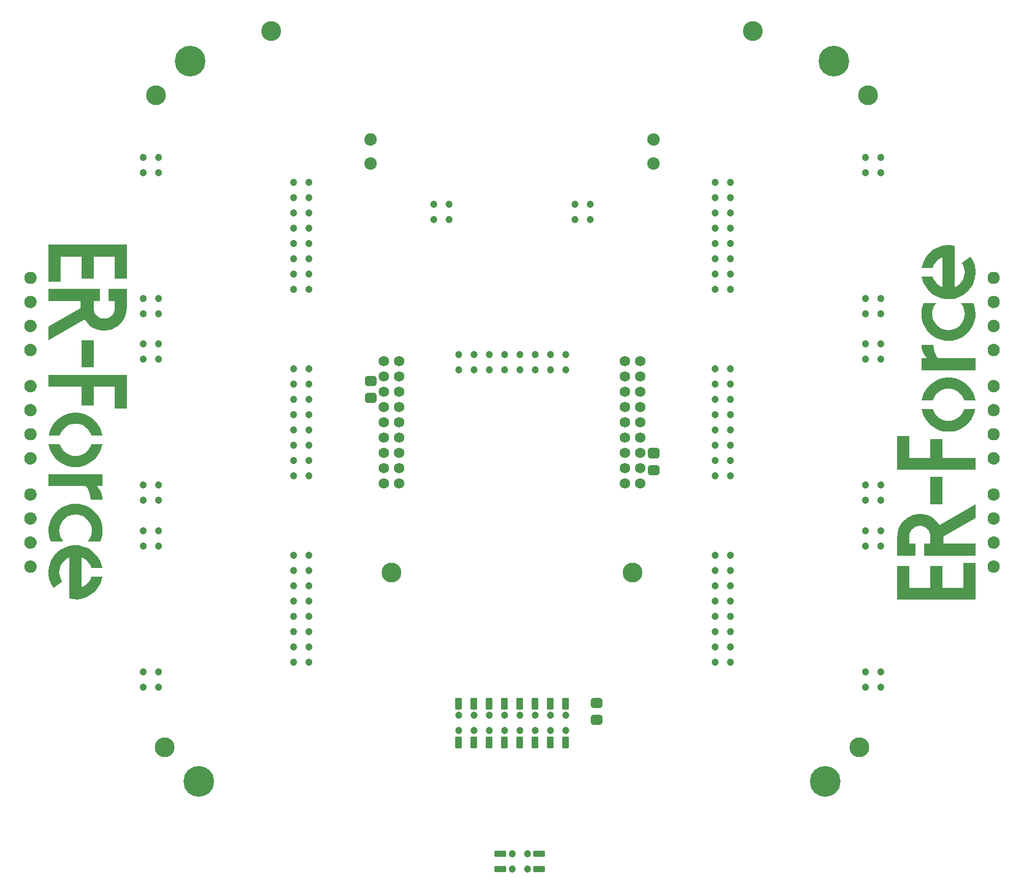
<source format=gbr>
G04 EAGLE Gerber RS-274X export*
G75*
%MOMM*%
%FSLAX34Y34*%
%LPD*%
%INSoldermask Top*%
%IPPOS*%
%AMOC8*
5,1,8,0,0,1.08239X$1,22.5*%
G01*
%ADD10C,5.100000*%
%ADD11C,3.300000*%
%ADD12C,1.000000*%
%ADD13C,1.200000*%
%ADD14C,1.750000*%
%ADD15C,0.300000*%
%ADD16C,0.901000*%

G36*
X670505Y-221751D02*
X670505Y-221751D01*
X670505Y-221750D01*
X670505Y-201750D01*
X670501Y-201745D01*
X670500Y-201745D01*
X660005Y-201745D01*
X660005Y-189750D01*
X660014Y-189636D01*
X660015Y-189636D01*
X660014Y-189636D01*
X660016Y-189616D01*
X660026Y-189501D01*
X660027Y-189481D01*
X660029Y-189461D01*
X660039Y-189346D01*
X660040Y-189326D01*
X660050Y-189211D01*
X660051Y-189191D01*
X660053Y-189171D01*
X660063Y-189056D01*
X660064Y-189036D01*
X660074Y-188921D01*
X660075Y-188901D01*
X660077Y-188881D01*
X660087Y-188766D01*
X660088Y-188746D01*
X660099Y-188611D01*
X660101Y-188591D01*
X660111Y-188476D01*
X660112Y-188456D01*
X660123Y-188321D01*
X660125Y-188301D01*
X660135Y-188186D01*
X660136Y-188166D01*
X660138Y-188146D01*
X660147Y-188031D01*
X660148Y-188031D01*
X660147Y-188031D01*
X660149Y-188011D01*
X660159Y-187896D01*
X660160Y-187876D01*
X660162Y-187856D01*
X660172Y-187741D01*
X660173Y-187721D01*
X660184Y-187586D01*
X660186Y-187566D01*
X660196Y-187451D01*
X660197Y-187431D01*
X660208Y-187296D01*
X660210Y-187276D01*
X660220Y-187161D01*
X660221Y-187141D01*
X660223Y-187121D01*
X660232Y-187006D01*
X660234Y-186986D01*
X660244Y-186871D01*
X660953Y-184069D01*
X662114Y-181423D01*
X663694Y-179004D01*
X665651Y-176879D01*
X667931Y-175104D01*
X670472Y-173729D01*
X673205Y-172790D01*
X676055Y-172315D01*
X678945Y-172315D01*
X681795Y-172790D01*
X684528Y-173729D01*
X687069Y-175104D01*
X689349Y-176879D01*
X691306Y-179004D01*
X692886Y-181423D01*
X694047Y-184069D01*
X694756Y-186871D01*
X694995Y-189750D01*
X694995Y-201745D01*
X684500Y-201745D01*
X684495Y-201749D01*
X684495Y-201750D01*
X684495Y-221750D01*
X684499Y-221755D01*
X684500Y-221755D01*
X770000Y-221755D01*
X770005Y-221751D01*
X770005Y-221750D01*
X770005Y-201750D01*
X770001Y-201745D01*
X770000Y-201745D01*
X717005Y-201745D01*
X717005Y-189753D01*
X770003Y-159155D01*
X770003Y-159152D01*
X770005Y-159151D01*
X770005Y-159150D01*
X770005Y-136056D01*
X770004Y-136056D01*
X770005Y-136054D01*
X770003Y-136054D01*
X770001Y-136051D01*
X769999Y-136053D01*
X769998Y-136052D01*
X709852Y-170777D01*
X706951Y-166528D01*
X706950Y-166528D01*
X706950Y-166527D01*
X703492Y-162712D01*
X703491Y-162712D01*
X703491Y-162711D01*
X699542Y-159406D01*
X699542Y-159405D01*
X695177Y-156672D01*
X695176Y-156672D01*
X695176Y-156671D01*
X690478Y-154562D01*
X685535Y-153115D01*
X685535Y-153116D01*
X685534Y-153115D01*
X680440Y-152360D01*
X680439Y-152360D01*
X675290Y-152310D01*
X675289Y-152310D01*
X670181Y-152966D01*
X670180Y-152966D01*
X665210Y-154315D01*
X665210Y-154316D01*
X665210Y-154315D01*
X660472Y-156333D01*
X660471Y-156334D01*
X660471Y-156333D01*
X656054Y-158981D01*
X656054Y-158982D01*
X656053Y-158982D01*
X652041Y-162210D01*
X652040Y-162210D01*
X648507Y-165957D01*
X648507Y-165958D01*
X645521Y-170154D01*
X645521Y-170155D01*
X643138Y-174720D01*
X643138Y-174721D01*
X641403Y-179570D01*
X640349Y-184611D01*
X640349Y-184612D01*
X640348Y-184614D01*
X640348Y-184619D01*
X640348Y-184624D01*
X640347Y-184629D01*
X640347Y-184634D01*
X640347Y-184639D01*
X640346Y-184644D01*
X640314Y-185109D01*
X640314Y-185114D01*
X640314Y-185119D01*
X640313Y-185124D01*
X640313Y-185129D01*
X640313Y-185134D01*
X640312Y-185139D01*
X640312Y-185144D01*
X640312Y-185149D01*
X640311Y-185154D01*
X640311Y-185159D01*
X640311Y-185164D01*
X640279Y-185629D01*
X640278Y-185634D01*
X640278Y-185639D01*
X640278Y-185644D01*
X640277Y-185649D01*
X640277Y-185654D01*
X640277Y-185659D01*
X640276Y-185659D01*
X640277Y-185659D01*
X640276Y-185664D01*
X640276Y-185669D01*
X640275Y-185674D01*
X640275Y-185679D01*
X640275Y-185684D01*
X640243Y-186149D01*
X640242Y-186154D01*
X640242Y-186159D01*
X640242Y-186164D01*
X640241Y-186169D01*
X640241Y-186174D01*
X640241Y-186179D01*
X640240Y-186184D01*
X640240Y-186189D01*
X640240Y-186194D01*
X640239Y-186199D01*
X640239Y-186204D01*
X640207Y-186669D01*
X640207Y-186674D01*
X640206Y-186679D01*
X640206Y-186684D01*
X640206Y-186689D01*
X640205Y-186694D01*
X640205Y-186699D01*
X640205Y-186704D01*
X640204Y-186709D01*
X640204Y-186714D01*
X640204Y-186719D01*
X640203Y-186724D01*
X640171Y-187189D01*
X640171Y-187194D01*
X640171Y-187199D01*
X640170Y-187204D01*
X640170Y-187209D01*
X640170Y-187214D01*
X640169Y-187214D01*
X640170Y-187214D01*
X640169Y-187219D01*
X640169Y-187224D01*
X640168Y-187229D01*
X640168Y-187234D01*
X640168Y-187239D01*
X640167Y-187244D01*
X640135Y-187709D01*
X640135Y-187714D01*
X640135Y-187719D01*
X640134Y-187724D01*
X640134Y-187729D01*
X640134Y-187734D01*
X640133Y-187739D01*
X640133Y-187744D01*
X640133Y-187749D01*
X640132Y-187754D01*
X640132Y-187759D01*
X640132Y-187764D01*
X640100Y-188229D01*
X640099Y-188234D01*
X640099Y-188239D01*
X640099Y-188244D01*
X640098Y-188249D01*
X640098Y-188254D01*
X640098Y-188259D01*
X640097Y-188264D01*
X640097Y-188269D01*
X640097Y-188274D01*
X640096Y-188279D01*
X640096Y-188284D01*
X640064Y-188749D01*
X640064Y-188754D01*
X640063Y-188759D01*
X640063Y-188764D01*
X640063Y-188769D01*
X640062Y-188769D01*
X640063Y-188769D01*
X640062Y-188774D01*
X640062Y-188779D01*
X640061Y-188784D01*
X640061Y-188789D01*
X640061Y-188794D01*
X640060Y-188799D01*
X640060Y-188804D01*
X640028Y-189269D01*
X640028Y-189274D01*
X640027Y-189279D01*
X640027Y-189284D01*
X640027Y-189289D01*
X640026Y-189294D01*
X640026Y-189299D01*
X640026Y-189304D01*
X640025Y-189309D01*
X640025Y-189314D01*
X640025Y-189319D01*
X640024Y-189324D01*
X639995Y-189750D01*
X639995Y-221750D01*
X639999Y-221755D01*
X640000Y-221755D01*
X670500Y-221755D01*
X670505Y-221751D01*
G37*
G36*
X-769999Y136053D02*
X-769999Y136053D01*
X-769998Y136052D01*
X-709852Y170777D01*
X-706951Y166528D01*
X-706950Y166528D01*
X-706950Y166527D01*
X-703492Y162712D01*
X-703491Y162712D01*
X-703491Y162711D01*
X-699542Y159406D01*
X-699542Y159405D01*
X-695177Y156672D01*
X-695176Y156672D01*
X-695176Y156671D01*
X-690478Y154562D01*
X-685535Y153115D01*
X-685535Y153116D01*
X-685534Y153115D01*
X-680440Y152360D01*
X-680439Y152360D01*
X-675290Y152310D01*
X-675289Y152310D01*
X-670181Y152966D01*
X-670180Y152966D01*
X-665210Y154315D01*
X-665210Y154316D01*
X-665210Y154315D01*
X-660472Y156333D01*
X-660471Y156334D01*
X-660471Y156333D01*
X-656054Y158981D01*
X-656054Y158982D01*
X-656053Y158982D01*
X-652041Y162210D01*
X-652040Y162210D01*
X-648507Y165957D01*
X-648507Y165958D01*
X-645521Y170154D01*
X-645521Y170155D01*
X-643138Y174720D01*
X-643138Y174721D01*
X-641403Y179570D01*
X-640349Y184611D01*
X-640349Y184612D01*
X-640347Y184630D01*
X-640347Y184635D01*
X-640342Y184715D01*
X-640341Y184715D01*
X-640342Y184715D01*
X-640341Y184720D01*
X-640336Y184799D01*
X-640335Y184804D01*
X-640330Y184884D01*
X-640330Y184889D01*
X-640324Y184963D01*
X-640324Y184968D01*
X-640319Y185048D01*
X-640318Y185053D01*
X-640313Y185132D01*
X-640312Y185137D01*
X-640307Y185217D01*
X-640307Y185222D01*
X-640301Y185301D01*
X-640301Y185306D01*
X-640295Y185385D01*
X-640295Y185386D01*
X-640295Y185390D01*
X-640295Y185391D01*
X-640290Y185470D01*
X-640289Y185475D01*
X-640284Y185554D01*
X-640283Y185559D01*
X-640278Y185639D01*
X-640278Y185644D01*
X-640272Y185718D01*
X-640272Y185723D01*
X-640267Y185803D01*
X-640266Y185808D01*
X-640261Y185887D01*
X-640260Y185892D01*
X-640255Y185972D01*
X-640255Y185977D01*
X-640249Y186056D01*
X-640249Y186061D01*
X-640243Y186141D01*
X-640243Y186146D01*
X-640238Y186225D01*
X-640237Y186230D01*
X-640232Y186310D01*
X-640231Y186315D01*
X-640226Y186394D01*
X-640226Y186399D01*
X-640220Y186474D01*
X-640220Y186479D01*
X-640220Y186484D01*
X-640215Y186558D01*
X-640214Y186563D01*
X-640209Y186643D01*
X-640209Y186648D01*
X-640208Y186648D01*
X-640209Y186648D01*
X-640203Y186727D01*
X-640203Y186732D01*
X-640197Y186812D01*
X-640197Y186816D01*
X-640197Y186817D01*
X-640191Y186896D01*
X-640191Y186901D01*
X-640186Y186980D01*
X-640186Y186981D01*
X-640185Y186985D01*
X-640180Y187065D01*
X-640179Y187070D01*
X-640174Y187149D01*
X-640174Y187154D01*
X-640168Y187234D01*
X-640168Y187239D01*
X-640163Y187313D01*
X-640162Y187318D01*
X-640157Y187398D01*
X-640157Y187403D01*
X-640151Y187482D01*
X-640151Y187487D01*
X-640145Y187567D01*
X-640145Y187572D01*
X-640139Y187651D01*
X-640139Y187656D01*
X-640134Y187736D01*
X-640133Y187741D01*
X-640128Y187820D01*
X-640127Y187825D01*
X-640122Y187905D01*
X-640122Y187910D01*
X-640116Y187989D01*
X-640116Y187994D01*
X-640111Y188069D01*
X-640110Y188074D01*
X-640105Y188153D01*
X-640105Y188158D01*
X-640099Y188238D01*
X-640099Y188243D01*
X-640093Y188322D01*
X-640093Y188327D01*
X-640087Y188407D01*
X-640087Y188411D01*
X-640087Y188412D01*
X-640082Y188491D01*
X-640081Y188496D01*
X-640076Y188575D01*
X-640076Y188580D01*
X-640075Y188580D01*
X-640076Y188580D01*
X-640070Y188660D01*
X-640070Y188665D01*
X-640064Y188744D01*
X-640064Y188749D01*
X-640058Y188829D01*
X-640058Y188834D01*
X-640053Y188908D01*
X-640053Y188913D01*
X-640047Y188993D01*
X-640047Y188998D01*
X-640041Y189077D01*
X-640041Y189082D01*
X-640036Y189162D01*
X-640035Y189162D01*
X-640035Y189167D01*
X-640030Y189246D01*
X-640029Y189251D01*
X-640024Y189331D01*
X-640024Y189336D01*
X-640018Y189415D01*
X-640018Y189420D01*
X-640012Y189500D01*
X-640012Y189505D01*
X-640006Y189584D01*
X-640006Y189589D01*
X-640001Y189664D01*
X-640001Y189669D01*
X-639995Y189748D01*
X-639995Y189750D01*
X-639995Y221750D01*
X-639999Y221755D01*
X-640000Y221755D01*
X-670500Y221755D01*
X-670505Y221751D01*
X-670505Y221750D01*
X-670505Y201750D01*
X-670501Y201745D01*
X-670500Y201745D01*
X-660005Y201745D01*
X-660005Y189750D01*
X-660006Y189734D01*
X-660009Y189705D01*
X-660016Y189620D01*
X-660023Y189536D01*
X-660030Y189451D01*
X-660032Y189421D01*
X-660037Y189367D01*
X-660039Y189337D01*
X-660046Y189252D01*
X-660053Y189168D01*
X-660060Y189084D01*
X-660060Y189083D01*
X-660063Y189054D01*
X-660067Y188999D01*
X-660070Y188969D01*
X-660077Y188885D01*
X-660084Y188800D01*
X-660091Y188716D01*
X-660093Y188686D01*
X-660098Y188631D01*
X-660100Y188602D01*
X-660107Y188517D01*
X-660114Y188433D01*
X-660121Y188348D01*
X-660124Y188318D01*
X-660128Y188264D01*
X-660131Y188234D01*
X-660138Y188149D01*
X-660145Y188065D01*
X-660152Y187980D01*
X-660154Y187951D01*
X-660159Y187896D01*
X-660161Y187866D01*
X-660168Y187782D01*
X-660175Y187697D01*
X-660182Y187613D01*
X-660185Y187583D01*
X-660189Y187528D01*
X-660192Y187498D01*
X-660199Y187414D01*
X-660206Y187330D01*
X-660213Y187245D01*
X-660215Y187215D01*
X-660220Y187161D01*
X-660222Y187131D01*
X-660229Y187046D01*
X-660236Y186962D01*
X-660243Y186877D01*
X-660244Y186870D01*
X-660953Y184069D01*
X-662114Y181423D01*
X-663694Y179004D01*
X-665651Y176879D01*
X-667931Y175104D01*
X-670472Y173729D01*
X-673205Y172790D01*
X-676055Y172315D01*
X-678945Y172315D01*
X-681795Y172790D01*
X-684528Y173729D01*
X-687069Y175104D01*
X-689349Y176879D01*
X-691306Y179004D01*
X-692886Y181423D01*
X-694047Y184069D01*
X-694756Y186870D01*
X-694995Y189750D01*
X-694995Y201745D01*
X-684500Y201745D01*
X-684495Y201749D01*
X-684495Y201750D01*
X-684495Y221750D01*
X-684499Y221755D01*
X-684500Y221755D01*
X-770000Y221755D01*
X-770005Y221751D01*
X-770005Y221750D01*
X-770005Y201750D01*
X-770001Y201745D01*
X-770000Y201745D01*
X-717005Y201745D01*
X-717005Y189753D01*
X-770003Y159155D01*
X-770003Y159152D01*
X-770004Y159152D01*
X-770005Y159150D01*
X-770005Y136056D01*
X-770004Y136056D01*
X-770005Y136054D01*
X-770003Y136054D01*
X-770001Y136051D01*
X-769999Y136053D01*
G37*
G36*
X-749995Y233749D02*
X-749995Y233749D01*
X-749995Y233750D01*
X-749995Y274995D01*
X-715005Y274995D01*
X-715005Y238750D01*
X-715001Y238745D01*
X-715000Y238745D01*
X-695000Y238745D01*
X-694995Y238749D01*
X-694995Y238750D01*
X-694995Y274995D01*
X-660005Y274995D01*
X-660005Y238750D01*
X-660001Y238745D01*
X-660000Y238745D01*
X-640000Y238745D01*
X-639995Y238749D01*
X-639995Y238750D01*
X-639995Y295000D01*
X-639999Y295005D01*
X-640000Y295005D01*
X-770000Y295005D01*
X-770005Y295001D01*
X-770005Y295000D01*
X-770005Y233750D01*
X-770001Y233745D01*
X-770000Y233745D01*
X-750000Y233745D01*
X-749995Y233749D01*
G37*
G36*
X770005Y-295001D02*
X770005Y-295001D01*
X770005Y-295000D01*
X770005Y-233750D01*
X770001Y-233745D01*
X770000Y-233745D01*
X750000Y-233745D01*
X749995Y-233749D01*
X749995Y-233750D01*
X749995Y-274995D01*
X715005Y-274995D01*
X715005Y-238750D01*
X715001Y-238745D01*
X715000Y-238745D01*
X695000Y-238745D01*
X694995Y-238749D01*
X694995Y-238750D01*
X694995Y-274995D01*
X660005Y-274995D01*
X660005Y-238750D01*
X660001Y-238745D01*
X660000Y-238745D01*
X640000Y-238745D01*
X639995Y-238749D01*
X639995Y-238750D01*
X639995Y-295000D01*
X639999Y-295005D01*
X640000Y-295005D01*
X770000Y-295005D01*
X770005Y-295001D01*
G37*
G36*
X727274Y204434D02*
X727274Y204434D01*
X733222Y205134D01*
X733223Y205134D01*
X739025Y206618D01*
X739026Y206618D01*
X744580Y208859D01*
X744580Y208860D01*
X744581Y208860D01*
X749788Y211818D01*
X749788Y211819D01*
X749789Y211819D01*
X754557Y215443D01*
X754557Y215444D01*
X758802Y219669D01*
X758803Y219669D01*
X762449Y224421D01*
X762449Y224422D01*
X765432Y229615D01*
X765432Y229616D01*
X767699Y235160D01*
X767698Y235160D01*
X767699Y235161D01*
X769209Y240956D01*
X769209Y240957D01*
X769936Y246902D01*
X769936Y246903D01*
X769868Y252891D01*
X769867Y252892D01*
X769868Y252892D01*
X769004Y258819D01*
X769004Y258820D01*
X767361Y264579D01*
X767361Y264580D01*
X764968Y270070D01*
X764967Y270070D01*
X764967Y270071D01*
X761866Y275195D01*
X761860Y275197D01*
X761860Y275196D01*
X761859Y275196D01*
X747114Y264872D01*
X747113Y264865D01*
X749181Y261382D01*
X750704Y257629D01*
X751649Y253690D01*
X751993Y249654D01*
X751730Y245612D01*
X750866Y241655D01*
X749418Y237872D01*
X747421Y234348D01*
X744920Y231162D01*
X741970Y228387D01*
X738637Y226084D01*
X735005Y224309D01*
X735005Y293256D01*
X735001Y293260D01*
X735001Y293261D01*
X728935Y294214D01*
X728934Y294213D01*
X728934Y294214D01*
X728900Y294214D01*
X728898Y294214D01*
X728642Y294219D01*
X728640Y294219D01*
X728384Y294224D01*
X728382Y294224D01*
X728126Y294229D01*
X728124Y294229D01*
X727868Y294234D01*
X727866Y294234D01*
X727610Y294239D01*
X727608Y294239D01*
X727352Y294244D01*
X727350Y294244D01*
X727094Y294249D01*
X727092Y294249D01*
X726836Y294254D01*
X726834Y294254D01*
X726578Y294259D01*
X726576Y294259D01*
X726320Y294264D01*
X726318Y294264D01*
X726062Y294269D01*
X726060Y294269D01*
X725804Y294274D01*
X725802Y294274D01*
X725546Y294279D01*
X725544Y294279D01*
X725288Y294284D01*
X725286Y294284D01*
X725030Y294289D01*
X725028Y294289D01*
X724772Y294294D01*
X724771Y294294D01*
X724770Y294294D01*
X724513Y294299D01*
X724512Y294299D01*
X724255Y294304D01*
X724254Y294304D01*
X723997Y294309D01*
X723996Y294309D01*
X723739Y294314D01*
X723738Y294314D01*
X723481Y294319D01*
X723480Y294319D01*
X723223Y294324D01*
X723222Y294324D01*
X722965Y294329D01*
X722964Y294329D01*
X722795Y294332D01*
X722794Y294332D01*
X716696Y293613D01*
X716695Y293613D01*
X710752Y292071D01*
X710751Y292071D01*
X705073Y289734D01*
X705072Y289734D01*
X699765Y286646D01*
X699765Y286645D01*
X694927Y282863D01*
X690649Y278458D01*
X690649Y278457D01*
X687010Y273511D01*
X687010Y273510D01*
X684079Y268114D01*
X681910Y262369D01*
X680543Y256382D01*
X680544Y256381D01*
X680546Y256376D01*
X680547Y256377D01*
X680548Y256376D01*
X698923Y256376D01*
X698926Y256379D01*
X698928Y256380D01*
X700084Y259769D01*
X701677Y262975D01*
X703681Y265942D01*
X706061Y268618D01*
X708773Y270955D01*
X711771Y272913D01*
X714995Y274453D01*
X714995Y224309D01*
X711771Y225849D01*
X708773Y227807D01*
X706061Y230144D01*
X703681Y232820D01*
X701677Y235787D01*
X700083Y238993D01*
X698928Y242383D01*
X698924Y242385D01*
X698923Y242386D01*
X680548Y242386D01*
X680547Y242386D01*
X680547Y242385D01*
X680543Y242382D01*
X680543Y242381D01*
X680543Y242380D01*
X681866Y236539D01*
X681867Y236538D01*
X683954Y230924D01*
X686769Y225637D01*
X686769Y225636D01*
X690261Y220770D01*
X694368Y216410D01*
X699018Y212634D01*
X704128Y209509D01*
X704129Y209509D01*
X709608Y207090D01*
X709608Y207091D01*
X709609Y207090D01*
X715361Y205421D01*
X721284Y204530D01*
X721284Y204531D01*
X721285Y204530D01*
X727273Y204434D01*
X727274Y204434D01*
G37*
G36*
X-722794Y-294332D02*
X-722794Y-294332D01*
X-716696Y-293613D01*
X-716695Y-293613D01*
X-710752Y-292071D01*
X-710751Y-292071D01*
X-705073Y-289734D01*
X-705072Y-289734D01*
X-699765Y-286646D01*
X-699765Y-286645D01*
X-694927Y-282863D01*
X-690649Y-278458D01*
X-690649Y-278457D01*
X-687010Y-273511D01*
X-687010Y-273510D01*
X-684079Y-268114D01*
X-681910Y-262369D01*
X-680543Y-256382D01*
X-680544Y-256381D01*
X-680546Y-256376D01*
X-680547Y-256377D01*
X-680548Y-256376D01*
X-698923Y-256376D01*
X-698926Y-256379D01*
X-698928Y-256380D01*
X-700084Y-259769D01*
X-701677Y-262975D01*
X-703681Y-265942D01*
X-706061Y-268618D01*
X-708773Y-270955D01*
X-711771Y-272913D01*
X-714995Y-274453D01*
X-714995Y-224309D01*
X-711771Y-225849D01*
X-708773Y-227807D01*
X-706061Y-230144D01*
X-703681Y-232820D01*
X-701677Y-235787D01*
X-700083Y-238993D01*
X-698928Y-242383D01*
X-698924Y-242385D01*
X-698923Y-242386D01*
X-680548Y-242386D01*
X-680547Y-242386D01*
X-680547Y-242385D01*
X-680543Y-242382D01*
X-680544Y-242381D01*
X-680543Y-242380D01*
X-681866Y-236539D01*
X-681867Y-236538D01*
X-683954Y-230924D01*
X-686769Y-225637D01*
X-686769Y-225636D01*
X-690261Y-220770D01*
X-694368Y-216410D01*
X-699018Y-212634D01*
X-704128Y-209509D01*
X-704129Y-209509D01*
X-709608Y-207090D01*
X-709608Y-207091D01*
X-709609Y-207090D01*
X-715361Y-205421D01*
X-721284Y-204530D01*
X-721284Y-204531D01*
X-721285Y-204530D01*
X-727273Y-204434D01*
X-727274Y-204434D01*
X-733222Y-205134D01*
X-733223Y-205134D01*
X-739025Y-206618D01*
X-739026Y-206618D01*
X-744580Y-208859D01*
X-744580Y-208860D01*
X-744581Y-208860D01*
X-749788Y-211818D01*
X-749788Y-211819D01*
X-749789Y-211819D01*
X-754557Y-215443D01*
X-754557Y-215444D01*
X-758802Y-219669D01*
X-758803Y-219669D01*
X-762449Y-224421D01*
X-762449Y-224422D01*
X-765432Y-229615D01*
X-765432Y-229616D01*
X-767699Y-235160D01*
X-767698Y-235160D01*
X-767699Y-235161D01*
X-769209Y-240956D01*
X-769209Y-240957D01*
X-769936Y-246902D01*
X-769936Y-246903D01*
X-769868Y-252891D01*
X-769867Y-252892D01*
X-769868Y-252892D01*
X-769004Y-258819D01*
X-769004Y-258820D01*
X-767361Y-264579D01*
X-767361Y-264580D01*
X-764968Y-270070D01*
X-764967Y-270070D01*
X-764967Y-270071D01*
X-761866Y-275195D01*
X-761863Y-275196D01*
X-761862Y-275197D01*
X-761861Y-275196D01*
X-761860Y-275197D01*
X-761860Y-275196D01*
X-761859Y-275196D01*
X-747114Y-264872D01*
X-747113Y-264868D01*
X-747113Y-264867D01*
X-747113Y-264865D01*
X-749181Y-261382D01*
X-750704Y-257629D01*
X-751649Y-253690D01*
X-751993Y-249654D01*
X-751730Y-245612D01*
X-750866Y-241655D01*
X-749418Y-237872D01*
X-747421Y-234348D01*
X-744920Y-231162D01*
X-741970Y-228387D01*
X-738637Y-226084D01*
X-735005Y-224309D01*
X-735005Y-293256D01*
X-735001Y-293260D01*
X-735001Y-293261D01*
X-728935Y-294214D01*
X-728934Y-294213D01*
X-728934Y-294214D01*
X-728769Y-294217D01*
X-728767Y-294217D01*
X-728509Y-294222D01*
X-728507Y-294222D01*
X-728249Y-294227D01*
X-728248Y-294227D01*
X-727990Y-294232D01*
X-727988Y-294232D01*
X-727730Y-294237D01*
X-727728Y-294237D01*
X-727470Y-294242D01*
X-727469Y-294242D01*
X-727211Y-294247D01*
X-727209Y-294247D01*
X-726951Y-294252D01*
X-726949Y-294252D01*
X-726691Y-294257D01*
X-726690Y-294257D01*
X-726432Y-294262D01*
X-726430Y-294262D01*
X-726172Y-294267D01*
X-726170Y-294267D01*
X-725912Y-294272D01*
X-725911Y-294272D01*
X-725653Y-294277D01*
X-725651Y-294277D01*
X-725393Y-294282D01*
X-725391Y-294282D01*
X-725133Y-294287D01*
X-725132Y-294287D01*
X-724874Y-294292D01*
X-724872Y-294292D01*
X-724614Y-294297D01*
X-724613Y-294297D01*
X-724354Y-294302D01*
X-724353Y-294302D01*
X-724095Y-294307D01*
X-724093Y-294307D01*
X-723835Y-294312D01*
X-723834Y-294312D01*
X-723575Y-294317D01*
X-723574Y-294317D01*
X-723316Y-294322D01*
X-723314Y-294322D01*
X-723056Y-294327D01*
X-723055Y-294327D01*
X-722797Y-294332D01*
X-722796Y-294332D01*
X-722795Y-294332D01*
X-722794Y-294332D01*
G37*
G36*
X770005Y-79057D02*
X770005Y-79057D01*
X770005Y-79056D01*
X770005Y-59056D01*
X770001Y-59051D01*
X770000Y-59052D01*
X770000Y-59051D01*
X715005Y-59051D01*
X715005Y-27806D01*
X715001Y-27801D01*
X715000Y-27802D01*
X715000Y-27801D01*
X695000Y-27801D01*
X694995Y-27806D01*
X694995Y-59051D01*
X660005Y-59051D01*
X660005Y-22806D01*
X660001Y-22801D01*
X660000Y-22802D01*
X660000Y-22801D01*
X640000Y-22801D01*
X639995Y-22806D01*
X639995Y-79056D01*
X639999Y-79061D01*
X640000Y-79061D01*
X770000Y-79061D01*
X770005Y-79057D01*
G37*
G36*
X-639995Y22806D02*
X-639995Y22806D01*
X-639995Y79056D01*
X-639999Y79061D01*
X-640000Y79061D01*
X-770000Y79061D01*
X-770005Y79057D01*
X-770005Y79056D01*
X-770005Y59056D01*
X-770001Y59051D01*
X-770000Y59052D01*
X-770000Y59051D01*
X-715005Y59051D01*
X-715005Y27806D01*
X-715001Y27801D01*
X-715000Y27802D01*
X-715000Y27801D01*
X-695000Y27801D01*
X-694995Y27806D01*
X-694995Y59051D01*
X-660005Y59051D01*
X-660005Y22806D01*
X-660001Y22801D01*
X-660000Y22802D01*
X-660000Y22801D01*
X-640000Y22801D01*
X-639995Y22806D01*
G37*
G36*
X-745124Y-198385D02*
X-745124Y-198385D01*
X-745122Y-198385D01*
X-745122Y-198384D01*
X-745120Y-198382D01*
X-745121Y-198380D01*
X-745121Y-198378D01*
X-747561Y-195205D01*
X-749505Y-191705D01*
X-750910Y-187957D01*
X-751745Y-184042D01*
X-751993Y-180047D01*
X-751647Y-176059D01*
X-750715Y-172166D01*
X-749217Y-168454D01*
X-747187Y-165004D01*
X-744669Y-161892D01*
X-741719Y-159187D01*
X-738401Y-156948D01*
X-734788Y-155224D01*
X-730960Y-154053D01*
X-727001Y-153461D01*
X-722999Y-153461D01*
X-719040Y-154053D01*
X-715212Y-155224D01*
X-711599Y-156948D01*
X-708281Y-159187D01*
X-705331Y-161892D01*
X-702813Y-165004D01*
X-700783Y-168454D01*
X-699286Y-172166D01*
X-698353Y-176059D01*
X-698007Y-180047D01*
X-698255Y-184042D01*
X-699090Y-187957D01*
X-700495Y-191705D01*
X-702439Y-195205D01*
X-704879Y-198378D01*
X-704879Y-198380D01*
X-704880Y-198380D01*
X-704879Y-198382D01*
X-704879Y-198385D01*
X-704877Y-198385D01*
X-704875Y-198386D01*
X-683757Y-198386D01*
X-683754Y-198383D01*
X-683752Y-198383D01*
X-681740Y-192791D01*
X-681739Y-192791D01*
X-680481Y-186982D01*
X-680482Y-186982D01*
X-680481Y-186982D01*
X-680000Y-181059D01*
X-680000Y-181058D01*
X-680302Y-175123D01*
X-680303Y-175122D01*
X-681385Y-169279D01*
X-681385Y-169278D01*
X-683228Y-163628D01*
X-685800Y-158270D01*
X-685800Y-158269D01*
X-689055Y-153297D01*
X-692937Y-148797D01*
X-692937Y-148796D01*
X-697378Y-144847D01*
X-697379Y-144847D01*
X-702301Y-141517D01*
X-702302Y-141517D01*
X-707620Y-138865D01*
X-707621Y-138865D01*
X-713242Y-136937D01*
X-713243Y-136937D01*
X-719069Y-135766D01*
X-719070Y-135767D01*
X-719070Y-135766D01*
X-725000Y-135374D01*
X-730930Y-135766D01*
X-730931Y-135767D01*
X-730931Y-135766D01*
X-736757Y-136937D01*
X-736758Y-136937D01*
X-742379Y-138865D01*
X-742380Y-138865D01*
X-747698Y-141517D01*
X-747699Y-141517D01*
X-752621Y-144847D01*
X-752622Y-144847D01*
X-757063Y-148796D01*
X-757063Y-148797D01*
X-760945Y-153297D01*
X-764200Y-158269D01*
X-764200Y-158270D01*
X-766772Y-163628D01*
X-768615Y-169278D01*
X-768615Y-169279D01*
X-769698Y-175122D01*
X-769697Y-175123D01*
X-769698Y-175123D01*
X-770001Y-181058D01*
X-770000Y-181058D01*
X-770001Y-181059D01*
X-769519Y-186982D01*
X-769518Y-186982D01*
X-769519Y-186982D01*
X-768261Y-192791D01*
X-768260Y-192791D01*
X-766248Y-198383D01*
X-766244Y-198385D01*
X-766243Y-198386D01*
X-745125Y-198386D01*
X-745124Y-198385D01*
G37*
G36*
X730930Y135766D02*
X730930Y135766D01*
X730931Y135767D01*
X730931Y135766D01*
X736757Y136937D01*
X736758Y136937D01*
X742379Y138865D01*
X742380Y138865D01*
X747698Y141517D01*
X747699Y141517D01*
X752621Y144847D01*
X752622Y144847D01*
X757063Y148796D01*
X757063Y148797D01*
X760945Y153297D01*
X764200Y158269D01*
X764200Y158270D01*
X766772Y163628D01*
X768615Y169278D01*
X768615Y169279D01*
X769698Y175122D01*
X769697Y175123D01*
X769698Y175123D01*
X770001Y181058D01*
X770000Y181058D01*
X770001Y181059D01*
X769519Y186982D01*
X769518Y186982D01*
X769519Y186982D01*
X768261Y192791D01*
X768260Y192791D01*
X766248Y198383D01*
X766244Y198385D01*
X766243Y198386D01*
X745125Y198386D01*
X745124Y198385D01*
X745122Y198385D01*
X745122Y198384D01*
X745120Y198382D01*
X745121Y198380D01*
X745121Y198378D01*
X747561Y195205D01*
X749505Y191705D01*
X750910Y187957D01*
X751745Y184042D01*
X751993Y180047D01*
X751647Y176059D01*
X750715Y172166D01*
X749217Y168454D01*
X747187Y165004D01*
X744669Y161892D01*
X741719Y159187D01*
X738401Y156948D01*
X734788Y155224D01*
X730960Y154053D01*
X727001Y153461D01*
X722999Y153461D01*
X719040Y154053D01*
X715212Y155224D01*
X711599Y156948D01*
X708281Y159187D01*
X705331Y161892D01*
X702813Y165004D01*
X700783Y168454D01*
X699286Y172166D01*
X698353Y176059D01*
X698007Y180047D01*
X698255Y184042D01*
X699090Y187957D01*
X700495Y191705D01*
X702439Y195205D01*
X704879Y198378D01*
X704879Y198380D01*
X704880Y198380D01*
X704879Y198382D01*
X704879Y198385D01*
X704877Y198385D01*
X704875Y198386D01*
X683757Y198386D01*
X683754Y198383D01*
X683752Y198383D01*
X681740Y192791D01*
X681739Y192791D01*
X680481Y186982D01*
X680482Y186982D01*
X680481Y186982D01*
X680000Y181059D01*
X680000Y181058D01*
X680302Y175123D01*
X680303Y175122D01*
X681385Y169279D01*
X681385Y169278D01*
X683228Y163628D01*
X685800Y158270D01*
X685800Y158269D01*
X689055Y153297D01*
X692937Y148797D01*
X692937Y148796D01*
X697378Y144847D01*
X697379Y144847D01*
X702301Y141517D01*
X702302Y141517D01*
X707620Y138865D01*
X707621Y138865D01*
X713242Y136937D01*
X713243Y136937D01*
X719069Y135766D01*
X719070Y135767D01*
X719070Y135766D01*
X725000Y135374D01*
X730930Y135766D01*
G37*
G36*
X770005Y86193D02*
X770005Y86193D01*
X770005Y86194D01*
X770005Y106194D01*
X770001Y106199D01*
X770000Y106198D01*
X770000Y106199D01*
X708003Y106199D01*
X705199Y110102D01*
X702960Y114357D01*
X701329Y118880D01*
X700338Y123585D01*
X700005Y128381D01*
X700000Y128386D01*
X680000Y128386D01*
X679995Y128382D01*
X679996Y128381D01*
X679995Y128381D01*
X680290Y124215D01*
X680290Y124214D01*
X681167Y120131D01*
X681168Y120131D01*
X681168Y120130D01*
X682611Y116211D01*
X682611Y116210D01*
X684592Y112533D01*
X687070Y109171D01*
X687070Y109170D01*
X689988Y106199D01*
X680000Y106199D01*
X679995Y106194D01*
X679995Y86194D01*
X679999Y86189D01*
X680000Y86189D01*
X770000Y86189D01*
X770005Y86193D01*
G37*
G36*
X-679995Y-128382D02*
X-679995Y-128382D01*
X-679996Y-128381D01*
X-679995Y-128381D01*
X-680290Y-124215D01*
X-680290Y-124214D01*
X-681167Y-120131D01*
X-681168Y-120131D01*
X-681168Y-120130D01*
X-682611Y-116211D01*
X-682611Y-116210D01*
X-684592Y-112533D01*
X-687070Y-109171D01*
X-687070Y-109170D01*
X-689988Y-106199D01*
X-680000Y-106199D01*
X-679995Y-106194D01*
X-679995Y-86194D01*
X-679999Y-86189D01*
X-680000Y-86189D01*
X-770000Y-86189D01*
X-770005Y-86193D01*
X-770005Y-86194D01*
X-770005Y-106194D01*
X-770001Y-106199D01*
X-770000Y-106198D01*
X-770000Y-106199D01*
X-708003Y-106199D01*
X-705199Y-110102D01*
X-702960Y-114357D01*
X-701329Y-118880D01*
X-700338Y-123585D01*
X-700005Y-128381D01*
X-700000Y-128386D01*
X-680000Y-128386D01*
X-679995Y-128382D01*
G37*
G36*
X698926Y36191D02*
X698926Y36191D01*
X698928Y36192D01*
X700217Y39896D01*
X702029Y43374D01*
X704326Y46552D01*
X707059Y49364D01*
X710171Y51751D01*
X713595Y53661D01*
X717260Y55056D01*
X721089Y55904D01*
X725000Y56189D01*
X728911Y55904D01*
X732740Y55056D01*
X736405Y53661D01*
X739830Y51751D01*
X742941Y49364D01*
X745674Y46552D01*
X747971Y43374D01*
X749783Y39896D01*
X751072Y36192D01*
X751076Y36190D01*
X751077Y36189D01*
X770000Y36189D01*
X770001Y36189D01*
X770001Y36190D01*
X770005Y36193D01*
X770004Y36194D01*
X770005Y36195D01*
X768654Y42138D01*
X768653Y42139D01*
X766516Y47847D01*
X766515Y47847D01*
X766516Y47848D01*
X763631Y53217D01*
X763630Y53217D01*
X763630Y53218D01*
X760051Y58151D01*
X760050Y58151D01*
X760050Y58152D01*
X755840Y62559D01*
X755840Y62560D01*
X751076Y66362D01*
X751075Y66362D01*
X745844Y69490D01*
X745843Y69490D01*
X745843Y69491D01*
X740239Y71888D01*
X740238Y71888D01*
X734363Y73511D01*
X734362Y73510D01*
X734362Y73511D01*
X728322Y74329D01*
X722226Y74329D01*
X716186Y73511D01*
X716185Y73510D01*
X716185Y73511D01*
X710310Y71888D01*
X710309Y71888D01*
X704705Y69491D01*
X704705Y69490D01*
X704704Y69490D01*
X699473Y66362D01*
X699472Y66362D01*
X694708Y62560D01*
X694708Y62559D01*
X690498Y58152D01*
X690498Y58151D01*
X690497Y58151D01*
X686917Y53218D01*
X686918Y53217D01*
X686917Y53217D01*
X684032Y47848D01*
X684032Y47847D01*
X681895Y42139D01*
X681894Y42138D01*
X680543Y36195D01*
X680543Y36194D01*
X680544Y36193D01*
X680546Y36189D01*
X680547Y36189D01*
X680548Y36189D01*
X698923Y36189D01*
X698926Y36191D01*
G37*
G36*
X-722226Y-74329D02*
X-722226Y-74329D01*
X-716186Y-73511D01*
X-716185Y-73510D01*
X-716185Y-73511D01*
X-710310Y-71888D01*
X-710309Y-71888D01*
X-704705Y-69491D01*
X-704705Y-69490D01*
X-704704Y-69490D01*
X-699473Y-66362D01*
X-699472Y-66362D01*
X-694708Y-62560D01*
X-694708Y-62559D01*
X-690498Y-58152D01*
X-690498Y-58151D01*
X-690497Y-58151D01*
X-686917Y-53218D01*
X-686918Y-53217D01*
X-686917Y-53217D01*
X-684032Y-47848D01*
X-684032Y-47847D01*
X-681895Y-42139D01*
X-681894Y-42138D01*
X-680543Y-36195D01*
X-680543Y-36194D01*
X-680544Y-36193D01*
X-680546Y-36189D01*
X-680547Y-36189D01*
X-680548Y-36189D01*
X-698923Y-36189D01*
X-698926Y-36191D01*
X-698928Y-36192D01*
X-700217Y-39896D01*
X-702029Y-43374D01*
X-704326Y-46552D01*
X-707059Y-49364D01*
X-710171Y-51751D01*
X-713595Y-53661D01*
X-717260Y-55056D01*
X-721089Y-55904D01*
X-725000Y-56189D01*
X-728911Y-55904D01*
X-732740Y-55056D01*
X-736405Y-53661D01*
X-739830Y-51751D01*
X-742941Y-49364D01*
X-745674Y-46552D01*
X-747971Y-43374D01*
X-749783Y-39896D01*
X-751072Y-36192D01*
X-751076Y-36190D01*
X-751077Y-36189D01*
X-770000Y-36189D01*
X-770001Y-36189D01*
X-770001Y-36190D01*
X-770005Y-36193D01*
X-770004Y-36194D01*
X-770005Y-36194D01*
X-770004Y-36194D01*
X-770005Y-36195D01*
X-768654Y-42138D01*
X-768653Y-42139D01*
X-766516Y-47847D01*
X-766515Y-47847D01*
X-766516Y-47848D01*
X-763631Y-53217D01*
X-763630Y-53217D01*
X-763630Y-53218D01*
X-760051Y-58151D01*
X-760050Y-58151D01*
X-760050Y-58152D01*
X-755840Y-62559D01*
X-755840Y-62560D01*
X-751076Y-66362D01*
X-751075Y-66362D01*
X-745844Y-69490D01*
X-745843Y-69490D01*
X-745843Y-69491D01*
X-740239Y-71888D01*
X-740238Y-71888D01*
X-734363Y-73511D01*
X-734362Y-73510D01*
X-734362Y-73511D01*
X-728322Y-74329D01*
X-722226Y-74329D01*
X-722226Y-74329D01*
G37*
G36*
X728029Y-15709D02*
X728029Y-15709D01*
X728029Y-15708D01*
X728030Y-15709D01*
X734033Y-14895D01*
X739873Y-13282D01*
X745443Y-10900D01*
X745444Y-10899D01*
X750643Y-7791D01*
X750643Y-7790D01*
X750644Y-7790D01*
X755379Y-4011D01*
X759563Y370D01*
X759563Y371D01*
X759564Y371D01*
X763122Y5274D01*
X765989Y10611D01*
X768114Y16285D01*
X769457Y22193D01*
X769456Y22194D01*
X769454Y22198D01*
X769453Y22198D01*
X769452Y22199D01*
X751077Y22199D01*
X751074Y22196D01*
X751072Y22195D01*
X749783Y18491D01*
X747971Y15014D01*
X745674Y11835D01*
X742941Y9023D01*
X739830Y6636D01*
X736405Y4726D01*
X732740Y3332D01*
X728911Y2483D01*
X728880Y2481D01*
X728812Y2476D01*
X728811Y2476D01*
X728743Y2471D01*
X728675Y2466D01*
X728607Y2461D01*
X728539Y2456D01*
X728470Y2451D01*
X728402Y2446D01*
X728334Y2441D01*
X728266Y2436D01*
X728198Y2431D01*
X728197Y2431D01*
X728129Y2426D01*
X728061Y2421D01*
X727993Y2416D01*
X727925Y2411D01*
X727856Y2406D01*
X727788Y2401D01*
X727720Y2396D01*
X727652Y2391D01*
X727584Y2386D01*
X727583Y2386D01*
X727515Y2381D01*
X727447Y2376D01*
X727379Y2371D01*
X727311Y2366D01*
X727242Y2362D01*
X727174Y2357D01*
X727106Y2352D01*
X727038Y2347D01*
X726970Y2342D01*
X726969Y2342D01*
X726901Y2337D01*
X726833Y2332D01*
X726765Y2327D01*
X726697Y2322D01*
X726628Y2317D01*
X726560Y2312D01*
X726492Y2307D01*
X726424Y2302D01*
X726356Y2297D01*
X726355Y2297D01*
X726287Y2292D01*
X726219Y2287D01*
X726151Y2282D01*
X726083Y2277D01*
X726014Y2272D01*
X725946Y2267D01*
X725878Y2262D01*
X725810Y2257D01*
X725742Y2252D01*
X725741Y2252D01*
X725673Y2247D01*
X725605Y2242D01*
X725537Y2237D01*
X725469Y2232D01*
X725400Y2227D01*
X725332Y2222D01*
X725264Y2217D01*
X725196Y2212D01*
X725128Y2207D01*
X725127Y2207D01*
X725059Y2203D01*
X725000Y2198D01*
X724941Y2203D01*
X724873Y2207D01*
X724804Y2212D01*
X724736Y2217D01*
X724668Y2222D01*
X724600Y2227D01*
X724531Y2232D01*
X724463Y2237D01*
X724395Y2242D01*
X724327Y2247D01*
X724259Y2252D01*
X724190Y2257D01*
X724122Y2262D01*
X724054Y2267D01*
X723986Y2272D01*
X723917Y2277D01*
X723849Y2282D01*
X723781Y2287D01*
X723713Y2292D01*
X723645Y2297D01*
X723576Y2302D01*
X723508Y2307D01*
X723440Y2312D01*
X723372Y2317D01*
X723303Y2322D01*
X723235Y2327D01*
X723167Y2332D01*
X723099Y2337D01*
X723031Y2342D01*
X722962Y2347D01*
X722894Y2352D01*
X722826Y2357D01*
X722758Y2362D01*
X722689Y2366D01*
X722621Y2371D01*
X722553Y2376D01*
X722485Y2381D01*
X722417Y2386D01*
X722348Y2391D01*
X722280Y2396D01*
X722212Y2401D01*
X722144Y2406D01*
X722075Y2411D01*
X722007Y2416D01*
X721939Y2421D01*
X721871Y2426D01*
X721803Y2431D01*
X721734Y2436D01*
X721666Y2441D01*
X721598Y2446D01*
X721530Y2451D01*
X721461Y2456D01*
X721393Y2461D01*
X721325Y2466D01*
X721257Y2471D01*
X721189Y2476D01*
X721120Y2481D01*
X721089Y2483D01*
X717260Y3332D01*
X713595Y4726D01*
X710171Y6636D01*
X707059Y9023D01*
X704326Y11835D01*
X702029Y15014D01*
X700217Y18491D01*
X698928Y22195D01*
X698924Y22197D01*
X698923Y22199D01*
X680548Y22199D01*
X680548Y22198D01*
X680547Y22199D01*
X680547Y22197D01*
X680543Y22194D01*
X680544Y22193D01*
X680543Y22193D01*
X681886Y16285D01*
X684011Y10611D01*
X686878Y5274D01*
X686879Y5274D01*
X686878Y5274D01*
X690436Y371D01*
X690437Y371D01*
X690437Y370D01*
X694621Y-4011D01*
X694622Y-4011D01*
X699356Y-7790D01*
X699357Y-7790D01*
X699357Y-7791D01*
X704556Y-10899D01*
X704557Y-10899D01*
X704557Y-10900D01*
X710127Y-13282D01*
X715967Y-14895D01*
X721970Y-15709D01*
X721971Y-15708D01*
X721971Y-15709D01*
X728029Y-15709D01*
X728029Y-15709D01*
G37*
G36*
X-751076Y-22198D02*
X-751076Y-22198D01*
X-751074Y-22196D01*
X-751072Y-22195D01*
X-749783Y-18491D01*
X-747971Y-15014D01*
X-745674Y-11835D01*
X-742941Y-9023D01*
X-739830Y-6636D01*
X-736405Y-4726D01*
X-732740Y-3332D01*
X-728911Y-2483D01*
X-728850Y-2479D01*
X-728781Y-2474D01*
X-728712Y-2469D01*
X-728644Y-2464D01*
X-728575Y-2459D01*
X-728506Y-2454D01*
X-728438Y-2449D01*
X-728369Y-2444D01*
X-728300Y-2439D01*
X-728232Y-2434D01*
X-728163Y-2429D01*
X-728095Y-2424D01*
X-728094Y-2424D01*
X-728026Y-2419D01*
X-727957Y-2414D01*
X-727889Y-2409D01*
X-727820Y-2404D01*
X-727751Y-2399D01*
X-727683Y-2394D01*
X-727614Y-2389D01*
X-727545Y-2384D01*
X-727477Y-2379D01*
X-727408Y-2374D01*
X-727339Y-2369D01*
X-727271Y-2364D01*
X-727202Y-2359D01*
X-727133Y-2354D01*
X-727065Y-2349D01*
X-726996Y-2344D01*
X-726927Y-2339D01*
X-726859Y-2334D01*
X-726790Y-2329D01*
X-726722Y-2324D01*
X-726721Y-2324D01*
X-726653Y-2319D01*
X-726584Y-2314D01*
X-726516Y-2309D01*
X-726515Y-2309D01*
X-726447Y-2304D01*
X-726378Y-2299D01*
X-726310Y-2294D01*
X-726241Y-2289D01*
X-726172Y-2284D01*
X-726104Y-2279D01*
X-726035Y-2274D01*
X-725966Y-2269D01*
X-725898Y-2264D01*
X-725829Y-2259D01*
X-725760Y-2254D01*
X-725692Y-2249D01*
X-725623Y-2244D01*
X-725554Y-2239D01*
X-725486Y-2234D01*
X-725417Y-2229D01*
X-725348Y-2224D01*
X-725280Y-2219D01*
X-725211Y-2214D01*
X-725143Y-2209D01*
X-725142Y-2209D01*
X-725074Y-2204D01*
X-725005Y-2199D01*
X-725000Y-2198D01*
X-724995Y-2199D01*
X-724926Y-2204D01*
X-724858Y-2209D01*
X-724789Y-2214D01*
X-724720Y-2219D01*
X-724652Y-2224D01*
X-724583Y-2229D01*
X-724514Y-2234D01*
X-724446Y-2239D01*
X-724377Y-2244D01*
X-724308Y-2249D01*
X-724240Y-2254D01*
X-724171Y-2259D01*
X-724102Y-2264D01*
X-724034Y-2269D01*
X-723965Y-2274D01*
X-723896Y-2279D01*
X-723828Y-2284D01*
X-723759Y-2289D01*
X-723690Y-2294D01*
X-723622Y-2299D01*
X-723553Y-2304D01*
X-723485Y-2309D01*
X-723484Y-2309D01*
X-723416Y-2314D01*
X-723347Y-2319D01*
X-723279Y-2324D01*
X-723210Y-2329D01*
X-723141Y-2334D01*
X-723073Y-2339D01*
X-723004Y-2344D01*
X-722935Y-2349D01*
X-722867Y-2354D01*
X-722798Y-2359D01*
X-722729Y-2364D01*
X-722661Y-2369D01*
X-722592Y-2374D01*
X-722523Y-2379D01*
X-722455Y-2384D01*
X-722386Y-2389D01*
X-722317Y-2394D01*
X-722249Y-2399D01*
X-722180Y-2404D01*
X-722112Y-2409D01*
X-722111Y-2409D01*
X-722043Y-2414D01*
X-721974Y-2419D01*
X-721906Y-2424D01*
X-721837Y-2429D01*
X-721768Y-2434D01*
X-721700Y-2439D01*
X-721631Y-2444D01*
X-721562Y-2449D01*
X-721494Y-2454D01*
X-721425Y-2459D01*
X-721356Y-2464D01*
X-721288Y-2469D01*
X-721219Y-2474D01*
X-721150Y-2479D01*
X-721089Y-2483D01*
X-717260Y-3332D01*
X-713595Y-4726D01*
X-710171Y-6636D01*
X-707059Y-9023D01*
X-704326Y-11835D01*
X-702029Y-15014D01*
X-700217Y-18491D01*
X-698928Y-22195D01*
X-698924Y-22197D01*
X-698923Y-22199D01*
X-680548Y-22199D01*
X-680548Y-22198D01*
X-680547Y-22199D01*
X-680547Y-22197D01*
X-680543Y-22194D01*
X-680544Y-22193D01*
X-680543Y-22193D01*
X-681886Y-16285D01*
X-684011Y-10611D01*
X-686878Y-5274D01*
X-686879Y-5274D01*
X-686878Y-5274D01*
X-690436Y-371D01*
X-690437Y-371D01*
X-690437Y-370D01*
X-694621Y4011D01*
X-694622Y4011D01*
X-699356Y7790D01*
X-699357Y7790D01*
X-699357Y7791D01*
X-704556Y10899D01*
X-704557Y10899D01*
X-704557Y10900D01*
X-710127Y13282D01*
X-715967Y14895D01*
X-721970Y15709D01*
X-721971Y15708D01*
X-721971Y15709D01*
X-728029Y15709D01*
X-728029Y15708D01*
X-728030Y15709D01*
X-734033Y14895D01*
X-739873Y13282D01*
X-745443Y10900D01*
X-745444Y10899D01*
X-750643Y7791D01*
X-750643Y7790D01*
X-750644Y7790D01*
X-755379Y4011D01*
X-759563Y-370D01*
X-759563Y-371D01*
X-759564Y-371D01*
X-763122Y-5274D01*
X-765989Y-10611D01*
X-768114Y-16285D01*
X-769457Y-22193D01*
X-769456Y-22194D01*
X-769454Y-22198D01*
X-769453Y-22198D01*
X-769452Y-22199D01*
X-751077Y-22199D01*
X-751076Y-22198D01*
G37*
G36*
X715005Y-136057D02*
X715005Y-136057D01*
X715005Y-136056D01*
X715005Y-91056D01*
X715001Y-91051D01*
X715000Y-91052D01*
X715000Y-91051D01*
X695000Y-91051D01*
X694995Y-91056D01*
X694995Y-136056D01*
X694999Y-136061D01*
X695000Y-136061D01*
X715000Y-136061D01*
X715005Y-136057D01*
G37*
G36*
X-694995Y91056D02*
X-694995Y91056D01*
X-694995Y136056D01*
X-694999Y136061D01*
X-695000Y136061D01*
X-715000Y136061D01*
X-715005Y136057D01*
X-715005Y136056D01*
X-715005Y91056D01*
X-715001Y91051D01*
X-715000Y91052D01*
X-715000Y91051D01*
X-695000Y91051D01*
X-694995Y91056D01*
G37*
D10*
X-520230Y-597210D03*
D11*
X-576799Y-540641D03*
D10*
X535000Y600000D03*
D11*
X591569Y543431D03*
D10*
X-535000Y600000D03*
D11*
X-591569Y543431D03*
D10*
X520230Y-597210D03*
D11*
X576799Y-540641D03*
D12*
X795000Y240000D02*
X795002Y240141D01*
X795008Y240282D01*
X795018Y240422D01*
X795032Y240562D01*
X795050Y240702D01*
X795071Y240841D01*
X795097Y240980D01*
X795126Y241118D01*
X795160Y241254D01*
X795197Y241390D01*
X795238Y241525D01*
X795283Y241659D01*
X795332Y241791D01*
X795384Y241922D01*
X795440Y242051D01*
X795500Y242178D01*
X795563Y242304D01*
X795629Y242428D01*
X795700Y242551D01*
X795773Y242671D01*
X795850Y242789D01*
X795930Y242905D01*
X796014Y243018D01*
X796100Y243129D01*
X796190Y243238D01*
X796283Y243344D01*
X796378Y243447D01*
X796477Y243548D01*
X796578Y243646D01*
X796682Y243741D01*
X796789Y243833D01*
X796898Y243922D01*
X797010Y244007D01*
X797124Y244090D01*
X797240Y244170D01*
X797359Y244246D01*
X797480Y244318D01*
X797602Y244388D01*
X797727Y244453D01*
X797853Y244516D01*
X797981Y244574D01*
X798111Y244629D01*
X798242Y244681D01*
X798375Y244728D01*
X798509Y244772D01*
X798644Y244813D01*
X798780Y244849D01*
X798917Y244881D01*
X799055Y244910D01*
X799193Y244935D01*
X799333Y244955D01*
X799473Y244972D01*
X799613Y244985D01*
X799754Y244994D01*
X799894Y244999D01*
X800035Y245000D01*
X800176Y244997D01*
X800317Y244990D01*
X800457Y244979D01*
X800597Y244964D01*
X800737Y244945D01*
X800876Y244923D01*
X801014Y244896D01*
X801152Y244866D01*
X801288Y244831D01*
X801424Y244793D01*
X801558Y244751D01*
X801692Y244705D01*
X801824Y244656D01*
X801954Y244602D01*
X802083Y244545D01*
X802210Y244485D01*
X802336Y244421D01*
X802459Y244353D01*
X802581Y244282D01*
X802701Y244208D01*
X802818Y244130D01*
X802933Y244049D01*
X803046Y243965D01*
X803157Y243878D01*
X803265Y243787D01*
X803370Y243694D01*
X803473Y243597D01*
X803573Y243498D01*
X803670Y243396D01*
X803764Y243291D01*
X803855Y243184D01*
X803943Y243074D01*
X804028Y242962D01*
X804110Y242847D01*
X804189Y242730D01*
X804264Y242611D01*
X804336Y242490D01*
X804404Y242367D01*
X804469Y242242D01*
X804531Y242115D01*
X804588Y241986D01*
X804643Y241856D01*
X804693Y241725D01*
X804740Y241592D01*
X804783Y241458D01*
X804822Y241322D01*
X804857Y241186D01*
X804889Y241049D01*
X804916Y240911D01*
X804940Y240772D01*
X804960Y240632D01*
X804976Y240492D01*
X804988Y240352D01*
X804996Y240211D01*
X805000Y240070D01*
X805000Y239930D01*
X804996Y239789D01*
X804988Y239648D01*
X804976Y239508D01*
X804960Y239368D01*
X804940Y239228D01*
X804916Y239089D01*
X804889Y238951D01*
X804857Y238814D01*
X804822Y238678D01*
X804783Y238542D01*
X804740Y238408D01*
X804693Y238275D01*
X804643Y238144D01*
X804588Y238014D01*
X804531Y237885D01*
X804469Y237758D01*
X804404Y237633D01*
X804336Y237510D01*
X804264Y237389D01*
X804189Y237270D01*
X804110Y237153D01*
X804028Y237038D01*
X803943Y236926D01*
X803855Y236816D01*
X803764Y236709D01*
X803670Y236604D01*
X803573Y236502D01*
X803473Y236403D01*
X803370Y236306D01*
X803265Y236213D01*
X803157Y236122D01*
X803046Y236035D01*
X802933Y235951D01*
X802818Y235870D01*
X802701Y235792D01*
X802581Y235718D01*
X802459Y235647D01*
X802336Y235579D01*
X802210Y235515D01*
X802083Y235455D01*
X801954Y235398D01*
X801824Y235344D01*
X801692Y235295D01*
X801558Y235249D01*
X801424Y235207D01*
X801288Y235169D01*
X801152Y235134D01*
X801014Y235104D01*
X800876Y235077D01*
X800737Y235055D01*
X800597Y235036D01*
X800457Y235021D01*
X800317Y235010D01*
X800176Y235003D01*
X800035Y235000D01*
X799894Y235001D01*
X799754Y235006D01*
X799613Y235015D01*
X799473Y235028D01*
X799333Y235045D01*
X799193Y235065D01*
X799055Y235090D01*
X798917Y235119D01*
X798780Y235151D01*
X798644Y235187D01*
X798509Y235228D01*
X798375Y235272D01*
X798242Y235319D01*
X798111Y235371D01*
X797981Y235426D01*
X797853Y235484D01*
X797727Y235547D01*
X797602Y235612D01*
X797480Y235682D01*
X797359Y235754D01*
X797240Y235830D01*
X797124Y235910D01*
X797010Y235993D01*
X796898Y236078D01*
X796789Y236167D01*
X796682Y236259D01*
X796578Y236354D01*
X796477Y236452D01*
X796378Y236553D01*
X796283Y236656D01*
X796190Y236762D01*
X796100Y236871D01*
X796014Y236982D01*
X795930Y237095D01*
X795850Y237211D01*
X795773Y237329D01*
X795700Y237449D01*
X795629Y237572D01*
X795563Y237696D01*
X795500Y237822D01*
X795440Y237949D01*
X795384Y238078D01*
X795332Y238209D01*
X795283Y238341D01*
X795238Y238475D01*
X795197Y238610D01*
X795160Y238746D01*
X795126Y238882D01*
X795097Y239020D01*
X795071Y239159D01*
X795050Y239298D01*
X795032Y239438D01*
X795018Y239578D01*
X795008Y239718D01*
X795002Y239859D01*
X795000Y240000D01*
X795000Y200000D02*
X795002Y200141D01*
X795008Y200282D01*
X795018Y200422D01*
X795032Y200562D01*
X795050Y200702D01*
X795071Y200841D01*
X795097Y200980D01*
X795126Y201118D01*
X795160Y201254D01*
X795197Y201390D01*
X795238Y201525D01*
X795283Y201659D01*
X795332Y201791D01*
X795384Y201922D01*
X795440Y202051D01*
X795500Y202178D01*
X795563Y202304D01*
X795629Y202428D01*
X795700Y202551D01*
X795773Y202671D01*
X795850Y202789D01*
X795930Y202905D01*
X796014Y203018D01*
X796100Y203129D01*
X796190Y203238D01*
X796283Y203344D01*
X796378Y203447D01*
X796477Y203548D01*
X796578Y203646D01*
X796682Y203741D01*
X796789Y203833D01*
X796898Y203922D01*
X797010Y204007D01*
X797124Y204090D01*
X797240Y204170D01*
X797359Y204246D01*
X797480Y204318D01*
X797602Y204388D01*
X797727Y204453D01*
X797853Y204516D01*
X797981Y204574D01*
X798111Y204629D01*
X798242Y204681D01*
X798375Y204728D01*
X798509Y204772D01*
X798644Y204813D01*
X798780Y204849D01*
X798917Y204881D01*
X799055Y204910D01*
X799193Y204935D01*
X799333Y204955D01*
X799473Y204972D01*
X799613Y204985D01*
X799754Y204994D01*
X799894Y204999D01*
X800035Y205000D01*
X800176Y204997D01*
X800317Y204990D01*
X800457Y204979D01*
X800597Y204964D01*
X800737Y204945D01*
X800876Y204923D01*
X801014Y204896D01*
X801152Y204866D01*
X801288Y204831D01*
X801424Y204793D01*
X801558Y204751D01*
X801692Y204705D01*
X801824Y204656D01*
X801954Y204602D01*
X802083Y204545D01*
X802210Y204485D01*
X802336Y204421D01*
X802459Y204353D01*
X802581Y204282D01*
X802701Y204208D01*
X802818Y204130D01*
X802933Y204049D01*
X803046Y203965D01*
X803157Y203878D01*
X803265Y203787D01*
X803370Y203694D01*
X803473Y203597D01*
X803573Y203498D01*
X803670Y203396D01*
X803764Y203291D01*
X803855Y203184D01*
X803943Y203074D01*
X804028Y202962D01*
X804110Y202847D01*
X804189Y202730D01*
X804264Y202611D01*
X804336Y202490D01*
X804404Y202367D01*
X804469Y202242D01*
X804531Y202115D01*
X804588Y201986D01*
X804643Y201856D01*
X804693Y201725D01*
X804740Y201592D01*
X804783Y201458D01*
X804822Y201322D01*
X804857Y201186D01*
X804889Y201049D01*
X804916Y200911D01*
X804940Y200772D01*
X804960Y200632D01*
X804976Y200492D01*
X804988Y200352D01*
X804996Y200211D01*
X805000Y200070D01*
X805000Y199930D01*
X804996Y199789D01*
X804988Y199648D01*
X804976Y199508D01*
X804960Y199368D01*
X804940Y199228D01*
X804916Y199089D01*
X804889Y198951D01*
X804857Y198814D01*
X804822Y198678D01*
X804783Y198542D01*
X804740Y198408D01*
X804693Y198275D01*
X804643Y198144D01*
X804588Y198014D01*
X804531Y197885D01*
X804469Y197758D01*
X804404Y197633D01*
X804336Y197510D01*
X804264Y197389D01*
X804189Y197270D01*
X804110Y197153D01*
X804028Y197038D01*
X803943Y196926D01*
X803855Y196816D01*
X803764Y196709D01*
X803670Y196604D01*
X803573Y196502D01*
X803473Y196403D01*
X803370Y196306D01*
X803265Y196213D01*
X803157Y196122D01*
X803046Y196035D01*
X802933Y195951D01*
X802818Y195870D01*
X802701Y195792D01*
X802581Y195718D01*
X802459Y195647D01*
X802336Y195579D01*
X802210Y195515D01*
X802083Y195455D01*
X801954Y195398D01*
X801824Y195344D01*
X801692Y195295D01*
X801558Y195249D01*
X801424Y195207D01*
X801288Y195169D01*
X801152Y195134D01*
X801014Y195104D01*
X800876Y195077D01*
X800737Y195055D01*
X800597Y195036D01*
X800457Y195021D01*
X800317Y195010D01*
X800176Y195003D01*
X800035Y195000D01*
X799894Y195001D01*
X799754Y195006D01*
X799613Y195015D01*
X799473Y195028D01*
X799333Y195045D01*
X799193Y195065D01*
X799055Y195090D01*
X798917Y195119D01*
X798780Y195151D01*
X798644Y195187D01*
X798509Y195228D01*
X798375Y195272D01*
X798242Y195319D01*
X798111Y195371D01*
X797981Y195426D01*
X797853Y195484D01*
X797727Y195547D01*
X797602Y195612D01*
X797480Y195682D01*
X797359Y195754D01*
X797240Y195830D01*
X797124Y195910D01*
X797010Y195993D01*
X796898Y196078D01*
X796789Y196167D01*
X796682Y196259D01*
X796578Y196354D01*
X796477Y196452D01*
X796378Y196553D01*
X796283Y196656D01*
X796190Y196762D01*
X796100Y196871D01*
X796014Y196982D01*
X795930Y197095D01*
X795850Y197211D01*
X795773Y197329D01*
X795700Y197449D01*
X795629Y197572D01*
X795563Y197696D01*
X795500Y197822D01*
X795440Y197949D01*
X795384Y198078D01*
X795332Y198209D01*
X795283Y198341D01*
X795238Y198475D01*
X795197Y198610D01*
X795160Y198746D01*
X795126Y198882D01*
X795097Y199020D01*
X795071Y199159D01*
X795050Y199298D01*
X795032Y199438D01*
X795018Y199578D01*
X795008Y199718D01*
X795002Y199859D01*
X795000Y200000D01*
X795000Y120000D02*
X795002Y120141D01*
X795008Y120282D01*
X795018Y120422D01*
X795032Y120562D01*
X795050Y120702D01*
X795071Y120841D01*
X795097Y120980D01*
X795126Y121118D01*
X795160Y121254D01*
X795197Y121390D01*
X795238Y121525D01*
X795283Y121659D01*
X795332Y121791D01*
X795384Y121922D01*
X795440Y122051D01*
X795500Y122178D01*
X795563Y122304D01*
X795629Y122428D01*
X795700Y122551D01*
X795773Y122671D01*
X795850Y122789D01*
X795930Y122905D01*
X796014Y123018D01*
X796100Y123129D01*
X796190Y123238D01*
X796283Y123344D01*
X796378Y123447D01*
X796477Y123548D01*
X796578Y123646D01*
X796682Y123741D01*
X796789Y123833D01*
X796898Y123922D01*
X797010Y124007D01*
X797124Y124090D01*
X797240Y124170D01*
X797359Y124246D01*
X797480Y124318D01*
X797602Y124388D01*
X797727Y124453D01*
X797853Y124516D01*
X797981Y124574D01*
X798111Y124629D01*
X798242Y124681D01*
X798375Y124728D01*
X798509Y124772D01*
X798644Y124813D01*
X798780Y124849D01*
X798917Y124881D01*
X799055Y124910D01*
X799193Y124935D01*
X799333Y124955D01*
X799473Y124972D01*
X799613Y124985D01*
X799754Y124994D01*
X799894Y124999D01*
X800035Y125000D01*
X800176Y124997D01*
X800317Y124990D01*
X800457Y124979D01*
X800597Y124964D01*
X800737Y124945D01*
X800876Y124923D01*
X801014Y124896D01*
X801152Y124866D01*
X801288Y124831D01*
X801424Y124793D01*
X801558Y124751D01*
X801692Y124705D01*
X801824Y124656D01*
X801954Y124602D01*
X802083Y124545D01*
X802210Y124485D01*
X802336Y124421D01*
X802459Y124353D01*
X802581Y124282D01*
X802701Y124208D01*
X802818Y124130D01*
X802933Y124049D01*
X803046Y123965D01*
X803157Y123878D01*
X803265Y123787D01*
X803370Y123694D01*
X803473Y123597D01*
X803573Y123498D01*
X803670Y123396D01*
X803764Y123291D01*
X803855Y123184D01*
X803943Y123074D01*
X804028Y122962D01*
X804110Y122847D01*
X804189Y122730D01*
X804264Y122611D01*
X804336Y122490D01*
X804404Y122367D01*
X804469Y122242D01*
X804531Y122115D01*
X804588Y121986D01*
X804643Y121856D01*
X804693Y121725D01*
X804740Y121592D01*
X804783Y121458D01*
X804822Y121322D01*
X804857Y121186D01*
X804889Y121049D01*
X804916Y120911D01*
X804940Y120772D01*
X804960Y120632D01*
X804976Y120492D01*
X804988Y120352D01*
X804996Y120211D01*
X805000Y120070D01*
X805000Y119930D01*
X804996Y119789D01*
X804988Y119648D01*
X804976Y119508D01*
X804960Y119368D01*
X804940Y119228D01*
X804916Y119089D01*
X804889Y118951D01*
X804857Y118814D01*
X804822Y118678D01*
X804783Y118542D01*
X804740Y118408D01*
X804693Y118275D01*
X804643Y118144D01*
X804588Y118014D01*
X804531Y117885D01*
X804469Y117758D01*
X804404Y117633D01*
X804336Y117510D01*
X804264Y117389D01*
X804189Y117270D01*
X804110Y117153D01*
X804028Y117038D01*
X803943Y116926D01*
X803855Y116816D01*
X803764Y116709D01*
X803670Y116604D01*
X803573Y116502D01*
X803473Y116403D01*
X803370Y116306D01*
X803265Y116213D01*
X803157Y116122D01*
X803046Y116035D01*
X802933Y115951D01*
X802818Y115870D01*
X802701Y115792D01*
X802581Y115718D01*
X802459Y115647D01*
X802336Y115579D01*
X802210Y115515D01*
X802083Y115455D01*
X801954Y115398D01*
X801824Y115344D01*
X801692Y115295D01*
X801558Y115249D01*
X801424Y115207D01*
X801288Y115169D01*
X801152Y115134D01*
X801014Y115104D01*
X800876Y115077D01*
X800737Y115055D01*
X800597Y115036D01*
X800457Y115021D01*
X800317Y115010D01*
X800176Y115003D01*
X800035Y115000D01*
X799894Y115001D01*
X799754Y115006D01*
X799613Y115015D01*
X799473Y115028D01*
X799333Y115045D01*
X799193Y115065D01*
X799055Y115090D01*
X798917Y115119D01*
X798780Y115151D01*
X798644Y115187D01*
X798509Y115228D01*
X798375Y115272D01*
X798242Y115319D01*
X798111Y115371D01*
X797981Y115426D01*
X797853Y115484D01*
X797727Y115547D01*
X797602Y115612D01*
X797480Y115682D01*
X797359Y115754D01*
X797240Y115830D01*
X797124Y115910D01*
X797010Y115993D01*
X796898Y116078D01*
X796789Y116167D01*
X796682Y116259D01*
X796578Y116354D01*
X796477Y116452D01*
X796378Y116553D01*
X796283Y116656D01*
X796190Y116762D01*
X796100Y116871D01*
X796014Y116982D01*
X795930Y117095D01*
X795850Y117211D01*
X795773Y117329D01*
X795700Y117449D01*
X795629Y117572D01*
X795563Y117696D01*
X795500Y117822D01*
X795440Y117949D01*
X795384Y118078D01*
X795332Y118209D01*
X795283Y118341D01*
X795238Y118475D01*
X795197Y118610D01*
X795160Y118746D01*
X795126Y118882D01*
X795097Y119020D01*
X795071Y119159D01*
X795050Y119298D01*
X795032Y119438D01*
X795018Y119578D01*
X795008Y119718D01*
X795002Y119859D01*
X795000Y120000D01*
X795000Y160000D02*
X795002Y160141D01*
X795008Y160282D01*
X795018Y160422D01*
X795032Y160562D01*
X795050Y160702D01*
X795071Y160841D01*
X795097Y160980D01*
X795126Y161118D01*
X795160Y161254D01*
X795197Y161390D01*
X795238Y161525D01*
X795283Y161659D01*
X795332Y161791D01*
X795384Y161922D01*
X795440Y162051D01*
X795500Y162178D01*
X795563Y162304D01*
X795629Y162428D01*
X795700Y162551D01*
X795773Y162671D01*
X795850Y162789D01*
X795930Y162905D01*
X796014Y163018D01*
X796100Y163129D01*
X796190Y163238D01*
X796283Y163344D01*
X796378Y163447D01*
X796477Y163548D01*
X796578Y163646D01*
X796682Y163741D01*
X796789Y163833D01*
X796898Y163922D01*
X797010Y164007D01*
X797124Y164090D01*
X797240Y164170D01*
X797359Y164246D01*
X797480Y164318D01*
X797602Y164388D01*
X797727Y164453D01*
X797853Y164516D01*
X797981Y164574D01*
X798111Y164629D01*
X798242Y164681D01*
X798375Y164728D01*
X798509Y164772D01*
X798644Y164813D01*
X798780Y164849D01*
X798917Y164881D01*
X799055Y164910D01*
X799193Y164935D01*
X799333Y164955D01*
X799473Y164972D01*
X799613Y164985D01*
X799754Y164994D01*
X799894Y164999D01*
X800035Y165000D01*
X800176Y164997D01*
X800317Y164990D01*
X800457Y164979D01*
X800597Y164964D01*
X800737Y164945D01*
X800876Y164923D01*
X801014Y164896D01*
X801152Y164866D01*
X801288Y164831D01*
X801424Y164793D01*
X801558Y164751D01*
X801692Y164705D01*
X801824Y164656D01*
X801954Y164602D01*
X802083Y164545D01*
X802210Y164485D01*
X802336Y164421D01*
X802459Y164353D01*
X802581Y164282D01*
X802701Y164208D01*
X802818Y164130D01*
X802933Y164049D01*
X803046Y163965D01*
X803157Y163878D01*
X803265Y163787D01*
X803370Y163694D01*
X803473Y163597D01*
X803573Y163498D01*
X803670Y163396D01*
X803764Y163291D01*
X803855Y163184D01*
X803943Y163074D01*
X804028Y162962D01*
X804110Y162847D01*
X804189Y162730D01*
X804264Y162611D01*
X804336Y162490D01*
X804404Y162367D01*
X804469Y162242D01*
X804531Y162115D01*
X804588Y161986D01*
X804643Y161856D01*
X804693Y161725D01*
X804740Y161592D01*
X804783Y161458D01*
X804822Y161322D01*
X804857Y161186D01*
X804889Y161049D01*
X804916Y160911D01*
X804940Y160772D01*
X804960Y160632D01*
X804976Y160492D01*
X804988Y160352D01*
X804996Y160211D01*
X805000Y160070D01*
X805000Y159930D01*
X804996Y159789D01*
X804988Y159648D01*
X804976Y159508D01*
X804960Y159368D01*
X804940Y159228D01*
X804916Y159089D01*
X804889Y158951D01*
X804857Y158814D01*
X804822Y158678D01*
X804783Y158542D01*
X804740Y158408D01*
X804693Y158275D01*
X804643Y158144D01*
X804588Y158014D01*
X804531Y157885D01*
X804469Y157758D01*
X804404Y157633D01*
X804336Y157510D01*
X804264Y157389D01*
X804189Y157270D01*
X804110Y157153D01*
X804028Y157038D01*
X803943Y156926D01*
X803855Y156816D01*
X803764Y156709D01*
X803670Y156604D01*
X803573Y156502D01*
X803473Y156403D01*
X803370Y156306D01*
X803265Y156213D01*
X803157Y156122D01*
X803046Y156035D01*
X802933Y155951D01*
X802818Y155870D01*
X802701Y155792D01*
X802581Y155718D01*
X802459Y155647D01*
X802336Y155579D01*
X802210Y155515D01*
X802083Y155455D01*
X801954Y155398D01*
X801824Y155344D01*
X801692Y155295D01*
X801558Y155249D01*
X801424Y155207D01*
X801288Y155169D01*
X801152Y155134D01*
X801014Y155104D01*
X800876Y155077D01*
X800737Y155055D01*
X800597Y155036D01*
X800457Y155021D01*
X800317Y155010D01*
X800176Y155003D01*
X800035Y155000D01*
X799894Y155001D01*
X799754Y155006D01*
X799613Y155015D01*
X799473Y155028D01*
X799333Y155045D01*
X799193Y155065D01*
X799055Y155090D01*
X798917Y155119D01*
X798780Y155151D01*
X798644Y155187D01*
X798509Y155228D01*
X798375Y155272D01*
X798242Y155319D01*
X798111Y155371D01*
X797981Y155426D01*
X797853Y155484D01*
X797727Y155547D01*
X797602Y155612D01*
X797480Y155682D01*
X797359Y155754D01*
X797240Y155830D01*
X797124Y155910D01*
X797010Y155993D01*
X796898Y156078D01*
X796789Y156167D01*
X796682Y156259D01*
X796578Y156354D01*
X796477Y156452D01*
X796378Y156553D01*
X796283Y156656D01*
X796190Y156762D01*
X796100Y156871D01*
X796014Y156982D01*
X795930Y157095D01*
X795850Y157211D01*
X795773Y157329D01*
X795700Y157449D01*
X795629Y157572D01*
X795563Y157696D01*
X795500Y157822D01*
X795440Y157949D01*
X795384Y158078D01*
X795332Y158209D01*
X795283Y158341D01*
X795238Y158475D01*
X795197Y158610D01*
X795160Y158746D01*
X795126Y158882D01*
X795097Y159020D01*
X795071Y159159D01*
X795050Y159298D01*
X795032Y159438D01*
X795018Y159578D01*
X795008Y159718D01*
X795002Y159859D01*
X795000Y160000D01*
X795000Y60000D02*
X795002Y60141D01*
X795008Y60282D01*
X795018Y60422D01*
X795032Y60562D01*
X795050Y60702D01*
X795071Y60841D01*
X795097Y60980D01*
X795126Y61118D01*
X795160Y61254D01*
X795197Y61390D01*
X795238Y61525D01*
X795283Y61659D01*
X795332Y61791D01*
X795384Y61922D01*
X795440Y62051D01*
X795500Y62178D01*
X795563Y62304D01*
X795629Y62428D01*
X795700Y62551D01*
X795773Y62671D01*
X795850Y62789D01*
X795930Y62905D01*
X796014Y63018D01*
X796100Y63129D01*
X796190Y63238D01*
X796283Y63344D01*
X796378Y63447D01*
X796477Y63548D01*
X796578Y63646D01*
X796682Y63741D01*
X796789Y63833D01*
X796898Y63922D01*
X797010Y64007D01*
X797124Y64090D01*
X797240Y64170D01*
X797359Y64246D01*
X797480Y64318D01*
X797602Y64388D01*
X797727Y64453D01*
X797853Y64516D01*
X797981Y64574D01*
X798111Y64629D01*
X798242Y64681D01*
X798375Y64728D01*
X798509Y64772D01*
X798644Y64813D01*
X798780Y64849D01*
X798917Y64881D01*
X799055Y64910D01*
X799193Y64935D01*
X799333Y64955D01*
X799473Y64972D01*
X799613Y64985D01*
X799754Y64994D01*
X799894Y64999D01*
X800035Y65000D01*
X800176Y64997D01*
X800317Y64990D01*
X800457Y64979D01*
X800597Y64964D01*
X800737Y64945D01*
X800876Y64923D01*
X801014Y64896D01*
X801152Y64866D01*
X801288Y64831D01*
X801424Y64793D01*
X801558Y64751D01*
X801692Y64705D01*
X801824Y64656D01*
X801954Y64602D01*
X802083Y64545D01*
X802210Y64485D01*
X802336Y64421D01*
X802459Y64353D01*
X802581Y64282D01*
X802701Y64208D01*
X802818Y64130D01*
X802933Y64049D01*
X803046Y63965D01*
X803157Y63878D01*
X803265Y63787D01*
X803370Y63694D01*
X803473Y63597D01*
X803573Y63498D01*
X803670Y63396D01*
X803764Y63291D01*
X803855Y63184D01*
X803943Y63074D01*
X804028Y62962D01*
X804110Y62847D01*
X804189Y62730D01*
X804264Y62611D01*
X804336Y62490D01*
X804404Y62367D01*
X804469Y62242D01*
X804531Y62115D01*
X804588Y61986D01*
X804643Y61856D01*
X804693Y61725D01*
X804740Y61592D01*
X804783Y61458D01*
X804822Y61322D01*
X804857Y61186D01*
X804889Y61049D01*
X804916Y60911D01*
X804940Y60772D01*
X804960Y60632D01*
X804976Y60492D01*
X804988Y60352D01*
X804996Y60211D01*
X805000Y60070D01*
X805000Y59930D01*
X804996Y59789D01*
X804988Y59648D01*
X804976Y59508D01*
X804960Y59368D01*
X804940Y59228D01*
X804916Y59089D01*
X804889Y58951D01*
X804857Y58814D01*
X804822Y58678D01*
X804783Y58542D01*
X804740Y58408D01*
X804693Y58275D01*
X804643Y58144D01*
X804588Y58014D01*
X804531Y57885D01*
X804469Y57758D01*
X804404Y57633D01*
X804336Y57510D01*
X804264Y57389D01*
X804189Y57270D01*
X804110Y57153D01*
X804028Y57038D01*
X803943Y56926D01*
X803855Y56816D01*
X803764Y56709D01*
X803670Y56604D01*
X803573Y56502D01*
X803473Y56403D01*
X803370Y56306D01*
X803265Y56213D01*
X803157Y56122D01*
X803046Y56035D01*
X802933Y55951D01*
X802818Y55870D01*
X802701Y55792D01*
X802581Y55718D01*
X802459Y55647D01*
X802336Y55579D01*
X802210Y55515D01*
X802083Y55455D01*
X801954Y55398D01*
X801824Y55344D01*
X801692Y55295D01*
X801558Y55249D01*
X801424Y55207D01*
X801288Y55169D01*
X801152Y55134D01*
X801014Y55104D01*
X800876Y55077D01*
X800737Y55055D01*
X800597Y55036D01*
X800457Y55021D01*
X800317Y55010D01*
X800176Y55003D01*
X800035Y55000D01*
X799894Y55001D01*
X799754Y55006D01*
X799613Y55015D01*
X799473Y55028D01*
X799333Y55045D01*
X799193Y55065D01*
X799055Y55090D01*
X798917Y55119D01*
X798780Y55151D01*
X798644Y55187D01*
X798509Y55228D01*
X798375Y55272D01*
X798242Y55319D01*
X798111Y55371D01*
X797981Y55426D01*
X797853Y55484D01*
X797727Y55547D01*
X797602Y55612D01*
X797480Y55682D01*
X797359Y55754D01*
X797240Y55830D01*
X797124Y55910D01*
X797010Y55993D01*
X796898Y56078D01*
X796789Y56167D01*
X796682Y56259D01*
X796578Y56354D01*
X796477Y56452D01*
X796378Y56553D01*
X796283Y56656D01*
X796190Y56762D01*
X796100Y56871D01*
X796014Y56982D01*
X795930Y57095D01*
X795850Y57211D01*
X795773Y57329D01*
X795700Y57449D01*
X795629Y57572D01*
X795563Y57696D01*
X795500Y57822D01*
X795440Y57949D01*
X795384Y58078D01*
X795332Y58209D01*
X795283Y58341D01*
X795238Y58475D01*
X795197Y58610D01*
X795160Y58746D01*
X795126Y58882D01*
X795097Y59020D01*
X795071Y59159D01*
X795050Y59298D01*
X795032Y59438D01*
X795018Y59578D01*
X795008Y59718D01*
X795002Y59859D01*
X795000Y60000D01*
X795000Y20000D02*
X795002Y20141D01*
X795008Y20282D01*
X795018Y20422D01*
X795032Y20562D01*
X795050Y20702D01*
X795071Y20841D01*
X795097Y20980D01*
X795126Y21118D01*
X795160Y21254D01*
X795197Y21390D01*
X795238Y21525D01*
X795283Y21659D01*
X795332Y21791D01*
X795384Y21922D01*
X795440Y22051D01*
X795500Y22178D01*
X795563Y22304D01*
X795629Y22428D01*
X795700Y22551D01*
X795773Y22671D01*
X795850Y22789D01*
X795930Y22905D01*
X796014Y23018D01*
X796100Y23129D01*
X796190Y23238D01*
X796283Y23344D01*
X796378Y23447D01*
X796477Y23548D01*
X796578Y23646D01*
X796682Y23741D01*
X796789Y23833D01*
X796898Y23922D01*
X797010Y24007D01*
X797124Y24090D01*
X797240Y24170D01*
X797359Y24246D01*
X797480Y24318D01*
X797602Y24388D01*
X797727Y24453D01*
X797853Y24516D01*
X797981Y24574D01*
X798111Y24629D01*
X798242Y24681D01*
X798375Y24728D01*
X798509Y24772D01*
X798644Y24813D01*
X798780Y24849D01*
X798917Y24881D01*
X799055Y24910D01*
X799193Y24935D01*
X799333Y24955D01*
X799473Y24972D01*
X799613Y24985D01*
X799754Y24994D01*
X799894Y24999D01*
X800035Y25000D01*
X800176Y24997D01*
X800317Y24990D01*
X800457Y24979D01*
X800597Y24964D01*
X800737Y24945D01*
X800876Y24923D01*
X801014Y24896D01*
X801152Y24866D01*
X801288Y24831D01*
X801424Y24793D01*
X801558Y24751D01*
X801692Y24705D01*
X801824Y24656D01*
X801954Y24602D01*
X802083Y24545D01*
X802210Y24485D01*
X802336Y24421D01*
X802459Y24353D01*
X802581Y24282D01*
X802701Y24208D01*
X802818Y24130D01*
X802933Y24049D01*
X803046Y23965D01*
X803157Y23878D01*
X803265Y23787D01*
X803370Y23694D01*
X803473Y23597D01*
X803573Y23498D01*
X803670Y23396D01*
X803764Y23291D01*
X803855Y23184D01*
X803943Y23074D01*
X804028Y22962D01*
X804110Y22847D01*
X804189Y22730D01*
X804264Y22611D01*
X804336Y22490D01*
X804404Y22367D01*
X804469Y22242D01*
X804531Y22115D01*
X804588Y21986D01*
X804643Y21856D01*
X804693Y21725D01*
X804740Y21592D01*
X804783Y21458D01*
X804822Y21322D01*
X804857Y21186D01*
X804889Y21049D01*
X804916Y20911D01*
X804940Y20772D01*
X804960Y20632D01*
X804976Y20492D01*
X804988Y20352D01*
X804996Y20211D01*
X805000Y20070D01*
X805000Y19930D01*
X804996Y19789D01*
X804988Y19648D01*
X804976Y19508D01*
X804960Y19368D01*
X804940Y19228D01*
X804916Y19089D01*
X804889Y18951D01*
X804857Y18814D01*
X804822Y18678D01*
X804783Y18542D01*
X804740Y18408D01*
X804693Y18275D01*
X804643Y18144D01*
X804588Y18014D01*
X804531Y17885D01*
X804469Y17758D01*
X804404Y17633D01*
X804336Y17510D01*
X804264Y17389D01*
X804189Y17270D01*
X804110Y17153D01*
X804028Y17038D01*
X803943Y16926D01*
X803855Y16816D01*
X803764Y16709D01*
X803670Y16604D01*
X803573Y16502D01*
X803473Y16403D01*
X803370Y16306D01*
X803265Y16213D01*
X803157Y16122D01*
X803046Y16035D01*
X802933Y15951D01*
X802818Y15870D01*
X802701Y15792D01*
X802581Y15718D01*
X802459Y15647D01*
X802336Y15579D01*
X802210Y15515D01*
X802083Y15455D01*
X801954Y15398D01*
X801824Y15344D01*
X801692Y15295D01*
X801558Y15249D01*
X801424Y15207D01*
X801288Y15169D01*
X801152Y15134D01*
X801014Y15104D01*
X800876Y15077D01*
X800737Y15055D01*
X800597Y15036D01*
X800457Y15021D01*
X800317Y15010D01*
X800176Y15003D01*
X800035Y15000D01*
X799894Y15001D01*
X799754Y15006D01*
X799613Y15015D01*
X799473Y15028D01*
X799333Y15045D01*
X799193Y15065D01*
X799055Y15090D01*
X798917Y15119D01*
X798780Y15151D01*
X798644Y15187D01*
X798509Y15228D01*
X798375Y15272D01*
X798242Y15319D01*
X798111Y15371D01*
X797981Y15426D01*
X797853Y15484D01*
X797727Y15547D01*
X797602Y15612D01*
X797480Y15682D01*
X797359Y15754D01*
X797240Y15830D01*
X797124Y15910D01*
X797010Y15993D01*
X796898Y16078D01*
X796789Y16167D01*
X796682Y16259D01*
X796578Y16354D01*
X796477Y16452D01*
X796378Y16553D01*
X796283Y16656D01*
X796190Y16762D01*
X796100Y16871D01*
X796014Y16982D01*
X795930Y17095D01*
X795850Y17211D01*
X795773Y17329D01*
X795700Y17449D01*
X795629Y17572D01*
X795563Y17696D01*
X795500Y17822D01*
X795440Y17949D01*
X795384Y18078D01*
X795332Y18209D01*
X795283Y18341D01*
X795238Y18475D01*
X795197Y18610D01*
X795160Y18746D01*
X795126Y18882D01*
X795097Y19020D01*
X795071Y19159D01*
X795050Y19298D01*
X795032Y19438D01*
X795018Y19578D01*
X795008Y19718D01*
X795002Y19859D01*
X795000Y20000D01*
X795000Y-20000D02*
X795002Y-19859D01*
X795008Y-19718D01*
X795018Y-19578D01*
X795032Y-19438D01*
X795050Y-19298D01*
X795071Y-19159D01*
X795097Y-19020D01*
X795126Y-18882D01*
X795160Y-18746D01*
X795197Y-18610D01*
X795238Y-18475D01*
X795283Y-18341D01*
X795332Y-18209D01*
X795384Y-18078D01*
X795440Y-17949D01*
X795500Y-17822D01*
X795563Y-17696D01*
X795629Y-17572D01*
X795700Y-17449D01*
X795773Y-17329D01*
X795850Y-17211D01*
X795930Y-17095D01*
X796014Y-16982D01*
X796100Y-16871D01*
X796190Y-16762D01*
X796283Y-16656D01*
X796378Y-16553D01*
X796477Y-16452D01*
X796578Y-16354D01*
X796682Y-16259D01*
X796789Y-16167D01*
X796898Y-16078D01*
X797010Y-15993D01*
X797124Y-15910D01*
X797240Y-15830D01*
X797359Y-15754D01*
X797480Y-15682D01*
X797602Y-15612D01*
X797727Y-15547D01*
X797853Y-15484D01*
X797981Y-15426D01*
X798111Y-15371D01*
X798242Y-15319D01*
X798375Y-15272D01*
X798509Y-15228D01*
X798644Y-15187D01*
X798780Y-15151D01*
X798917Y-15119D01*
X799055Y-15090D01*
X799193Y-15065D01*
X799333Y-15045D01*
X799473Y-15028D01*
X799613Y-15015D01*
X799754Y-15006D01*
X799894Y-15001D01*
X800035Y-15000D01*
X800176Y-15003D01*
X800317Y-15010D01*
X800457Y-15021D01*
X800597Y-15036D01*
X800737Y-15055D01*
X800876Y-15077D01*
X801014Y-15104D01*
X801152Y-15134D01*
X801288Y-15169D01*
X801424Y-15207D01*
X801558Y-15249D01*
X801692Y-15295D01*
X801824Y-15344D01*
X801954Y-15398D01*
X802083Y-15455D01*
X802210Y-15515D01*
X802336Y-15579D01*
X802459Y-15647D01*
X802581Y-15718D01*
X802701Y-15792D01*
X802818Y-15870D01*
X802933Y-15951D01*
X803046Y-16035D01*
X803157Y-16122D01*
X803265Y-16213D01*
X803370Y-16306D01*
X803473Y-16403D01*
X803573Y-16502D01*
X803670Y-16604D01*
X803764Y-16709D01*
X803855Y-16816D01*
X803943Y-16926D01*
X804028Y-17038D01*
X804110Y-17153D01*
X804189Y-17270D01*
X804264Y-17389D01*
X804336Y-17510D01*
X804404Y-17633D01*
X804469Y-17758D01*
X804531Y-17885D01*
X804588Y-18014D01*
X804643Y-18144D01*
X804693Y-18275D01*
X804740Y-18408D01*
X804783Y-18542D01*
X804822Y-18678D01*
X804857Y-18814D01*
X804889Y-18951D01*
X804916Y-19089D01*
X804940Y-19228D01*
X804960Y-19368D01*
X804976Y-19508D01*
X804988Y-19648D01*
X804996Y-19789D01*
X805000Y-19930D01*
X805000Y-20070D01*
X804996Y-20211D01*
X804988Y-20352D01*
X804976Y-20492D01*
X804960Y-20632D01*
X804940Y-20772D01*
X804916Y-20911D01*
X804889Y-21049D01*
X804857Y-21186D01*
X804822Y-21322D01*
X804783Y-21458D01*
X804740Y-21592D01*
X804693Y-21725D01*
X804643Y-21856D01*
X804588Y-21986D01*
X804531Y-22115D01*
X804469Y-22242D01*
X804404Y-22367D01*
X804336Y-22490D01*
X804264Y-22611D01*
X804189Y-22730D01*
X804110Y-22847D01*
X804028Y-22962D01*
X803943Y-23074D01*
X803855Y-23184D01*
X803764Y-23291D01*
X803670Y-23396D01*
X803573Y-23498D01*
X803473Y-23597D01*
X803370Y-23694D01*
X803265Y-23787D01*
X803157Y-23878D01*
X803046Y-23965D01*
X802933Y-24049D01*
X802818Y-24130D01*
X802701Y-24208D01*
X802581Y-24282D01*
X802459Y-24353D01*
X802336Y-24421D01*
X802210Y-24485D01*
X802083Y-24545D01*
X801954Y-24602D01*
X801824Y-24656D01*
X801692Y-24705D01*
X801558Y-24751D01*
X801424Y-24793D01*
X801288Y-24831D01*
X801152Y-24866D01*
X801014Y-24896D01*
X800876Y-24923D01*
X800737Y-24945D01*
X800597Y-24964D01*
X800457Y-24979D01*
X800317Y-24990D01*
X800176Y-24997D01*
X800035Y-25000D01*
X799894Y-24999D01*
X799754Y-24994D01*
X799613Y-24985D01*
X799473Y-24972D01*
X799333Y-24955D01*
X799193Y-24935D01*
X799055Y-24910D01*
X798917Y-24881D01*
X798780Y-24849D01*
X798644Y-24813D01*
X798509Y-24772D01*
X798375Y-24728D01*
X798242Y-24681D01*
X798111Y-24629D01*
X797981Y-24574D01*
X797853Y-24516D01*
X797727Y-24453D01*
X797602Y-24388D01*
X797480Y-24318D01*
X797359Y-24246D01*
X797240Y-24170D01*
X797124Y-24090D01*
X797010Y-24007D01*
X796898Y-23922D01*
X796789Y-23833D01*
X796682Y-23741D01*
X796578Y-23646D01*
X796477Y-23548D01*
X796378Y-23447D01*
X796283Y-23344D01*
X796190Y-23238D01*
X796100Y-23129D01*
X796014Y-23018D01*
X795930Y-22905D01*
X795850Y-22789D01*
X795773Y-22671D01*
X795700Y-22551D01*
X795629Y-22428D01*
X795563Y-22304D01*
X795500Y-22178D01*
X795440Y-22051D01*
X795384Y-21922D01*
X795332Y-21791D01*
X795283Y-21659D01*
X795238Y-21525D01*
X795197Y-21390D01*
X795160Y-21254D01*
X795126Y-21118D01*
X795097Y-20980D01*
X795071Y-20841D01*
X795050Y-20702D01*
X795032Y-20562D01*
X795018Y-20422D01*
X795008Y-20282D01*
X795002Y-20141D01*
X795000Y-20000D01*
X795000Y-60000D02*
X795002Y-59859D01*
X795008Y-59718D01*
X795018Y-59578D01*
X795032Y-59438D01*
X795050Y-59298D01*
X795071Y-59159D01*
X795097Y-59020D01*
X795126Y-58882D01*
X795160Y-58746D01*
X795197Y-58610D01*
X795238Y-58475D01*
X795283Y-58341D01*
X795332Y-58209D01*
X795384Y-58078D01*
X795440Y-57949D01*
X795500Y-57822D01*
X795563Y-57696D01*
X795629Y-57572D01*
X795700Y-57449D01*
X795773Y-57329D01*
X795850Y-57211D01*
X795930Y-57095D01*
X796014Y-56982D01*
X796100Y-56871D01*
X796190Y-56762D01*
X796283Y-56656D01*
X796378Y-56553D01*
X796477Y-56452D01*
X796578Y-56354D01*
X796682Y-56259D01*
X796789Y-56167D01*
X796898Y-56078D01*
X797010Y-55993D01*
X797124Y-55910D01*
X797240Y-55830D01*
X797359Y-55754D01*
X797480Y-55682D01*
X797602Y-55612D01*
X797727Y-55547D01*
X797853Y-55484D01*
X797981Y-55426D01*
X798111Y-55371D01*
X798242Y-55319D01*
X798375Y-55272D01*
X798509Y-55228D01*
X798644Y-55187D01*
X798780Y-55151D01*
X798917Y-55119D01*
X799055Y-55090D01*
X799193Y-55065D01*
X799333Y-55045D01*
X799473Y-55028D01*
X799613Y-55015D01*
X799754Y-55006D01*
X799894Y-55001D01*
X800035Y-55000D01*
X800176Y-55003D01*
X800317Y-55010D01*
X800457Y-55021D01*
X800597Y-55036D01*
X800737Y-55055D01*
X800876Y-55077D01*
X801014Y-55104D01*
X801152Y-55134D01*
X801288Y-55169D01*
X801424Y-55207D01*
X801558Y-55249D01*
X801692Y-55295D01*
X801824Y-55344D01*
X801954Y-55398D01*
X802083Y-55455D01*
X802210Y-55515D01*
X802336Y-55579D01*
X802459Y-55647D01*
X802581Y-55718D01*
X802701Y-55792D01*
X802818Y-55870D01*
X802933Y-55951D01*
X803046Y-56035D01*
X803157Y-56122D01*
X803265Y-56213D01*
X803370Y-56306D01*
X803473Y-56403D01*
X803573Y-56502D01*
X803670Y-56604D01*
X803764Y-56709D01*
X803855Y-56816D01*
X803943Y-56926D01*
X804028Y-57038D01*
X804110Y-57153D01*
X804189Y-57270D01*
X804264Y-57389D01*
X804336Y-57510D01*
X804404Y-57633D01*
X804469Y-57758D01*
X804531Y-57885D01*
X804588Y-58014D01*
X804643Y-58144D01*
X804693Y-58275D01*
X804740Y-58408D01*
X804783Y-58542D01*
X804822Y-58678D01*
X804857Y-58814D01*
X804889Y-58951D01*
X804916Y-59089D01*
X804940Y-59228D01*
X804960Y-59368D01*
X804976Y-59508D01*
X804988Y-59648D01*
X804996Y-59789D01*
X805000Y-59930D01*
X805000Y-60070D01*
X804996Y-60211D01*
X804988Y-60352D01*
X804976Y-60492D01*
X804960Y-60632D01*
X804940Y-60772D01*
X804916Y-60911D01*
X804889Y-61049D01*
X804857Y-61186D01*
X804822Y-61322D01*
X804783Y-61458D01*
X804740Y-61592D01*
X804693Y-61725D01*
X804643Y-61856D01*
X804588Y-61986D01*
X804531Y-62115D01*
X804469Y-62242D01*
X804404Y-62367D01*
X804336Y-62490D01*
X804264Y-62611D01*
X804189Y-62730D01*
X804110Y-62847D01*
X804028Y-62962D01*
X803943Y-63074D01*
X803855Y-63184D01*
X803764Y-63291D01*
X803670Y-63396D01*
X803573Y-63498D01*
X803473Y-63597D01*
X803370Y-63694D01*
X803265Y-63787D01*
X803157Y-63878D01*
X803046Y-63965D01*
X802933Y-64049D01*
X802818Y-64130D01*
X802701Y-64208D01*
X802581Y-64282D01*
X802459Y-64353D01*
X802336Y-64421D01*
X802210Y-64485D01*
X802083Y-64545D01*
X801954Y-64602D01*
X801824Y-64656D01*
X801692Y-64705D01*
X801558Y-64751D01*
X801424Y-64793D01*
X801288Y-64831D01*
X801152Y-64866D01*
X801014Y-64896D01*
X800876Y-64923D01*
X800737Y-64945D01*
X800597Y-64964D01*
X800457Y-64979D01*
X800317Y-64990D01*
X800176Y-64997D01*
X800035Y-65000D01*
X799894Y-64999D01*
X799754Y-64994D01*
X799613Y-64985D01*
X799473Y-64972D01*
X799333Y-64955D01*
X799193Y-64935D01*
X799055Y-64910D01*
X798917Y-64881D01*
X798780Y-64849D01*
X798644Y-64813D01*
X798509Y-64772D01*
X798375Y-64728D01*
X798242Y-64681D01*
X798111Y-64629D01*
X797981Y-64574D01*
X797853Y-64516D01*
X797727Y-64453D01*
X797602Y-64388D01*
X797480Y-64318D01*
X797359Y-64246D01*
X797240Y-64170D01*
X797124Y-64090D01*
X797010Y-64007D01*
X796898Y-63922D01*
X796789Y-63833D01*
X796682Y-63741D01*
X796578Y-63646D01*
X796477Y-63548D01*
X796378Y-63447D01*
X796283Y-63344D01*
X796190Y-63238D01*
X796100Y-63129D01*
X796014Y-63018D01*
X795930Y-62905D01*
X795850Y-62789D01*
X795773Y-62671D01*
X795700Y-62551D01*
X795629Y-62428D01*
X795563Y-62304D01*
X795500Y-62178D01*
X795440Y-62051D01*
X795384Y-61922D01*
X795332Y-61791D01*
X795283Y-61659D01*
X795238Y-61525D01*
X795197Y-61390D01*
X795160Y-61254D01*
X795126Y-61118D01*
X795097Y-60980D01*
X795071Y-60841D01*
X795050Y-60702D01*
X795032Y-60562D01*
X795018Y-60422D01*
X795008Y-60282D01*
X795002Y-60141D01*
X795000Y-60000D01*
X795000Y-160000D02*
X795002Y-159859D01*
X795008Y-159718D01*
X795018Y-159578D01*
X795032Y-159438D01*
X795050Y-159298D01*
X795071Y-159159D01*
X795097Y-159020D01*
X795126Y-158882D01*
X795160Y-158746D01*
X795197Y-158610D01*
X795238Y-158475D01*
X795283Y-158341D01*
X795332Y-158209D01*
X795384Y-158078D01*
X795440Y-157949D01*
X795500Y-157822D01*
X795563Y-157696D01*
X795629Y-157572D01*
X795700Y-157449D01*
X795773Y-157329D01*
X795850Y-157211D01*
X795930Y-157095D01*
X796014Y-156982D01*
X796100Y-156871D01*
X796190Y-156762D01*
X796283Y-156656D01*
X796378Y-156553D01*
X796477Y-156452D01*
X796578Y-156354D01*
X796682Y-156259D01*
X796789Y-156167D01*
X796898Y-156078D01*
X797010Y-155993D01*
X797124Y-155910D01*
X797240Y-155830D01*
X797359Y-155754D01*
X797480Y-155682D01*
X797602Y-155612D01*
X797727Y-155547D01*
X797853Y-155484D01*
X797981Y-155426D01*
X798111Y-155371D01*
X798242Y-155319D01*
X798375Y-155272D01*
X798509Y-155228D01*
X798644Y-155187D01*
X798780Y-155151D01*
X798917Y-155119D01*
X799055Y-155090D01*
X799193Y-155065D01*
X799333Y-155045D01*
X799473Y-155028D01*
X799613Y-155015D01*
X799754Y-155006D01*
X799894Y-155001D01*
X800035Y-155000D01*
X800176Y-155003D01*
X800317Y-155010D01*
X800457Y-155021D01*
X800597Y-155036D01*
X800737Y-155055D01*
X800876Y-155077D01*
X801014Y-155104D01*
X801152Y-155134D01*
X801288Y-155169D01*
X801424Y-155207D01*
X801558Y-155249D01*
X801692Y-155295D01*
X801824Y-155344D01*
X801954Y-155398D01*
X802083Y-155455D01*
X802210Y-155515D01*
X802336Y-155579D01*
X802459Y-155647D01*
X802581Y-155718D01*
X802701Y-155792D01*
X802818Y-155870D01*
X802933Y-155951D01*
X803046Y-156035D01*
X803157Y-156122D01*
X803265Y-156213D01*
X803370Y-156306D01*
X803473Y-156403D01*
X803573Y-156502D01*
X803670Y-156604D01*
X803764Y-156709D01*
X803855Y-156816D01*
X803943Y-156926D01*
X804028Y-157038D01*
X804110Y-157153D01*
X804189Y-157270D01*
X804264Y-157389D01*
X804336Y-157510D01*
X804404Y-157633D01*
X804469Y-157758D01*
X804531Y-157885D01*
X804588Y-158014D01*
X804643Y-158144D01*
X804693Y-158275D01*
X804740Y-158408D01*
X804783Y-158542D01*
X804822Y-158678D01*
X804857Y-158814D01*
X804889Y-158951D01*
X804916Y-159089D01*
X804940Y-159228D01*
X804960Y-159368D01*
X804976Y-159508D01*
X804988Y-159648D01*
X804996Y-159789D01*
X805000Y-159930D01*
X805000Y-160070D01*
X804996Y-160211D01*
X804988Y-160352D01*
X804976Y-160492D01*
X804960Y-160632D01*
X804940Y-160772D01*
X804916Y-160911D01*
X804889Y-161049D01*
X804857Y-161186D01*
X804822Y-161322D01*
X804783Y-161458D01*
X804740Y-161592D01*
X804693Y-161725D01*
X804643Y-161856D01*
X804588Y-161986D01*
X804531Y-162115D01*
X804469Y-162242D01*
X804404Y-162367D01*
X804336Y-162490D01*
X804264Y-162611D01*
X804189Y-162730D01*
X804110Y-162847D01*
X804028Y-162962D01*
X803943Y-163074D01*
X803855Y-163184D01*
X803764Y-163291D01*
X803670Y-163396D01*
X803573Y-163498D01*
X803473Y-163597D01*
X803370Y-163694D01*
X803265Y-163787D01*
X803157Y-163878D01*
X803046Y-163965D01*
X802933Y-164049D01*
X802818Y-164130D01*
X802701Y-164208D01*
X802581Y-164282D01*
X802459Y-164353D01*
X802336Y-164421D01*
X802210Y-164485D01*
X802083Y-164545D01*
X801954Y-164602D01*
X801824Y-164656D01*
X801692Y-164705D01*
X801558Y-164751D01*
X801424Y-164793D01*
X801288Y-164831D01*
X801152Y-164866D01*
X801014Y-164896D01*
X800876Y-164923D01*
X800737Y-164945D01*
X800597Y-164964D01*
X800457Y-164979D01*
X800317Y-164990D01*
X800176Y-164997D01*
X800035Y-165000D01*
X799894Y-164999D01*
X799754Y-164994D01*
X799613Y-164985D01*
X799473Y-164972D01*
X799333Y-164955D01*
X799193Y-164935D01*
X799055Y-164910D01*
X798917Y-164881D01*
X798780Y-164849D01*
X798644Y-164813D01*
X798509Y-164772D01*
X798375Y-164728D01*
X798242Y-164681D01*
X798111Y-164629D01*
X797981Y-164574D01*
X797853Y-164516D01*
X797727Y-164453D01*
X797602Y-164388D01*
X797480Y-164318D01*
X797359Y-164246D01*
X797240Y-164170D01*
X797124Y-164090D01*
X797010Y-164007D01*
X796898Y-163922D01*
X796789Y-163833D01*
X796682Y-163741D01*
X796578Y-163646D01*
X796477Y-163548D01*
X796378Y-163447D01*
X796283Y-163344D01*
X796190Y-163238D01*
X796100Y-163129D01*
X796014Y-163018D01*
X795930Y-162905D01*
X795850Y-162789D01*
X795773Y-162671D01*
X795700Y-162551D01*
X795629Y-162428D01*
X795563Y-162304D01*
X795500Y-162178D01*
X795440Y-162051D01*
X795384Y-161922D01*
X795332Y-161791D01*
X795283Y-161659D01*
X795238Y-161525D01*
X795197Y-161390D01*
X795160Y-161254D01*
X795126Y-161118D01*
X795097Y-160980D01*
X795071Y-160841D01*
X795050Y-160702D01*
X795032Y-160562D01*
X795018Y-160422D01*
X795008Y-160282D01*
X795002Y-160141D01*
X795000Y-160000D01*
X795000Y-120000D02*
X795002Y-119859D01*
X795008Y-119718D01*
X795018Y-119578D01*
X795032Y-119438D01*
X795050Y-119298D01*
X795071Y-119159D01*
X795097Y-119020D01*
X795126Y-118882D01*
X795160Y-118746D01*
X795197Y-118610D01*
X795238Y-118475D01*
X795283Y-118341D01*
X795332Y-118209D01*
X795384Y-118078D01*
X795440Y-117949D01*
X795500Y-117822D01*
X795563Y-117696D01*
X795629Y-117572D01*
X795700Y-117449D01*
X795773Y-117329D01*
X795850Y-117211D01*
X795930Y-117095D01*
X796014Y-116982D01*
X796100Y-116871D01*
X796190Y-116762D01*
X796283Y-116656D01*
X796378Y-116553D01*
X796477Y-116452D01*
X796578Y-116354D01*
X796682Y-116259D01*
X796789Y-116167D01*
X796898Y-116078D01*
X797010Y-115993D01*
X797124Y-115910D01*
X797240Y-115830D01*
X797359Y-115754D01*
X797480Y-115682D01*
X797602Y-115612D01*
X797727Y-115547D01*
X797853Y-115484D01*
X797981Y-115426D01*
X798111Y-115371D01*
X798242Y-115319D01*
X798375Y-115272D01*
X798509Y-115228D01*
X798644Y-115187D01*
X798780Y-115151D01*
X798917Y-115119D01*
X799055Y-115090D01*
X799193Y-115065D01*
X799333Y-115045D01*
X799473Y-115028D01*
X799613Y-115015D01*
X799754Y-115006D01*
X799894Y-115001D01*
X800035Y-115000D01*
X800176Y-115003D01*
X800317Y-115010D01*
X800457Y-115021D01*
X800597Y-115036D01*
X800737Y-115055D01*
X800876Y-115077D01*
X801014Y-115104D01*
X801152Y-115134D01*
X801288Y-115169D01*
X801424Y-115207D01*
X801558Y-115249D01*
X801692Y-115295D01*
X801824Y-115344D01*
X801954Y-115398D01*
X802083Y-115455D01*
X802210Y-115515D01*
X802336Y-115579D01*
X802459Y-115647D01*
X802581Y-115718D01*
X802701Y-115792D01*
X802818Y-115870D01*
X802933Y-115951D01*
X803046Y-116035D01*
X803157Y-116122D01*
X803265Y-116213D01*
X803370Y-116306D01*
X803473Y-116403D01*
X803573Y-116502D01*
X803670Y-116604D01*
X803764Y-116709D01*
X803855Y-116816D01*
X803943Y-116926D01*
X804028Y-117038D01*
X804110Y-117153D01*
X804189Y-117270D01*
X804264Y-117389D01*
X804336Y-117510D01*
X804404Y-117633D01*
X804469Y-117758D01*
X804531Y-117885D01*
X804588Y-118014D01*
X804643Y-118144D01*
X804693Y-118275D01*
X804740Y-118408D01*
X804783Y-118542D01*
X804822Y-118678D01*
X804857Y-118814D01*
X804889Y-118951D01*
X804916Y-119089D01*
X804940Y-119228D01*
X804960Y-119368D01*
X804976Y-119508D01*
X804988Y-119648D01*
X804996Y-119789D01*
X805000Y-119930D01*
X805000Y-120070D01*
X804996Y-120211D01*
X804988Y-120352D01*
X804976Y-120492D01*
X804960Y-120632D01*
X804940Y-120772D01*
X804916Y-120911D01*
X804889Y-121049D01*
X804857Y-121186D01*
X804822Y-121322D01*
X804783Y-121458D01*
X804740Y-121592D01*
X804693Y-121725D01*
X804643Y-121856D01*
X804588Y-121986D01*
X804531Y-122115D01*
X804469Y-122242D01*
X804404Y-122367D01*
X804336Y-122490D01*
X804264Y-122611D01*
X804189Y-122730D01*
X804110Y-122847D01*
X804028Y-122962D01*
X803943Y-123074D01*
X803855Y-123184D01*
X803764Y-123291D01*
X803670Y-123396D01*
X803573Y-123498D01*
X803473Y-123597D01*
X803370Y-123694D01*
X803265Y-123787D01*
X803157Y-123878D01*
X803046Y-123965D01*
X802933Y-124049D01*
X802818Y-124130D01*
X802701Y-124208D01*
X802581Y-124282D01*
X802459Y-124353D01*
X802336Y-124421D01*
X802210Y-124485D01*
X802083Y-124545D01*
X801954Y-124602D01*
X801824Y-124656D01*
X801692Y-124705D01*
X801558Y-124751D01*
X801424Y-124793D01*
X801288Y-124831D01*
X801152Y-124866D01*
X801014Y-124896D01*
X800876Y-124923D01*
X800737Y-124945D01*
X800597Y-124964D01*
X800457Y-124979D01*
X800317Y-124990D01*
X800176Y-124997D01*
X800035Y-125000D01*
X799894Y-124999D01*
X799754Y-124994D01*
X799613Y-124985D01*
X799473Y-124972D01*
X799333Y-124955D01*
X799193Y-124935D01*
X799055Y-124910D01*
X798917Y-124881D01*
X798780Y-124849D01*
X798644Y-124813D01*
X798509Y-124772D01*
X798375Y-124728D01*
X798242Y-124681D01*
X798111Y-124629D01*
X797981Y-124574D01*
X797853Y-124516D01*
X797727Y-124453D01*
X797602Y-124388D01*
X797480Y-124318D01*
X797359Y-124246D01*
X797240Y-124170D01*
X797124Y-124090D01*
X797010Y-124007D01*
X796898Y-123922D01*
X796789Y-123833D01*
X796682Y-123741D01*
X796578Y-123646D01*
X796477Y-123548D01*
X796378Y-123447D01*
X796283Y-123344D01*
X796190Y-123238D01*
X796100Y-123129D01*
X796014Y-123018D01*
X795930Y-122905D01*
X795850Y-122789D01*
X795773Y-122671D01*
X795700Y-122551D01*
X795629Y-122428D01*
X795563Y-122304D01*
X795500Y-122178D01*
X795440Y-122051D01*
X795384Y-121922D01*
X795332Y-121791D01*
X795283Y-121659D01*
X795238Y-121525D01*
X795197Y-121390D01*
X795160Y-121254D01*
X795126Y-121118D01*
X795097Y-120980D01*
X795071Y-120841D01*
X795050Y-120702D01*
X795032Y-120562D01*
X795018Y-120422D01*
X795008Y-120282D01*
X795002Y-120141D01*
X795000Y-120000D01*
X795000Y-200000D02*
X795002Y-199859D01*
X795008Y-199718D01*
X795018Y-199578D01*
X795032Y-199438D01*
X795050Y-199298D01*
X795071Y-199159D01*
X795097Y-199020D01*
X795126Y-198882D01*
X795160Y-198746D01*
X795197Y-198610D01*
X795238Y-198475D01*
X795283Y-198341D01*
X795332Y-198209D01*
X795384Y-198078D01*
X795440Y-197949D01*
X795500Y-197822D01*
X795563Y-197696D01*
X795629Y-197572D01*
X795700Y-197449D01*
X795773Y-197329D01*
X795850Y-197211D01*
X795930Y-197095D01*
X796014Y-196982D01*
X796100Y-196871D01*
X796190Y-196762D01*
X796283Y-196656D01*
X796378Y-196553D01*
X796477Y-196452D01*
X796578Y-196354D01*
X796682Y-196259D01*
X796789Y-196167D01*
X796898Y-196078D01*
X797010Y-195993D01*
X797124Y-195910D01*
X797240Y-195830D01*
X797359Y-195754D01*
X797480Y-195682D01*
X797602Y-195612D01*
X797727Y-195547D01*
X797853Y-195484D01*
X797981Y-195426D01*
X798111Y-195371D01*
X798242Y-195319D01*
X798375Y-195272D01*
X798509Y-195228D01*
X798644Y-195187D01*
X798780Y-195151D01*
X798917Y-195119D01*
X799055Y-195090D01*
X799193Y-195065D01*
X799333Y-195045D01*
X799473Y-195028D01*
X799613Y-195015D01*
X799754Y-195006D01*
X799894Y-195001D01*
X800035Y-195000D01*
X800176Y-195003D01*
X800317Y-195010D01*
X800457Y-195021D01*
X800597Y-195036D01*
X800737Y-195055D01*
X800876Y-195077D01*
X801014Y-195104D01*
X801152Y-195134D01*
X801288Y-195169D01*
X801424Y-195207D01*
X801558Y-195249D01*
X801692Y-195295D01*
X801824Y-195344D01*
X801954Y-195398D01*
X802083Y-195455D01*
X802210Y-195515D01*
X802336Y-195579D01*
X802459Y-195647D01*
X802581Y-195718D01*
X802701Y-195792D01*
X802818Y-195870D01*
X802933Y-195951D01*
X803046Y-196035D01*
X803157Y-196122D01*
X803265Y-196213D01*
X803370Y-196306D01*
X803473Y-196403D01*
X803573Y-196502D01*
X803670Y-196604D01*
X803764Y-196709D01*
X803855Y-196816D01*
X803943Y-196926D01*
X804028Y-197038D01*
X804110Y-197153D01*
X804189Y-197270D01*
X804264Y-197389D01*
X804336Y-197510D01*
X804404Y-197633D01*
X804469Y-197758D01*
X804531Y-197885D01*
X804588Y-198014D01*
X804643Y-198144D01*
X804693Y-198275D01*
X804740Y-198408D01*
X804783Y-198542D01*
X804822Y-198678D01*
X804857Y-198814D01*
X804889Y-198951D01*
X804916Y-199089D01*
X804940Y-199228D01*
X804960Y-199368D01*
X804976Y-199508D01*
X804988Y-199648D01*
X804996Y-199789D01*
X805000Y-199930D01*
X805000Y-200070D01*
X804996Y-200211D01*
X804988Y-200352D01*
X804976Y-200492D01*
X804960Y-200632D01*
X804940Y-200772D01*
X804916Y-200911D01*
X804889Y-201049D01*
X804857Y-201186D01*
X804822Y-201322D01*
X804783Y-201458D01*
X804740Y-201592D01*
X804693Y-201725D01*
X804643Y-201856D01*
X804588Y-201986D01*
X804531Y-202115D01*
X804469Y-202242D01*
X804404Y-202367D01*
X804336Y-202490D01*
X804264Y-202611D01*
X804189Y-202730D01*
X804110Y-202847D01*
X804028Y-202962D01*
X803943Y-203074D01*
X803855Y-203184D01*
X803764Y-203291D01*
X803670Y-203396D01*
X803573Y-203498D01*
X803473Y-203597D01*
X803370Y-203694D01*
X803265Y-203787D01*
X803157Y-203878D01*
X803046Y-203965D01*
X802933Y-204049D01*
X802818Y-204130D01*
X802701Y-204208D01*
X802581Y-204282D01*
X802459Y-204353D01*
X802336Y-204421D01*
X802210Y-204485D01*
X802083Y-204545D01*
X801954Y-204602D01*
X801824Y-204656D01*
X801692Y-204705D01*
X801558Y-204751D01*
X801424Y-204793D01*
X801288Y-204831D01*
X801152Y-204866D01*
X801014Y-204896D01*
X800876Y-204923D01*
X800737Y-204945D01*
X800597Y-204964D01*
X800457Y-204979D01*
X800317Y-204990D01*
X800176Y-204997D01*
X800035Y-205000D01*
X799894Y-204999D01*
X799754Y-204994D01*
X799613Y-204985D01*
X799473Y-204972D01*
X799333Y-204955D01*
X799193Y-204935D01*
X799055Y-204910D01*
X798917Y-204881D01*
X798780Y-204849D01*
X798644Y-204813D01*
X798509Y-204772D01*
X798375Y-204728D01*
X798242Y-204681D01*
X798111Y-204629D01*
X797981Y-204574D01*
X797853Y-204516D01*
X797727Y-204453D01*
X797602Y-204388D01*
X797480Y-204318D01*
X797359Y-204246D01*
X797240Y-204170D01*
X797124Y-204090D01*
X797010Y-204007D01*
X796898Y-203922D01*
X796789Y-203833D01*
X796682Y-203741D01*
X796578Y-203646D01*
X796477Y-203548D01*
X796378Y-203447D01*
X796283Y-203344D01*
X796190Y-203238D01*
X796100Y-203129D01*
X796014Y-203018D01*
X795930Y-202905D01*
X795850Y-202789D01*
X795773Y-202671D01*
X795700Y-202551D01*
X795629Y-202428D01*
X795563Y-202304D01*
X795500Y-202178D01*
X795440Y-202051D01*
X795384Y-201922D01*
X795332Y-201791D01*
X795283Y-201659D01*
X795238Y-201525D01*
X795197Y-201390D01*
X795160Y-201254D01*
X795126Y-201118D01*
X795097Y-200980D01*
X795071Y-200841D01*
X795050Y-200702D01*
X795032Y-200562D01*
X795018Y-200422D01*
X795008Y-200282D01*
X795002Y-200141D01*
X795000Y-200000D01*
X795000Y-240000D02*
X795002Y-239859D01*
X795008Y-239718D01*
X795018Y-239578D01*
X795032Y-239438D01*
X795050Y-239298D01*
X795071Y-239159D01*
X795097Y-239020D01*
X795126Y-238882D01*
X795160Y-238746D01*
X795197Y-238610D01*
X795238Y-238475D01*
X795283Y-238341D01*
X795332Y-238209D01*
X795384Y-238078D01*
X795440Y-237949D01*
X795500Y-237822D01*
X795563Y-237696D01*
X795629Y-237572D01*
X795700Y-237449D01*
X795773Y-237329D01*
X795850Y-237211D01*
X795930Y-237095D01*
X796014Y-236982D01*
X796100Y-236871D01*
X796190Y-236762D01*
X796283Y-236656D01*
X796378Y-236553D01*
X796477Y-236452D01*
X796578Y-236354D01*
X796682Y-236259D01*
X796789Y-236167D01*
X796898Y-236078D01*
X797010Y-235993D01*
X797124Y-235910D01*
X797240Y-235830D01*
X797359Y-235754D01*
X797480Y-235682D01*
X797602Y-235612D01*
X797727Y-235547D01*
X797853Y-235484D01*
X797981Y-235426D01*
X798111Y-235371D01*
X798242Y-235319D01*
X798375Y-235272D01*
X798509Y-235228D01*
X798644Y-235187D01*
X798780Y-235151D01*
X798917Y-235119D01*
X799055Y-235090D01*
X799193Y-235065D01*
X799333Y-235045D01*
X799473Y-235028D01*
X799613Y-235015D01*
X799754Y-235006D01*
X799894Y-235001D01*
X800035Y-235000D01*
X800176Y-235003D01*
X800317Y-235010D01*
X800457Y-235021D01*
X800597Y-235036D01*
X800737Y-235055D01*
X800876Y-235077D01*
X801014Y-235104D01*
X801152Y-235134D01*
X801288Y-235169D01*
X801424Y-235207D01*
X801558Y-235249D01*
X801692Y-235295D01*
X801824Y-235344D01*
X801954Y-235398D01*
X802083Y-235455D01*
X802210Y-235515D01*
X802336Y-235579D01*
X802459Y-235647D01*
X802581Y-235718D01*
X802701Y-235792D01*
X802818Y-235870D01*
X802933Y-235951D01*
X803046Y-236035D01*
X803157Y-236122D01*
X803265Y-236213D01*
X803370Y-236306D01*
X803473Y-236403D01*
X803573Y-236502D01*
X803670Y-236604D01*
X803764Y-236709D01*
X803855Y-236816D01*
X803943Y-236926D01*
X804028Y-237038D01*
X804110Y-237153D01*
X804189Y-237270D01*
X804264Y-237389D01*
X804336Y-237510D01*
X804404Y-237633D01*
X804469Y-237758D01*
X804531Y-237885D01*
X804588Y-238014D01*
X804643Y-238144D01*
X804693Y-238275D01*
X804740Y-238408D01*
X804783Y-238542D01*
X804822Y-238678D01*
X804857Y-238814D01*
X804889Y-238951D01*
X804916Y-239089D01*
X804940Y-239228D01*
X804960Y-239368D01*
X804976Y-239508D01*
X804988Y-239648D01*
X804996Y-239789D01*
X805000Y-239930D01*
X805000Y-240070D01*
X804996Y-240211D01*
X804988Y-240352D01*
X804976Y-240492D01*
X804960Y-240632D01*
X804940Y-240772D01*
X804916Y-240911D01*
X804889Y-241049D01*
X804857Y-241186D01*
X804822Y-241322D01*
X804783Y-241458D01*
X804740Y-241592D01*
X804693Y-241725D01*
X804643Y-241856D01*
X804588Y-241986D01*
X804531Y-242115D01*
X804469Y-242242D01*
X804404Y-242367D01*
X804336Y-242490D01*
X804264Y-242611D01*
X804189Y-242730D01*
X804110Y-242847D01*
X804028Y-242962D01*
X803943Y-243074D01*
X803855Y-243184D01*
X803764Y-243291D01*
X803670Y-243396D01*
X803573Y-243498D01*
X803473Y-243597D01*
X803370Y-243694D01*
X803265Y-243787D01*
X803157Y-243878D01*
X803046Y-243965D01*
X802933Y-244049D01*
X802818Y-244130D01*
X802701Y-244208D01*
X802581Y-244282D01*
X802459Y-244353D01*
X802336Y-244421D01*
X802210Y-244485D01*
X802083Y-244545D01*
X801954Y-244602D01*
X801824Y-244656D01*
X801692Y-244705D01*
X801558Y-244751D01*
X801424Y-244793D01*
X801288Y-244831D01*
X801152Y-244866D01*
X801014Y-244896D01*
X800876Y-244923D01*
X800737Y-244945D01*
X800597Y-244964D01*
X800457Y-244979D01*
X800317Y-244990D01*
X800176Y-244997D01*
X800035Y-245000D01*
X799894Y-244999D01*
X799754Y-244994D01*
X799613Y-244985D01*
X799473Y-244972D01*
X799333Y-244955D01*
X799193Y-244935D01*
X799055Y-244910D01*
X798917Y-244881D01*
X798780Y-244849D01*
X798644Y-244813D01*
X798509Y-244772D01*
X798375Y-244728D01*
X798242Y-244681D01*
X798111Y-244629D01*
X797981Y-244574D01*
X797853Y-244516D01*
X797727Y-244453D01*
X797602Y-244388D01*
X797480Y-244318D01*
X797359Y-244246D01*
X797240Y-244170D01*
X797124Y-244090D01*
X797010Y-244007D01*
X796898Y-243922D01*
X796789Y-243833D01*
X796682Y-243741D01*
X796578Y-243646D01*
X796477Y-243548D01*
X796378Y-243447D01*
X796283Y-243344D01*
X796190Y-243238D01*
X796100Y-243129D01*
X796014Y-243018D01*
X795930Y-242905D01*
X795850Y-242789D01*
X795773Y-242671D01*
X795700Y-242551D01*
X795629Y-242428D01*
X795563Y-242304D01*
X795500Y-242178D01*
X795440Y-242051D01*
X795384Y-241922D01*
X795332Y-241791D01*
X795283Y-241659D01*
X795238Y-241525D01*
X795197Y-241390D01*
X795160Y-241254D01*
X795126Y-241118D01*
X795097Y-240980D01*
X795071Y-240841D01*
X795050Y-240702D01*
X795032Y-240562D01*
X795018Y-240422D01*
X795008Y-240282D01*
X795002Y-240141D01*
X795000Y-240000D01*
X-805000Y-240000D02*
X-804998Y-239859D01*
X-804992Y-239718D01*
X-804982Y-239578D01*
X-804968Y-239438D01*
X-804950Y-239298D01*
X-804929Y-239159D01*
X-804903Y-239020D01*
X-804874Y-238882D01*
X-804840Y-238746D01*
X-804803Y-238610D01*
X-804762Y-238475D01*
X-804717Y-238341D01*
X-804668Y-238209D01*
X-804616Y-238078D01*
X-804560Y-237949D01*
X-804500Y-237822D01*
X-804437Y-237696D01*
X-804371Y-237572D01*
X-804300Y-237449D01*
X-804227Y-237329D01*
X-804150Y-237211D01*
X-804070Y-237095D01*
X-803986Y-236982D01*
X-803900Y-236871D01*
X-803810Y-236762D01*
X-803717Y-236656D01*
X-803622Y-236553D01*
X-803523Y-236452D01*
X-803422Y-236354D01*
X-803318Y-236259D01*
X-803211Y-236167D01*
X-803102Y-236078D01*
X-802990Y-235993D01*
X-802876Y-235910D01*
X-802760Y-235830D01*
X-802641Y-235754D01*
X-802520Y-235682D01*
X-802398Y-235612D01*
X-802273Y-235547D01*
X-802147Y-235484D01*
X-802019Y-235426D01*
X-801889Y-235371D01*
X-801758Y-235319D01*
X-801625Y-235272D01*
X-801491Y-235228D01*
X-801356Y-235187D01*
X-801220Y-235151D01*
X-801083Y-235119D01*
X-800945Y-235090D01*
X-800807Y-235065D01*
X-800667Y-235045D01*
X-800527Y-235028D01*
X-800387Y-235015D01*
X-800246Y-235006D01*
X-800106Y-235001D01*
X-799965Y-235000D01*
X-799824Y-235003D01*
X-799683Y-235010D01*
X-799543Y-235021D01*
X-799403Y-235036D01*
X-799263Y-235055D01*
X-799124Y-235077D01*
X-798986Y-235104D01*
X-798848Y-235134D01*
X-798712Y-235169D01*
X-798576Y-235207D01*
X-798442Y-235249D01*
X-798308Y-235295D01*
X-798176Y-235344D01*
X-798046Y-235398D01*
X-797917Y-235455D01*
X-797790Y-235515D01*
X-797664Y-235579D01*
X-797541Y-235647D01*
X-797419Y-235718D01*
X-797299Y-235792D01*
X-797182Y-235870D01*
X-797067Y-235951D01*
X-796954Y-236035D01*
X-796843Y-236122D01*
X-796735Y-236213D01*
X-796630Y-236306D01*
X-796527Y-236403D01*
X-796427Y-236502D01*
X-796330Y-236604D01*
X-796236Y-236709D01*
X-796145Y-236816D01*
X-796057Y-236926D01*
X-795972Y-237038D01*
X-795890Y-237153D01*
X-795811Y-237270D01*
X-795736Y-237389D01*
X-795664Y-237510D01*
X-795596Y-237633D01*
X-795531Y-237758D01*
X-795469Y-237885D01*
X-795412Y-238014D01*
X-795357Y-238144D01*
X-795307Y-238275D01*
X-795260Y-238408D01*
X-795217Y-238542D01*
X-795178Y-238678D01*
X-795143Y-238814D01*
X-795111Y-238951D01*
X-795084Y-239089D01*
X-795060Y-239228D01*
X-795040Y-239368D01*
X-795024Y-239508D01*
X-795012Y-239648D01*
X-795004Y-239789D01*
X-795000Y-239930D01*
X-795000Y-240070D01*
X-795004Y-240211D01*
X-795012Y-240352D01*
X-795024Y-240492D01*
X-795040Y-240632D01*
X-795060Y-240772D01*
X-795084Y-240911D01*
X-795111Y-241049D01*
X-795143Y-241186D01*
X-795178Y-241322D01*
X-795217Y-241458D01*
X-795260Y-241592D01*
X-795307Y-241725D01*
X-795357Y-241856D01*
X-795412Y-241986D01*
X-795469Y-242115D01*
X-795531Y-242242D01*
X-795596Y-242367D01*
X-795664Y-242490D01*
X-795736Y-242611D01*
X-795811Y-242730D01*
X-795890Y-242847D01*
X-795972Y-242962D01*
X-796057Y-243074D01*
X-796145Y-243184D01*
X-796236Y-243291D01*
X-796330Y-243396D01*
X-796427Y-243498D01*
X-796527Y-243597D01*
X-796630Y-243694D01*
X-796735Y-243787D01*
X-796843Y-243878D01*
X-796954Y-243965D01*
X-797067Y-244049D01*
X-797182Y-244130D01*
X-797299Y-244208D01*
X-797419Y-244282D01*
X-797541Y-244353D01*
X-797664Y-244421D01*
X-797790Y-244485D01*
X-797917Y-244545D01*
X-798046Y-244602D01*
X-798176Y-244656D01*
X-798308Y-244705D01*
X-798442Y-244751D01*
X-798576Y-244793D01*
X-798712Y-244831D01*
X-798848Y-244866D01*
X-798986Y-244896D01*
X-799124Y-244923D01*
X-799263Y-244945D01*
X-799403Y-244964D01*
X-799543Y-244979D01*
X-799683Y-244990D01*
X-799824Y-244997D01*
X-799965Y-245000D01*
X-800106Y-244999D01*
X-800246Y-244994D01*
X-800387Y-244985D01*
X-800527Y-244972D01*
X-800667Y-244955D01*
X-800807Y-244935D01*
X-800945Y-244910D01*
X-801083Y-244881D01*
X-801220Y-244849D01*
X-801356Y-244813D01*
X-801491Y-244772D01*
X-801625Y-244728D01*
X-801758Y-244681D01*
X-801889Y-244629D01*
X-802019Y-244574D01*
X-802147Y-244516D01*
X-802273Y-244453D01*
X-802398Y-244388D01*
X-802520Y-244318D01*
X-802641Y-244246D01*
X-802760Y-244170D01*
X-802876Y-244090D01*
X-802990Y-244007D01*
X-803102Y-243922D01*
X-803211Y-243833D01*
X-803318Y-243741D01*
X-803422Y-243646D01*
X-803523Y-243548D01*
X-803622Y-243447D01*
X-803717Y-243344D01*
X-803810Y-243238D01*
X-803900Y-243129D01*
X-803986Y-243018D01*
X-804070Y-242905D01*
X-804150Y-242789D01*
X-804227Y-242671D01*
X-804300Y-242551D01*
X-804371Y-242428D01*
X-804437Y-242304D01*
X-804500Y-242178D01*
X-804560Y-242051D01*
X-804616Y-241922D01*
X-804668Y-241791D01*
X-804717Y-241659D01*
X-804762Y-241525D01*
X-804803Y-241390D01*
X-804840Y-241254D01*
X-804874Y-241118D01*
X-804903Y-240980D01*
X-804929Y-240841D01*
X-804950Y-240702D01*
X-804968Y-240562D01*
X-804982Y-240422D01*
X-804992Y-240282D01*
X-804998Y-240141D01*
X-805000Y-240000D01*
X-805000Y-200000D02*
X-804998Y-199859D01*
X-804992Y-199718D01*
X-804982Y-199578D01*
X-804968Y-199438D01*
X-804950Y-199298D01*
X-804929Y-199159D01*
X-804903Y-199020D01*
X-804874Y-198882D01*
X-804840Y-198746D01*
X-804803Y-198610D01*
X-804762Y-198475D01*
X-804717Y-198341D01*
X-804668Y-198209D01*
X-804616Y-198078D01*
X-804560Y-197949D01*
X-804500Y-197822D01*
X-804437Y-197696D01*
X-804371Y-197572D01*
X-804300Y-197449D01*
X-804227Y-197329D01*
X-804150Y-197211D01*
X-804070Y-197095D01*
X-803986Y-196982D01*
X-803900Y-196871D01*
X-803810Y-196762D01*
X-803717Y-196656D01*
X-803622Y-196553D01*
X-803523Y-196452D01*
X-803422Y-196354D01*
X-803318Y-196259D01*
X-803211Y-196167D01*
X-803102Y-196078D01*
X-802990Y-195993D01*
X-802876Y-195910D01*
X-802760Y-195830D01*
X-802641Y-195754D01*
X-802520Y-195682D01*
X-802398Y-195612D01*
X-802273Y-195547D01*
X-802147Y-195484D01*
X-802019Y-195426D01*
X-801889Y-195371D01*
X-801758Y-195319D01*
X-801625Y-195272D01*
X-801491Y-195228D01*
X-801356Y-195187D01*
X-801220Y-195151D01*
X-801083Y-195119D01*
X-800945Y-195090D01*
X-800807Y-195065D01*
X-800667Y-195045D01*
X-800527Y-195028D01*
X-800387Y-195015D01*
X-800246Y-195006D01*
X-800106Y-195001D01*
X-799965Y-195000D01*
X-799824Y-195003D01*
X-799683Y-195010D01*
X-799543Y-195021D01*
X-799403Y-195036D01*
X-799263Y-195055D01*
X-799124Y-195077D01*
X-798986Y-195104D01*
X-798848Y-195134D01*
X-798712Y-195169D01*
X-798576Y-195207D01*
X-798442Y-195249D01*
X-798308Y-195295D01*
X-798176Y-195344D01*
X-798046Y-195398D01*
X-797917Y-195455D01*
X-797790Y-195515D01*
X-797664Y-195579D01*
X-797541Y-195647D01*
X-797419Y-195718D01*
X-797299Y-195792D01*
X-797182Y-195870D01*
X-797067Y-195951D01*
X-796954Y-196035D01*
X-796843Y-196122D01*
X-796735Y-196213D01*
X-796630Y-196306D01*
X-796527Y-196403D01*
X-796427Y-196502D01*
X-796330Y-196604D01*
X-796236Y-196709D01*
X-796145Y-196816D01*
X-796057Y-196926D01*
X-795972Y-197038D01*
X-795890Y-197153D01*
X-795811Y-197270D01*
X-795736Y-197389D01*
X-795664Y-197510D01*
X-795596Y-197633D01*
X-795531Y-197758D01*
X-795469Y-197885D01*
X-795412Y-198014D01*
X-795357Y-198144D01*
X-795307Y-198275D01*
X-795260Y-198408D01*
X-795217Y-198542D01*
X-795178Y-198678D01*
X-795143Y-198814D01*
X-795111Y-198951D01*
X-795084Y-199089D01*
X-795060Y-199228D01*
X-795040Y-199368D01*
X-795024Y-199508D01*
X-795012Y-199648D01*
X-795004Y-199789D01*
X-795000Y-199930D01*
X-795000Y-200070D01*
X-795004Y-200211D01*
X-795012Y-200352D01*
X-795024Y-200492D01*
X-795040Y-200632D01*
X-795060Y-200772D01*
X-795084Y-200911D01*
X-795111Y-201049D01*
X-795143Y-201186D01*
X-795178Y-201322D01*
X-795217Y-201458D01*
X-795260Y-201592D01*
X-795307Y-201725D01*
X-795357Y-201856D01*
X-795412Y-201986D01*
X-795469Y-202115D01*
X-795531Y-202242D01*
X-795596Y-202367D01*
X-795664Y-202490D01*
X-795736Y-202611D01*
X-795811Y-202730D01*
X-795890Y-202847D01*
X-795972Y-202962D01*
X-796057Y-203074D01*
X-796145Y-203184D01*
X-796236Y-203291D01*
X-796330Y-203396D01*
X-796427Y-203498D01*
X-796527Y-203597D01*
X-796630Y-203694D01*
X-796735Y-203787D01*
X-796843Y-203878D01*
X-796954Y-203965D01*
X-797067Y-204049D01*
X-797182Y-204130D01*
X-797299Y-204208D01*
X-797419Y-204282D01*
X-797541Y-204353D01*
X-797664Y-204421D01*
X-797790Y-204485D01*
X-797917Y-204545D01*
X-798046Y-204602D01*
X-798176Y-204656D01*
X-798308Y-204705D01*
X-798442Y-204751D01*
X-798576Y-204793D01*
X-798712Y-204831D01*
X-798848Y-204866D01*
X-798986Y-204896D01*
X-799124Y-204923D01*
X-799263Y-204945D01*
X-799403Y-204964D01*
X-799543Y-204979D01*
X-799683Y-204990D01*
X-799824Y-204997D01*
X-799965Y-205000D01*
X-800106Y-204999D01*
X-800246Y-204994D01*
X-800387Y-204985D01*
X-800527Y-204972D01*
X-800667Y-204955D01*
X-800807Y-204935D01*
X-800945Y-204910D01*
X-801083Y-204881D01*
X-801220Y-204849D01*
X-801356Y-204813D01*
X-801491Y-204772D01*
X-801625Y-204728D01*
X-801758Y-204681D01*
X-801889Y-204629D01*
X-802019Y-204574D01*
X-802147Y-204516D01*
X-802273Y-204453D01*
X-802398Y-204388D01*
X-802520Y-204318D01*
X-802641Y-204246D01*
X-802760Y-204170D01*
X-802876Y-204090D01*
X-802990Y-204007D01*
X-803102Y-203922D01*
X-803211Y-203833D01*
X-803318Y-203741D01*
X-803422Y-203646D01*
X-803523Y-203548D01*
X-803622Y-203447D01*
X-803717Y-203344D01*
X-803810Y-203238D01*
X-803900Y-203129D01*
X-803986Y-203018D01*
X-804070Y-202905D01*
X-804150Y-202789D01*
X-804227Y-202671D01*
X-804300Y-202551D01*
X-804371Y-202428D01*
X-804437Y-202304D01*
X-804500Y-202178D01*
X-804560Y-202051D01*
X-804616Y-201922D01*
X-804668Y-201791D01*
X-804717Y-201659D01*
X-804762Y-201525D01*
X-804803Y-201390D01*
X-804840Y-201254D01*
X-804874Y-201118D01*
X-804903Y-200980D01*
X-804929Y-200841D01*
X-804950Y-200702D01*
X-804968Y-200562D01*
X-804982Y-200422D01*
X-804992Y-200282D01*
X-804998Y-200141D01*
X-805000Y-200000D01*
X-805000Y-120000D02*
X-804998Y-119859D01*
X-804992Y-119718D01*
X-804982Y-119578D01*
X-804968Y-119438D01*
X-804950Y-119298D01*
X-804929Y-119159D01*
X-804903Y-119020D01*
X-804874Y-118882D01*
X-804840Y-118746D01*
X-804803Y-118610D01*
X-804762Y-118475D01*
X-804717Y-118341D01*
X-804668Y-118209D01*
X-804616Y-118078D01*
X-804560Y-117949D01*
X-804500Y-117822D01*
X-804437Y-117696D01*
X-804371Y-117572D01*
X-804300Y-117449D01*
X-804227Y-117329D01*
X-804150Y-117211D01*
X-804070Y-117095D01*
X-803986Y-116982D01*
X-803900Y-116871D01*
X-803810Y-116762D01*
X-803717Y-116656D01*
X-803622Y-116553D01*
X-803523Y-116452D01*
X-803422Y-116354D01*
X-803318Y-116259D01*
X-803211Y-116167D01*
X-803102Y-116078D01*
X-802990Y-115993D01*
X-802876Y-115910D01*
X-802760Y-115830D01*
X-802641Y-115754D01*
X-802520Y-115682D01*
X-802398Y-115612D01*
X-802273Y-115547D01*
X-802147Y-115484D01*
X-802019Y-115426D01*
X-801889Y-115371D01*
X-801758Y-115319D01*
X-801625Y-115272D01*
X-801491Y-115228D01*
X-801356Y-115187D01*
X-801220Y-115151D01*
X-801083Y-115119D01*
X-800945Y-115090D01*
X-800807Y-115065D01*
X-800667Y-115045D01*
X-800527Y-115028D01*
X-800387Y-115015D01*
X-800246Y-115006D01*
X-800106Y-115001D01*
X-799965Y-115000D01*
X-799824Y-115003D01*
X-799683Y-115010D01*
X-799543Y-115021D01*
X-799403Y-115036D01*
X-799263Y-115055D01*
X-799124Y-115077D01*
X-798986Y-115104D01*
X-798848Y-115134D01*
X-798712Y-115169D01*
X-798576Y-115207D01*
X-798442Y-115249D01*
X-798308Y-115295D01*
X-798176Y-115344D01*
X-798046Y-115398D01*
X-797917Y-115455D01*
X-797790Y-115515D01*
X-797664Y-115579D01*
X-797541Y-115647D01*
X-797419Y-115718D01*
X-797299Y-115792D01*
X-797182Y-115870D01*
X-797067Y-115951D01*
X-796954Y-116035D01*
X-796843Y-116122D01*
X-796735Y-116213D01*
X-796630Y-116306D01*
X-796527Y-116403D01*
X-796427Y-116502D01*
X-796330Y-116604D01*
X-796236Y-116709D01*
X-796145Y-116816D01*
X-796057Y-116926D01*
X-795972Y-117038D01*
X-795890Y-117153D01*
X-795811Y-117270D01*
X-795736Y-117389D01*
X-795664Y-117510D01*
X-795596Y-117633D01*
X-795531Y-117758D01*
X-795469Y-117885D01*
X-795412Y-118014D01*
X-795357Y-118144D01*
X-795307Y-118275D01*
X-795260Y-118408D01*
X-795217Y-118542D01*
X-795178Y-118678D01*
X-795143Y-118814D01*
X-795111Y-118951D01*
X-795084Y-119089D01*
X-795060Y-119228D01*
X-795040Y-119368D01*
X-795024Y-119508D01*
X-795012Y-119648D01*
X-795004Y-119789D01*
X-795000Y-119930D01*
X-795000Y-120070D01*
X-795004Y-120211D01*
X-795012Y-120352D01*
X-795024Y-120492D01*
X-795040Y-120632D01*
X-795060Y-120772D01*
X-795084Y-120911D01*
X-795111Y-121049D01*
X-795143Y-121186D01*
X-795178Y-121322D01*
X-795217Y-121458D01*
X-795260Y-121592D01*
X-795307Y-121725D01*
X-795357Y-121856D01*
X-795412Y-121986D01*
X-795469Y-122115D01*
X-795531Y-122242D01*
X-795596Y-122367D01*
X-795664Y-122490D01*
X-795736Y-122611D01*
X-795811Y-122730D01*
X-795890Y-122847D01*
X-795972Y-122962D01*
X-796057Y-123074D01*
X-796145Y-123184D01*
X-796236Y-123291D01*
X-796330Y-123396D01*
X-796427Y-123498D01*
X-796527Y-123597D01*
X-796630Y-123694D01*
X-796735Y-123787D01*
X-796843Y-123878D01*
X-796954Y-123965D01*
X-797067Y-124049D01*
X-797182Y-124130D01*
X-797299Y-124208D01*
X-797419Y-124282D01*
X-797541Y-124353D01*
X-797664Y-124421D01*
X-797790Y-124485D01*
X-797917Y-124545D01*
X-798046Y-124602D01*
X-798176Y-124656D01*
X-798308Y-124705D01*
X-798442Y-124751D01*
X-798576Y-124793D01*
X-798712Y-124831D01*
X-798848Y-124866D01*
X-798986Y-124896D01*
X-799124Y-124923D01*
X-799263Y-124945D01*
X-799403Y-124964D01*
X-799543Y-124979D01*
X-799683Y-124990D01*
X-799824Y-124997D01*
X-799965Y-125000D01*
X-800106Y-124999D01*
X-800246Y-124994D01*
X-800387Y-124985D01*
X-800527Y-124972D01*
X-800667Y-124955D01*
X-800807Y-124935D01*
X-800945Y-124910D01*
X-801083Y-124881D01*
X-801220Y-124849D01*
X-801356Y-124813D01*
X-801491Y-124772D01*
X-801625Y-124728D01*
X-801758Y-124681D01*
X-801889Y-124629D01*
X-802019Y-124574D01*
X-802147Y-124516D01*
X-802273Y-124453D01*
X-802398Y-124388D01*
X-802520Y-124318D01*
X-802641Y-124246D01*
X-802760Y-124170D01*
X-802876Y-124090D01*
X-802990Y-124007D01*
X-803102Y-123922D01*
X-803211Y-123833D01*
X-803318Y-123741D01*
X-803422Y-123646D01*
X-803523Y-123548D01*
X-803622Y-123447D01*
X-803717Y-123344D01*
X-803810Y-123238D01*
X-803900Y-123129D01*
X-803986Y-123018D01*
X-804070Y-122905D01*
X-804150Y-122789D01*
X-804227Y-122671D01*
X-804300Y-122551D01*
X-804371Y-122428D01*
X-804437Y-122304D01*
X-804500Y-122178D01*
X-804560Y-122051D01*
X-804616Y-121922D01*
X-804668Y-121791D01*
X-804717Y-121659D01*
X-804762Y-121525D01*
X-804803Y-121390D01*
X-804840Y-121254D01*
X-804874Y-121118D01*
X-804903Y-120980D01*
X-804929Y-120841D01*
X-804950Y-120702D01*
X-804968Y-120562D01*
X-804982Y-120422D01*
X-804992Y-120282D01*
X-804998Y-120141D01*
X-805000Y-120000D01*
X-805000Y-160000D02*
X-804998Y-159859D01*
X-804992Y-159718D01*
X-804982Y-159578D01*
X-804968Y-159438D01*
X-804950Y-159298D01*
X-804929Y-159159D01*
X-804903Y-159020D01*
X-804874Y-158882D01*
X-804840Y-158746D01*
X-804803Y-158610D01*
X-804762Y-158475D01*
X-804717Y-158341D01*
X-804668Y-158209D01*
X-804616Y-158078D01*
X-804560Y-157949D01*
X-804500Y-157822D01*
X-804437Y-157696D01*
X-804371Y-157572D01*
X-804300Y-157449D01*
X-804227Y-157329D01*
X-804150Y-157211D01*
X-804070Y-157095D01*
X-803986Y-156982D01*
X-803900Y-156871D01*
X-803810Y-156762D01*
X-803717Y-156656D01*
X-803622Y-156553D01*
X-803523Y-156452D01*
X-803422Y-156354D01*
X-803318Y-156259D01*
X-803211Y-156167D01*
X-803102Y-156078D01*
X-802990Y-155993D01*
X-802876Y-155910D01*
X-802760Y-155830D01*
X-802641Y-155754D01*
X-802520Y-155682D01*
X-802398Y-155612D01*
X-802273Y-155547D01*
X-802147Y-155484D01*
X-802019Y-155426D01*
X-801889Y-155371D01*
X-801758Y-155319D01*
X-801625Y-155272D01*
X-801491Y-155228D01*
X-801356Y-155187D01*
X-801220Y-155151D01*
X-801083Y-155119D01*
X-800945Y-155090D01*
X-800807Y-155065D01*
X-800667Y-155045D01*
X-800527Y-155028D01*
X-800387Y-155015D01*
X-800246Y-155006D01*
X-800106Y-155001D01*
X-799965Y-155000D01*
X-799824Y-155003D01*
X-799683Y-155010D01*
X-799543Y-155021D01*
X-799403Y-155036D01*
X-799263Y-155055D01*
X-799124Y-155077D01*
X-798986Y-155104D01*
X-798848Y-155134D01*
X-798712Y-155169D01*
X-798576Y-155207D01*
X-798442Y-155249D01*
X-798308Y-155295D01*
X-798176Y-155344D01*
X-798046Y-155398D01*
X-797917Y-155455D01*
X-797790Y-155515D01*
X-797664Y-155579D01*
X-797541Y-155647D01*
X-797419Y-155718D01*
X-797299Y-155792D01*
X-797182Y-155870D01*
X-797067Y-155951D01*
X-796954Y-156035D01*
X-796843Y-156122D01*
X-796735Y-156213D01*
X-796630Y-156306D01*
X-796527Y-156403D01*
X-796427Y-156502D01*
X-796330Y-156604D01*
X-796236Y-156709D01*
X-796145Y-156816D01*
X-796057Y-156926D01*
X-795972Y-157038D01*
X-795890Y-157153D01*
X-795811Y-157270D01*
X-795736Y-157389D01*
X-795664Y-157510D01*
X-795596Y-157633D01*
X-795531Y-157758D01*
X-795469Y-157885D01*
X-795412Y-158014D01*
X-795357Y-158144D01*
X-795307Y-158275D01*
X-795260Y-158408D01*
X-795217Y-158542D01*
X-795178Y-158678D01*
X-795143Y-158814D01*
X-795111Y-158951D01*
X-795084Y-159089D01*
X-795060Y-159228D01*
X-795040Y-159368D01*
X-795024Y-159508D01*
X-795012Y-159648D01*
X-795004Y-159789D01*
X-795000Y-159930D01*
X-795000Y-160070D01*
X-795004Y-160211D01*
X-795012Y-160352D01*
X-795024Y-160492D01*
X-795040Y-160632D01*
X-795060Y-160772D01*
X-795084Y-160911D01*
X-795111Y-161049D01*
X-795143Y-161186D01*
X-795178Y-161322D01*
X-795217Y-161458D01*
X-795260Y-161592D01*
X-795307Y-161725D01*
X-795357Y-161856D01*
X-795412Y-161986D01*
X-795469Y-162115D01*
X-795531Y-162242D01*
X-795596Y-162367D01*
X-795664Y-162490D01*
X-795736Y-162611D01*
X-795811Y-162730D01*
X-795890Y-162847D01*
X-795972Y-162962D01*
X-796057Y-163074D01*
X-796145Y-163184D01*
X-796236Y-163291D01*
X-796330Y-163396D01*
X-796427Y-163498D01*
X-796527Y-163597D01*
X-796630Y-163694D01*
X-796735Y-163787D01*
X-796843Y-163878D01*
X-796954Y-163965D01*
X-797067Y-164049D01*
X-797182Y-164130D01*
X-797299Y-164208D01*
X-797419Y-164282D01*
X-797541Y-164353D01*
X-797664Y-164421D01*
X-797790Y-164485D01*
X-797917Y-164545D01*
X-798046Y-164602D01*
X-798176Y-164656D01*
X-798308Y-164705D01*
X-798442Y-164751D01*
X-798576Y-164793D01*
X-798712Y-164831D01*
X-798848Y-164866D01*
X-798986Y-164896D01*
X-799124Y-164923D01*
X-799263Y-164945D01*
X-799403Y-164964D01*
X-799543Y-164979D01*
X-799683Y-164990D01*
X-799824Y-164997D01*
X-799965Y-165000D01*
X-800106Y-164999D01*
X-800246Y-164994D01*
X-800387Y-164985D01*
X-800527Y-164972D01*
X-800667Y-164955D01*
X-800807Y-164935D01*
X-800945Y-164910D01*
X-801083Y-164881D01*
X-801220Y-164849D01*
X-801356Y-164813D01*
X-801491Y-164772D01*
X-801625Y-164728D01*
X-801758Y-164681D01*
X-801889Y-164629D01*
X-802019Y-164574D01*
X-802147Y-164516D01*
X-802273Y-164453D01*
X-802398Y-164388D01*
X-802520Y-164318D01*
X-802641Y-164246D01*
X-802760Y-164170D01*
X-802876Y-164090D01*
X-802990Y-164007D01*
X-803102Y-163922D01*
X-803211Y-163833D01*
X-803318Y-163741D01*
X-803422Y-163646D01*
X-803523Y-163548D01*
X-803622Y-163447D01*
X-803717Y-163344D01*
X-803810Y-163238D01*
X-803900Y-163129D01*
X-803986Y-163018D01*
X-804070Y-162905D01*
X-804150Y-162789D01*
X-804227Y-162671D01*
X-804300Y-162551D01*
X-804371Y-162428D01*
X-804437Y-162304D01*
X-804500Y-162178D01*
X-804560Y-162051D01*
X-804616Y-161922D01*
X-804668Y-161791D01*
X-804717Y-161659D01*
X-804762Y-161525D01*
X-804803Y-161390D01*
X-804840Y-161254D01*
X-804874Y-161118D01*
X-804903Y-160980D01*
X-804929Y-160841D01*
X-804950Y-160702D01*
X-804968Y-160562D01*
X-804982Y-160422D01*
X-804992Y-160282D01*
X-804998Y-160141D01*
X-805000Y-160000D01*
X-805000Y-60000D02*
X-804998Y-59859D01*
X-804992Y-59718D01*
X-804982Y-59578D01*
X-804968Y-59438D01*
X-804950Y-59298D01*
X-804929Y-59159D01*
X-804903Y-59020D01*
X-804874Y-58882D01*
X-804840Y-58746D01*
X-804803Y-58610D01*
X-804762Y-58475D01*
X-804717Y-58341D01*
X-804668Y-58209D01*
X-804616Y-58078D01*
X-804560Y-57949D01*
X-804500Y-57822D01*
X-804437Y-57696D01*
X-804371Y-57572D01*
X-804300Y-57449D01*
X-804227Y-57329D01*
X-804150Y-57211D01*
X-804070Y-57095D01*
X-803986Y-56982D01*
X-803900Y-56871D01*
X-803810Y-56762D01*
X-803717Y-56656D01*
X-803622Y-56553D01*
X-803523Y-56452D01*
X-803422Y-56354D01*
X-803318Y-56259D01*
X-803211Y-56167D01*
X-803102Y-56078D01*
X-802990Y-55993D01*
X-802876Y-55910D01*
X-802760Y-55830D01*
X-802641Y-55754D01*
X-802520Y-55682D01*
X-802398Y-55612D01*
X-802273Y-55547D01*
X-802147Y-55484D01*
X-802019Y-55426D01*
X-801889Y-55371D01*
X-801758Y-55319D01*
X-801625Y-55272D01*
X-801491Y-55228D01*
X-801356Y-55187D01*
X-801220Y-55151D01*
X-801083Y-55119D01*
X-800945Y-55090D01*
X-800807Y-55065D01*
X-800667Y-55045D01*
X-800527Y-55028D01*
X-800387Y-55015D01*
X-800246Y-55006D01*
X-800106Y-55001D01*
X-799965Y-55000D01*
X-799824Y-55003D01*
X-799683Y-55010D01*
X-799543Y-55021D01*
X-799403Y-55036D01*
X-799263Y-55055D01*
X-799124Y-55077D01*
X-798986Y-55104D01*
X-798848Y-55134D01*
X-798712Y-55169D01*
X-798576Y-55207D01*
X-798442Y-55249D01*
X-798308Y-55295D01*
X-798176Y-55344D01*
X-798046Y-55398D01*
X-797917Y-55455D01*
X-797790Y-55515D01*
X-797664Y-55579D01*
X-797541Y-55647D01*
X-797419Y-55718D01*
X-797299Y-55792D01*
X-797182Y-55870D01*
X-797067Y-55951D01*
X-796954Y-56035D01*
X-796843Y-56122D01*
X-796735Y-56213D01*
X-796630Y-56306D01*
X-796527Y-56403D01*
X-796427Y-56502D01*
X-796330Y-56604D01*
X-796236Y-56709D01*
X-796145Y-56816D01*
X-796057Y-56926D01*
X-795972Y-57038D01*
X-795890Y-57153D01*
X-795811Y-57270D01*
X-795736Y-57389D01*
X-795664Y-57510D01*
X-795596Y-57633D01*
X-795531Y-57758D01*
X-795469Y-57885D01*
X-795412Y-58014D01*
X-795357Y-58144D01*
X-795307Y-58275D01*
X-795260Y-58408D01*
X-795217Y-58542D01*
X-795178Y-58678D01*
X-795143Y-58814D01*
X-795111Y-58951D01*
X-795084Y-59089D01*
X-795060Y-59228D01*
X-795040Y-59368D01*
X-795024Y-59508D01*
X-795012Y-59648D01*
X-795004Y-59789D01*
X-795000Y-59930D01*
X-795000Y-60070D01*
X-795004Y-60211D01*
X-795012Y-60352D01*
X-795024Y-60492D01*
X-795040Y-60632D01*
X-795060Y-60772D01*
X-795084Y-60911D01*
X-795111Y-61049D01*
X-795143Y-61186D01*
X-795178Y-61322D01*
X-795217Y-61458D01*
X-795260Y-61592D01*
X-795307Y-61725D01*
X-795357Y-61856D01*
X-795412Y-61986D01*
X-795469Y-62115D01*
X-795531Y-62242D01*
X-795596Y-62367D01*
X-795664Y-62490D01*
X-795736Y-62611D01*
X-795811Y-62730D01*
X-795890Y-62847D01*
X-795972Y-62962D01*
X-796057Y-63074D01*
X-796145Y-63184D01*
X-796236Y-63291D01*
X-796330Y-63396D01*
X-796427Y-63498D01*
X-796527Y-63597D01*
X-796630Y-63694D01*
X-796735Y-63787D01*
X-796843Y-63878D01*
X-796954Y-63965D01*
X-797067Y-64049D01*
X-797182Y-64130D01*
X-797299Y-64208D01*
X-797419Y-64282D01*
X-797541Y-64353D01*
X-797664Y-64421D01*
X-797790Y-64485D01*
X-797917Y-64545D01*
X-798046Y-64602D01*
X-798176Y-64656D01*
X-798308Y-64705D01*
X-798442Y-64751D01*
X-798576Y-64793D01*
X-798712Y-64831D01*
X-798848Y-64866D01*
X-798986Y-64896D01*
X-799124Y-64923D01*
X-799263Y-64945D01*
X-799403Y-64964D01*
X-799543Y-64979D01*
X-799683Y-64990D01*
X-799824Y-64997D01*
X-799965Y-65000D01*
X-800106Y-64999D01*
X-800246Y-64994D01*
X-800387Y-64985D01*
X-800527Y-64972D01*
X-800667Y-64955D01*
X-800807Y-64935D01*
X-800945Y-64910D01*
X-801083Y-64881D01*
X-801220Y-64849D01*
X-801356Y-64813D01*
X-801491Y-64772D01*
X-801625Y-64728D01*
X-801758Y-64681D01*
X-801889Y-64629D01*
X-802019Y-64574D01*
X-802147Y-64516D01*
X-802273Y-64453D01*
X-802398Y-64388D01*
X-802520Y-64318D01*
X-802641Y-64246D01*
X-802760Y-64170D01*
X-802876Y-64090D01*
X-802990Y-64007D01*
X-803102Y-63922D01*
X-803211Y-63833D01*
X-803318Y-63741D01*
X-803422Y-63646D01*
X-803523Y-63548D01*
X-803622Y-63447D01*
X-803717Y-63344D01*
X-803810Y-63238D01*
X-803900Y-63129D01*
X-803986Y-63018D01*
X-804070Y-62905D01*
X-804150Y-62789D01*
X-804227Y-62671D01*
X-804300Y-62551D01*
X-804371Y-62428D01*
X-804437Y-62304D01*
X-804500Y-62178D01*
X-804560Y-62051D01*
X-804616Y-61922D01*
X-804668Y-61791D01*
X-804717Y-61659D01*
X-804762Y-61525D01*
X-804803Y-61390D01*
X-804840Y-61254D01*
X-804874Y-61118D01*
X-804903Y-60980D01*
X-804929Y-60841D01*
X-804950Y-60702D01*
X-804968Y-60562D01*
X-804982Y-60422D01*
X-804992Y-60282D01*
X-804998Y-60141D01*
X-805000Y-60000D01*
X-805000Y-20000D02*
X-804998Y-19859D01*
X-804992Y-19718D01*
X-804982Y-19578D01*
X-804968Y-19438D01*
X-804950Y-19298D01*
X-804929Y-19159D01*
X-804903Y-19020D01*
X-804874Y-18882D01*
X-804840Y-18746D01*
X-804803Y-18610D01*
X-804762Y-18475D01*
X-804717Y-18341D01*
X-804668Y-18209D01*
X-804616Y-18078D01*
X-804560Y-17949D01*
X-804500Y-17822D01*
X-804437Y-17696D01*
X-804371Y-17572D01*
X-804300Y-17449D01*
X-804227Y-17329D01*
X-804150Y-17211D01*
X-804070Y-17095D01*
X-803986Y-16982D01*
X-803900Y-16871D01*
X-803810Y-16762D01*
X-803717Y-16656D01*
X-803622Y-16553D01*
X-803523Y-16452D01*
X-803422Y-16354D01*
X-803318Y-16259D01*
X-803211Y-16167D01*
X-803102Y-16078D01*
X-802990Y-15993D01*
X-802876Y-15910D01*
X-802760Y-15830D01*
X-802641Y-15754D01*
X-802520Y-15682D01*
X-802398Y-15612D01*
X-802273Y-15547D01*
X-802147Y-15484D01*
X-802019Y-15426D01*
X-801889Y-15371D01*
X-801758Y-15319D01*
X-801625Y-15272D01*
X-801491Y-15228D01*
X-801356Y-15187D01*
X-801220Y-15151D01*
X-801083Y-15119D01*
X-800945Y-15090D01*
X-800807Y-15065D01*
X-800667Y-15045D01*
X-800527Y-15028D01*
X-800387Y-15015D01*
X-800246Y-15006D01*
X-800106Y-15001D01*
X-799965Y-15000D01*
X-799824Y-15003D01*
X-799683Y-15010D01*
X-799543Y-15021D01*
X-799403Y-15036D01*
X-799263Y-15055D01*
X-799124Y-15077D01*
X-798986Y-15104D01*
X-798848Y-15134D01*
X-798712Y-15169D01*
X-798576Y-15207D01*
X-798442Y-15249D01*
X-798308Y-15295D01*
X-798176Y-15344D01*
X-798046Y-15398D01*
X-797917Y-15455D01*
X-797790Y-15515D01*
X-797664Y-15579D01*
X-797541Y-15647D01*
X-797419Y-15718D01*
X-797299Y-15792D01*
X-797182Y-15870D01*
X-797067Y-15951D01*
X-796954Y-16035D01*
X-796843Y-16122D01*
X-796735Y-16213D01*
X-796630Y-16306D01*
X-796527Y-16403D01*
X-796427Y-16502D01*
X-796330Y-16604D01*
X-796236Y-16709D01*
X-796145Y-16816D01*
X-796057Y-16926D01*
X-795972Y-17038D01*
X-795890Y-17153D01*
X-795811Y-17270D01*
X-795736Y-17389D01*
X-795664Y-17510D01*
X-795596Y-17633D01*
X-795531Y-17758D01*
X-795469Y-17885D01*
X-795412Y-18014D01*
X-795357Y-18144D01*
X-795307Y-18275D01*
X-795260Y-18408D01*
X-795217Y-18542D01*
X-795178Y-18678D01*
X-795143Y-18814D01*
X-795111Y-18951D01*
X-795084Y-19089D01*
X-795060Y-19228D01*
X-795040Y-19368D01*
X-795024Y-19508D01*
X-795012Y-19648D01*
X-795004Y-19789D01*
X-795000Y-19930D01*
X-795000Y-20070D01*
X-795004Y-20211D01*
X-795012Y-20352D01*
X-795024Y-20492D01*
X-795040Y-20632D01*
X-795060Y-20772D01*
X-795084Y-20911D01*
X-795111Y-21049D01*
X-795143Y-21186D01*
X-795178Y-21322D01*
X-795217Y-21458D01*
X-795260Y-21592D01*
X-795307Y-21725D01*
X-795357Y-21856D01*
X-795412Y-21986D01*
X-795469Y-22115D01*
X-795531Y-22242D01*
X-795596Y-22367D01*
X-795664Y-22490D01*
X-795736Y-22611D01*
X-795811Y-22730D01*
X-795890Y-22847D01*
X-795972Y-22962D01*
X-796057Y-23074D01*
X-796145Y-23184D01*
X-796236Y-23291D01*
X-796330Y-23396D01*
X-796427Y-23498D01*
X-796527Y-23597D01*
X-796630Y-23694D01*
X-796735Y-23787D01*
X-796843Y-23878D01*
X-796954Y-23965D01*
X-797067Y-24049D01*
X-797182Y-24130D01*
X-797299Y-24208D01*
X-797419Y-24282D01*
X-797541Y-24353D01*
X-797664Y-24421D01*
X-797790Y-24485D01*
X-797917Y-24545D01*
X-798046Y-24602D01*
X-798176Y-24656D01*
X-798308Y-24705D01*
X-798442Y-24751D01*
X-798576Y-24793D01*
X-798712Y-24831D01*
X-798848Y-24866D01*
X-798986Y-24896D01*
X-799124Y-24923D01*
X-799263Y-24945D01*
X-799403Y-24964D01*
X-799543Y-24979D01*
X-799683Y-24990D01*
X-799824Y-24997D01*
X-799965Y-25000D01*
X-800106Y-24999D01*
X-800246Y-24994D01*
X-800387Y-24985D01*
X-800527Y-24972D01*
X-800667Y-24955D01*
X-800807Y-24935D01*
X-800945Y-24910D01*
X-801083Y-24881D01*
X-801220Y-24849D01*
X-801356Y-24813D01*
X-801491Y-24772D01*
X-801625Y-24728D01*
X-801758Y-24681D01*
X-801889Y-24629D01*
X-802019Y-24574D01*
X-802147Y-24516D01*
X-802273Y-24453D01*
X-802398Y-24388D01*
X-802520Y-24318D01*
X-802641Y-24246D01*
X-802760Y-24170D01*
X-802876Y-24090D01*
X-802990Y-24007D01*
X-803102Y-23922D01*
X-803211Y-23833D01*
X-803318Y-23741D01*
X-803422Y-23646D01*
X-803523Y-23548D01*
X-803622Y-23447D01*
X-803717Y-23344D01*
X-803810Y-23238D01*
X-803900Y-23129D01*
X-803986Y-23018D01*
X-804070Y-22905D01*
X-804150Y-22789D01*
X-804227Y-22671D01*
X-804300Y-22551D01*
X-804371Y-22428D01*
X-804437Y-22304D01*
X-804500Y-22178D01*
X-804560Y-22051D01*
X-804616Y-21922D01*
X-804668Y-21791D01*
X-804717Y-21659D01*
X-804762Y-21525D01*
X-804803Y-21390D01*
X-804840Y-21254D01*
X-804874Y-21118D01*
X-804903Y-20980D01*
X-804929Y-20841D01*
X-804950Y-20702D01*
X-804968Y-20562D01*
X-804982Y-20422D01*
X-804992Y-20282D01*
X-804998Y-20141D01*
X-805000Y-20000D01*
X-805000Y20000D02*
X-804998Y20141D01*
X-804992Y20282D01*
X-804982Y20422D01*
X-804968Y20562D01*
X-804950Y20702D01*
X-804929Y20841D01*
X-804903Y20980D01*
X-804874Y21118D01*
X-804840Y21254D01*
X-804803Y21390D01*
X-804762Y21525D01*
X-804717Y21659D01*
X-804668Y21791D01*
X-804616Y21922D01*
X-804560Y22051D01*
X-804500Y22178D01*
X-804437Y22304D01*
X-804371Y22428D01*
X-804300Y22551D01*
X-804227Y22671D01*
X-804150Y22789D01*
X-804070Y22905D01*
X-803986Y23018D01*
X-803900Y23129D01*
X-803810Y23238D01*
X-803717Y23344D01*
X-803622Y23447D01*
X-803523Y23548D01*
X-803422Y23646D01*
X-803318Y23741D01*
X-803211Y23833D01*
X-803102Y23922D01*
X-802990Y24007D01*
X-802876Y24090D01*
X-802760Y24170D01*
X-802641Y24246D01*
X-802520Y24318D01*
X-802398Y24388D01*
X-802273Y24453D01*
X-802147Y24516D01*
X-802019Y24574D01*
X-801889Y24629D01*
X-801758Y24681D01*
X-801625Y24728D01*
X-801491Y24772D01*
X-801356Y24813D01*
X-801220Y24849D01*
X-801083Y24881D01*
X-800945Y24910D01*
X-800807Y24935D01*
X-800667Y24955D01*
X-800527Y24972D01*
X-800387Y24985D01*
X-800246Y24994D01*
X-800106Y24999D01*
X-799965Y25000D01*
X-799824Y24997D01*
X-799683Y24990D01*
X-799543Y24979D01*
X-799403Y24964D01*
X-799263Y24945D01*
X-799124Y24923D01*
X-798986Y24896D01*
X-798848Y24866D01*
X-798712Y24831D01*
X-798576Y24793D01*
X-798442Y24751D01*
X-798308Y24705D01*
X-798176Y24656D01*
X-798046Y24602D01*
X-797917Y24545D01*
X-797790Y24485D01*
X-797664Y24421D01*
X-797541Y24353D01*
X-797419Y24282D01*
X-797299Y24208D01*
X-797182Y24130D01*
X-797067Y24049D01*
X-796954Y23965D01*
X-796843Y23878D01*
X-796735Y23787D01*
X-796630Y23694D01*
X-796527Y23597D01*
X-796427Y23498D01*
X-796330Y23396D01*
X-796236Y23291D01*
X-796145Y23184D01*
X-796057Y23074D01*
X-795972Y22962D01*
X-795890Y22847D01*
X-795811Y22730D01*
X-795736Y22611D01*
X-795664Y22490D01*
X-795596Y22367D01*
X-795531Y22242D01*
X-795469Y22115D01*
X-795412Y21986D01*
X-795357Y21856D01*
X-795307Y21725D01*
X-795260Y21592D01*
X-795217Y21458D01*
X-795178Y21322D01*
X-795143Y21186D01*
X-795111Y21049D01*
X-795084Y20911D01*
X-795060Y20772D01*
X-795040Y20632D01*
X-795024Y20492D01*
X-795012Y20352D01*
X-795004Y20211D01*
X-795000Y20070D01*
X-795000Y19930D01*
X-795004Y19789D01*
X-795012Y19648D01*
X-795024Y19508D01*
X-795040Y19368D01*
X-795060Y19228D01*
X-795084Y19089D01*
X-795111Y18951D01*
X-795143Y18814D01*
X-795178Y18678D01*
X-795217Y18542D01*
X-795260Y18408D01*
X-795307Y18275D01*
X-795357Y18144D01*
X-795412Y18014D01*
X-795469Y17885D01*
X-795531Y17758D01*
X-795596Y17633D01*
X-795664Y17510D01*
X-795736Y17389D01*
X-795811Y17270D01*
X-795890Y17153D01*
X-795972Y17038D01*
X-796057Y16926D01*
X-796145Y16816D01*
X-796236Y16709D01*
X-796330Y16604D01*
X-796427Y16502D01*
X-796527Y16403D01*
X-796630Y16306D01*
X-796735Y16213D01*
X-796843Y16122D01*
X-796954Y16035D01*
X-797067Y15951D01*
X-797182Y15870D01*
X-797299Y15792D01*
X-797419Y15718D01*
X-797541Y15647D01*
X-797664Y15579D01*
X-797790Y15515D01*
X-797917Y15455D01*
X-798046Y15398D01*
X-798176Y15344D01*
X-798308Y15295D01*
X-798442Y15249D01*
X-798576Y15207D01*
X-798712Y15169D01*
X-798848Y15134D01*
X-798986Y15104D01*
X-799124Y15077D01*
X-799263Y15055D01*
X-799403Y15036D01*
X-799543Y15021D01*
X-799683Y15010D01*
X-799824Y15003D01*
X-799965Y15000D01*
X-800106Y15001D01*
X-800246Y15006D01*
X-800387Y15015D01*
X-800527Y15028D01*
X-800667Y15045D01*
X-800807Y15065D01*
X-800945Y15090D01*
X-801083Y15119D01*
X-801220Y15151D01*
X-801356Y15187D01*
X-801491Y15228D01*
X-801625Y15272D01*
X-801758Y15319D01*
X-801889Y15371D01*
X-802019Y15426D01*
X-802147Y15484D01*
X-802273Y15547D01*
X-802398Y15612D01*
X-802520Y15682D01*
X-802641Y15754D01*
X-802760Y15830D01*
X-802876Y15910D01*
X-802990Y15993D01*
X-803102Y16078D01*
X-803211Y16167D01*
X-803318Y16259D01*
X-803422Y16354D01*
X-803523Y16452D01*
X-803622Y16553D01*
X-803717Y16656D01*
X-803810Y16762D01*
X-803900Y16871D01*
X-803986Y16982D01*
X-804070Y17095D01*
X-804150Y17211D01*
X-804227Y17329D01*
X-804300Y17449D01*
X-804371Y17572D01*
X-804437Y17696D01*
X-804500Y17822D01*
X-804560Y17949D01*
X-804616Y18078D01*
X-804668Y18209D01*
X-804717Y18341D01*
X-804762Y18475D01*
X-804803Y18610D01*
X-804840Y18746D01*
X-804874Y18882D01*
X-804903Y19020D01*
X-804929Y19159D01*
X-804950Y19298D01*
X-804968Y19438D01*
X-804982Y19578D01*
X-804992Y19718D01*
X-804998Y19859D01*
X-805000Y20000D01*
X-805000Y60000D02*
X-804998Y60141D01*
X-804992Y60282D01*
X-804982Y60422D01*
X-804968Y60562D01*
X-804950Y60702D01*
X-804929Y60841D01*
X-804903Y60980D01*
X-804874Y61118D01*
X-804840Y61254D01*
X-804803Y61390D01*
X-804762Y61525D01*
X-804717Y61659D01*
X-804668Y61791D01*
X-804616Y61922D01*
X-804560Y62051D01*
X-804500Y62178D01*
X-804437Y62304D01*
X-804371Y62428D01*
X-804300Y62551D01*
X-804227Y62671D01*
X-804150Y62789D01*
X-804070Y62905D01*
X-803986Y63018D01*
X-803900Y63129D01*
X-803810Y63238D01*
X-803717Y63344D01*
X-803622Y63447D01*
X-803523Y63548D01*
X-803422Y63646D01*
X-803318Y63741D01*
X-803211Y63833D01*
X-803102Y63922D01*
X-802990Y64007D01*
X-802876Y64090D01*
X-802760Y64170D01*
X-802641Y64246D01*
X-802520Y64318D01*
X-802398Y64388D01*
X-802273Y64453D01*
X-802147Y64516D01*
X-802019Y64574D01*
X-801889Y64629D01*
X-801758Y64681D01*
X-801625Y64728D01*
X-801491Y64772D01*
X-801356Y64813D01*
X-801220Y64849D01*
X-801083Y64881D01*
X-800945Y64910D01*
X-800807Y64935D01*
X-800667Y64955D01*
X-800527Y64972D01*
X-800387Y64985D01*
X-800246Y64994D01*
X-800106Y64999D01*
X-799965Y65000D01*
X-799824Y64997D01*
X-799683Y64990D01*
X-799543Y64979D01*
X-799403Y64964D01*
X-799263Y64945D01*
X-799124Y64923D01*
X-798986Y64896D01*
X-798848Y64866D01*
X-798712Y64831D01*
X-798576Y64793D01*
X-798442Y64751D01*
X-798308Y64705D01*
X-798176Y64656D01*
X-798046Y64602D01*
X-797917Y64545D01*
X-797790Y64485D01*
X-797664Y64421D01*
X-797541Y64353D01*
X-797419Y64282D01*
X-797299Y64208D01*
X-797182Y64130D01*
X-797067Y64049D01*
X-796954Y63965D01*
X-796843Y63878D01*
X-796735Y63787D01*
X-796630Y63694D01*
X-796527Y63597D01*
X-796427Y63498D01*
X-796330Y63396D01*
X-796236Y63291D01*
X-796145Y63184D01*
X-796057Y63074D01*
X-795972Y62962D01*
X-795890Y62847D01*
X-795811Y62730D01*
X-795736Y62611D01*
X-795664Y62490D01*
X-795596Y62367D01*
X-795531Y62242D01*
X-795469Y62115D01*
X-795412Y61986D01*
X-795357Y61856D01*
X-795307Y61725D01*
X-795260Y61592D01*
X-795217Y61458D01*
X-795178Y61322D01*
X-795143Y61186D01*
X-795111Y61049D01*
X-795084Y60911D01*
X-795060Y60772D01*
X-795040Y60632D01*
X-795024Y60492D01*
X-795012Y60352D01*
X-795004Y60211D01*
X-795000Y60070D01*
X-795000Y59930D01*
X-795004Y59789D01*
X-795012Y59648D01*
X-795024Y59508D01*
X-795040Y59368D01*
X-795060Y59228D01*
X-795084Y59089D01*
X-795111Y58951D01*
X-795143Y58814D01*
X-795178Y58678D01*
X-795217Y58542D01*
X-795260Y58408D01*
X-795307Y58275D01*
X-795357Y58144D01*
X-795412Y58014D01*
X-795469Y57885D01*
X-795531Y57758D01*
X-795596Y57633D01*
X-795664Y57510D01*
X-795736Y57389D01*
X-795811Y57270D01*
X-795890Y57153D01*
X-795972Y57038D01*
X-796057Y56926D01*
X-796145Y56816D01*
X-796236Y56709D01*
X-796330Y56604D01*
X-796427Y56502D01*
X-796527Y56403D01*
X-796630Y56306D01*
X-796735Y56213D01*
X-796843Y56122D01*
X-796954Y56035D01*
X-797067Y55951D01*
X-797182Y55870D01*
X-797299Y55792D01*
X-797419Y55718D01*
X-797541Y55647D01*
X-797664Y55579D01*
X-797790Y55515D01*
X-797917Y55455D01*
X-798046Y55398D01*
X-798176Y55344D01*
X-798308Y55295D01*
X-798442Y55249D01*
X-798576Y55207D01*
X-798712Y55169D01*
X-798848Y55134D01*
X-798986Y55104D01*
X-799124Y55077D01*
X-799263Y55055D01*
X-799403Y55036D01*
X-799543Y55021D01*
X-799683Y55010D01*
X-799824Y55003D01*
X-799965Y55000D01*
X-800106Y55001D01*
X-800246Y55006D01*
X-800387Y55015D01*
X-800527Y55028D01*
X-800667Y55045D01*
X-800807Y55065D01*
X-800945Y55090D01*
X-801083Y55119D01*
X-801220Y55151D01*
X-801356Y55187D01*
X-801491Y55228D01*
X-801625Y55272D01*
X-801758Y55319D01*
X-801889Y55371D01*
X-802019Y55426D01*
X-802147Y55484D01*
X-802273Y55547D01*
X-802398Y55612D01*
X-802520Y55682D01*
X-802641Y55754D01*
X-802760Y55830D01*
X-802876Y55910D01*
X-802990Y55993D01*
X-803102Y56078D01*
X-803211Y56167D01*
X-803318Y56259D01*
X-803422Y56354D01*
X-803523Y56452D01*
X-803622Y56553D01*
X-803717Y56656D01*
X-803810Y56762D01*
X-803900Y56871D01*
X-803986Y56982D01*
X-804070Y57095D01*
X-804150Y57211D01*
X-804227Y57329D01*
X-804300Y57449D01*
X-804371Y57572D01*
X-804437Y57696D01*
X-804500Y57822D01*
X-804560Y57949D01*
X-804616Y58078D01*
X-804668Y58209D01*
X-804717Y58341D01*
X-804762Y58475D01*
X-804803Y58610D01*
X-804840Y58746D01*
X-804874Y58882D01*
X-804903Y59020D01*
X-804929Y59159D01*
X-804950Y59298D01*
X-804968Y59438D01*
X-804982Y59578D01*
X-804992Y59718D01*
X-804998Y59859D01*
X-805000Y60000D01*
X-805000Y160000D02*
X-804998Y160141D01*
X-804992Y160282D01*
X-804982Y160422D01*
X-804968Y160562D01*
X-804950Y160702D01*
X-804929Y160841D01*
X-804903Y160980D01*
X-804874Y161118D01*
X-804840Y161254D01*
X-804803Y161390D01*
X-804762Y161525D01*
X-804717Y161659D01*
X-804668Y161791D01*
X-804616Y161922D01*
X-804560Y162051D01*
X-804500Y162178D01*
X-804437Y162304D01*
X-804371Y162428D01*
X-804300Y162551D01*
X-804227Y162671D01*
X-804150Y162789D01*
X-804070Y162905D01*
X-803986Y163018D01*
X-803900Y163129D01*
X-803810Y163238D01*
X-803717Y163344D01*
X-803622Y163447D01*
X-803523Y163548D01*
X-803422Y163646D01*
X-803318Y163741D01*
X-803211Y163833D01*
X-803102Y163922D01*
X-802990Y164007D01*
X-802876Y164090D01*
X-802760Y164170D01*
X-802641Y164246D01*
X-802520Y164318D01*
X-802398Y164388D01*
X-802273Y164453D01*
X-802147Y164516D01*
X-802019Y164574D01*
X-801889Y164629D01*
X-801758Y164681D01*
X-801625Y164728D01*
X-801491Y164772D01*
X-801356Y164813D01*
X-801220Y164849D01*
X-801083Y164881D01*
X-800945Y164910D01*
X-800807Y164935D01*
X-800667Y164955D01*
X-800527Y164972D01*
X-800387Y164985D01*
X-800246Y164994D01*
X-800106Y164999D01*
X-799965Y165000D01*
X-799824Y164997D01*
X-799683Y164990D01*
X-799543Y164979D01*
X-799403Y164964D01*
X-799263Y164945D01*
X-799124Y164923D01*
X-798986Y164896D01*
X-798848Y164866D01*
X-798712Y164831D01*
X-798576Y164793D01*
X-798442Y164751D01*
X-798308Y164705D01*
X-798176Y164656D01*
X-798046Y164602D01*
X-797917Y164545D01*
X-797790Y164485D01*
X-797664Y164421D01*
X-797541Y164353D01*
X-797419Y164282D01*
X-797299Y164208D01*
X-797182Y164130D01*
X-797067Y164049D01*
X-796954Y163965D01*
X-796843Y163878D01*
X-796735Y163787D01*
X-796630Y163694D01*
X-796527Y163597D01*
X-796427Y163498D01*
X-796330Y163396D01*
X-796236Y163291D01*
X-796145Y163184D01*
X-796057Y163074D01*
X-795972Y162962D01*
X-795890Y162847D01*
X-795811Y162730D01*
X-795736Y162611D01*
X-795664Y162490D01*
X-795596Y162367D01*
X-795531Y162242D01*
X-795469Y162115D01*
X-795412Y161986D01*
X-795357Y161856D01*
X-795307Y161725D01*
X-795260Y161592D01*
X-795217Y161458D01*
X-795178Y161322D01*
X-795143Y161186D01*
X-795111Y161049D01*
X-795084Y160911D01*
X-795060Y160772D01*
X-795040Y160632D01*
X-795024Y160492D01*
X-795012Y160352D01*
X-795004Y160211D01*
X-795000Y160070D01*
X-795000Y159930D01*
X-795004Y159789D01*
X-795012Y159648D01*
X-795024Y159508D01*
X-795040Y159368D01*
X-795060Y159228D01*
X-795084Y159089D01*
X-795111Y158951D01*
X-795143Y158814D01*
X-795178Y158678D01*
X-795217Y158542D01*
X-795260Y158408D01*
X-795307Y158275D01*
X-795357Y158144D01*
X-795412Y158014D01*
X-795469Y157885D01*
X-795531Y157758D01*
X-795596Y157633D01*
X-795664Y157510D01*
X-795736Y157389D01*
X-795811Y157270D01*
X-795890Y157153D01*
X-795972Y157038D01*
X-796057Y156926D01*
X-796145Y156816D01*
X-796236Y156709D01*
X-796330Y156604D01*
X-796427Y156502D01*
X-796527Y156403D01*
X-796630Y156306D01*
X-796735Y156213D01*
X-796843Y156122D01*
X-796954Y156035D01*
X-797067Y155951D01*
X-797182Y155870D01*
X-797299Y155792D01*
X-797419Y155718D01*
X-797541Y155647D01*
X-797664Y155579D01*
X-797790Y155515D01*
X-797917Y155455D01*
X-798046Y155398D01*
X-798176Y155344D01*
X-798308Y155295D01*
X-798442Y155249D01*
X-798576Y155207D01*
X-798712Y155169D01*
X-798848Y155134D01*
X-798986Y155104D01*
X-799124Y155077D01*
X-799263Y155055D01*
X-799403Y155036D01*
X-799543Y155021D01*
X-799683Y155010D01*
X-799824Y155003D01*
X-799965Y155000D01*
X-800106Y155001D01*
X-800246Y155006D01*
X-800387Y155015D01*
X-800527Y155028D01*
X-800667Y155045D01*
X-800807Y155065D01*
X-800945Y155090D01*
X-801083Y155119D01*
X-801220Y155151D01*
X-801356Y155187D01*
X-801491Y155228D01*
X-801625Y155272D01*
X-801758Y155319D01*
X-801889Y155371D01*
X-802019Y155426D01*
X-802147Y155484D01*
X-802273Y155547D01*
X-802398Y155612D01*
X-802520Y155682D01*
X-802641Y155754D01*
X-802760Y155830D01*
X-802876Y155910D01*
X-802990Y155993D01*
X-803102Y156078D01*
X-803211Y156167D01*
X-803318Y156259D01*
X-803422Y156354D01*
X-803523Y156452D01*
X-803622Y156553D01*
X-803717Y156656D01*
X-803810Y156762D01*
X-803900Y156871D01*
X-803986Y156982D01*
X-804070Y157095D01*
X-804150Y157211D01*
X-804227Y157329D01*
X-804300Y157449D01*
X-804371Y157572D01*
X-804437Y157696D01*
X-804500Y157822D01*
X-804560Y157949D01*
X-804616Y158078D01*
X-804668Y158209D01*
X-804717Y158341D01*
X-804762Y158475D01*
X-804803Y158610D01*
X-804840Y158746D01*
X-804874Y158882D01*
X-804903Y159020D01*
X-804929Y159159D01*
X-804950Y159298D01*
X-804968Y159438D01*
X-804982Y159578D01*
X-804992Y159718D01*
X-804998Y159859D01*
X-805000Y160000D01*
X-805000Y120000D02*
X-804998Y120141D01*
X-804992Y120282D01*
X-804982Y120422D01*
X-804968Y120562D01*
X-804950Y120702D01*
X-804929Y120841D01*
X-804903Y120980D01*
X-804874Y121118D01*
X-804840Y121254D01*
X-804803Y121390D01*
X-804762Y121525D01*
X-804717Y121659D01*
X-804668Y121791D01*
X-804616Y121922D01*
X-804560Y122051D01*
X-804500Y122178D01*
X-804437Y122304D01*
X-804371Y122428D01*
X-804300Y122551D01*
X-804227Y122671D01*
X-804150Y122789D01*
X-804070Y122905D01*
X-803986Y123018D01*
X-803900Y123129D01*
X-803810Y123238D01*
X-803717Y123344D01*
X-803622Y123447D01*
X-803523Y123548D01*
X-803422Y123646D01*
X-803318Y123741D01*
X-803211Y123833D01*
X-803102Y123922D01*
X-802990Y124007D01*
X-802876Y124090D01*
X-802760Y124170D01*
X-802641Y124246D01*
X-802520Y124318D01*
X-802398Y124388D01*
X-802273Y124453D01*
X-802147Y124516D01*
X-802019Y124574D01*
X-801889Y124629D01*
X-801758Y124681D01*
X-801625Y124728D01*
X-801491Y124772D01*
X-801356Y124813D01*
X-801220Y124849D01*
X-801083Y124881D01*
X-800945Y124910D01*
X-800807Y124935D01*
X-800667Y124955D01*
X-800527Y124972D01*
X-800387Y124985D01*
X-800246Y124994D01*
X-800106Y124999D01*
X-799965Y125000D01*
X-799824Y124997D01*
X-799683Y124990D01*
X-799543Y124979D01*
X-799403Y124964D01*
X-799263Y124945D01*
X-799124Y124923D01*
X-798986Y124896D01*
X-798848Y124866D01*
X-798712Y124831D01*
X-798576Y124793D01*
X-798442Y124751D01*
X-798308Y124705D01*
X-798176Y124656D01*
X-798046Y124602D01*
X-797917Y124545D01*
X-797790Y124485D01*
X-797664Y124421D01*
X-797541Y124353D01*
X-797419Y124282D01*
X-797299Y124208D01*
X-797182Y124130D01*
X-797067Y124049D01*
X-796954Y123965D01*
X-796843Y123878D01*
X-796735Y123787D01*
X-796630Y123694D01*
X-796527Y123597D01*
X-796427Y123498D01*
X-796330Y123396D01*
X-796236Y123291D01*
X-796145Y123184D01*
X-796057Y123074D01*
X-795972Y122962D01*
X-795890Y122847D01*
X-795811Y122730D01*
X-795736Y122611D01*
X-795664Y122490D01*
X-795596Y122367D01*
X-795531Y122242D01*
X-795469Y122115D01*
X-795412Y121986D01*
X-795357Y121856D01*
X-795307Y121725D01*
X-795260Y121592D01*
X-795217Y121458D01*
X-795178Y121322D01*
X-795143Y121186D01*
X-795111Y121049D01*
X-795084Y120911D01*
X-795060Y120772D01*
X-795040Y120632D01*
X-795024Y120492D01*
X-795012Y120352D01*
X-795004Y120211D01*
X-795000Y120070D01*
X-795000Y119930D01*
X-795004Y119789D01*
X-795012Y119648D01*
X-795024Y119508D01*
X-795040Y119368D01*
X-795060Y119228D01*
X-795084Y119089D01*
X-795111Y118951D01*
X-795143Y118814D01*
X-795178Y118678D01*
X-795217Y118542D01*
X-795260Y118408D01*
X-795307Y118275D01*
X-795357Y118144D01*
X-795412Y118014D01*
X-795469Y117885D01*
X-795531Y117758D01*
X-795596Y117633D01*
X-795664Y117510D01*
X-795736Y117389D01*
X-795811Y117270D01*
X-795890Y117153D01*
X-795972Y117038D01*
X-796057Y116926D01*
X-796145Y116816D01*
X-796236Y116709D01*
X-796330Y116604D01*
X-796427Y116502D01*
X-796527Y116403D01*
X-796630Y116306D01*
X-796735Y116213D01*
X-796843Y116122D01*
X-796954Y116035D01*
X-797067Y115951D01*
X-797182Y115870D01*
X-797299Y115792D01*
X-797419Y115718D01*
X-797541Y115647D01*
X-797664Y115579D01*
X-797790Y115515D01*
X-797917Y115455D01*
X-798046Y115398D01*
X-798176Y115344D01*
X-798308Y115295D01*
X-798442Y115249D01*
X-798576Y115207D01*
X-798712Y115169D01*
X-798848Y115134D01*
X-798986Y115104D01*
X-799124Y115077D01*
X-799263Y115055D01*
X-799403Y115036D01*
X-799543Y115021D01*
X-799683Y115010D01*
X-799824Y115003D01*
X-799965Y115000D01*
X-800106Y115001D01*
X-800246Y115006D01*
X-800387Y115015D01*
X-800527Y115028D01*
X-800667Y115045D01*
X-800807Y115065D01*
X-800945Y115090D01*
X-801083Y115119D01*
X-801220Y115151D01*
X-801356Y115187D01*
X-801491Y115228D01*
X-801625Y115272D01*
X-801758Y115319D01*
X-801889Y115371D01*
X-802019Y115426D01*
X-802147Y115484D01*
X-802273Y115547D01*
X-802398Y115612D01*
X-802520Y115682D01*
X-802641Y115754D01*
X-802760Y115830D01*
X-802876Y115910D01*
X-802990Y115993D01*
X-803102Y116078D01*
X-803211Y116167D01*
X-803318Y116259D01*
X-803422Y116354D01*
X-803523Y116452D01*
X-803622Y116553D01*
X-803717Y116656D01*
X-803810Y116762D01*
X-803900Y116871D01*
X-803986Y116982D01*
X-804070Y117095D01*
X-804150Y117211D01*
X-804227Y117329D01*
X-804300Y117449D01*
X-804371Y117572D01*
X-804437Y117696D01*
X-804500Y117822D01*
X-804560Y117949D01*
X-804616Y118078D01*
X-804668Y118209D01*
X-804717Y118341D01*
X-804762Y118475D01*
X-804803Y118610D01*
X-804840Y118746D01*
X-804874Y118882D01*
X-804903Y119020D01*
X-804929Y119159D01*
X-804950Y119298D01*
X-804968Y119438D01*
X-804982Y119578D01*
X-804992Y119718D01*
X-804998Y119859D01*
X-805000Y120000D01*
X-805000Y200000D02*
X-804998Y200141D01*
X-804992Y200282D01*
X-804982Y200422D01*
X-804968Y200562D01*
X-804950Y200702D01*
X-804929Y200841D01*
X-804903Y200980D01*
X-804874Y201118D01*
X-804840Y201254D01*
X-804803Y201390D01*
X-804762Y201525D01*
X-804717Y201659D01*
X-804668Y201791D01*
X-804616Y201922D01*
X-804560Y202051D01*
X-804500Y202178D01*
X-804437Y202304D01*
X-804371Y202428D01*
X-804300Y202551D01*
X-804227Y202671D01*
X-804150Y202789D01*
X-804070Y202905D01*
X-803986Y203018D01*
X-803900Y203129D01*
X-803810Y203238D01*
X-803717Y203344D01*
X-803622Y203447D01*
X-803523Y203548D01*
X-803422Y203646D01*
X-803318Y203741D01*
X-803211Y203833D01*
X-803102Y203922D01*
X-802990Y204007D01*
X-802876Y204090D01*
X-802760Y204170D01*
X-802641Y204246D01*
X-802520Y204318D01*
X-802398Y204388D01*
X-802273Y204453D01*
X-802147Y204516D01*
X-802019Y204574D01*
X-801889Y204629D01*
X-801758Y204681D01*
X-801625Y204728D01*
X-801491Y204772D01*
X-801356Y204813D01*
X-801220Y204849D01*
X-801083Y204881D01*
X-800945Y204910D01*
X-800807Y204935D01*
X-800667Y204955D01*
X-800527Y204972D01*
X-800387Y204985D01*
X-800246Y204994D01*
X-800106Y204999D01*
X-799965Y205000D01*
X-799824Y204997D01*
X-799683Y204990D01*
X-799543Y204979D01*
X-799403Y204964D01*
X-799263Y204945D01*
X-799124Y204923D01*
X-798986Y204896D01*
X-798848Y204866D01*
X-798712Y204831D01*
X-798576Y204793D01*
X-798442Y204751D01*
X-798308Y204705D01*
X-798176Y204656D01*
X-798046Y204602D01*
X-797917Y204545D01*
X-797790Y204485D01*
X-797664Y204421D01*
X-797541Y204353D01*
X-797419Y204282D01*
X-797299Y204208D01*
X-797182Y204130D01*
X-797067Y204049D01*
X-796954Y203965D01*
X-796843Y203878D01*
X-796735Y203787D01*
X-796630Y203694D01*
X-796527Y203597D01*
X-796427Y203498D01*
X-796330Y203396D01*
X-796236Y203291D01*
X-796145Y203184D01*
X-796057Y203074D01*
X-795972Y202962D01*
X-795890Y202847D01*
X-795811Y202730D01*
X-795736Y202611D01*
X-795664Y202490D01*
X-795596Y202367D01*
X-795531Y202242D01*
X-795469Y202115D01*
X-795412Y201986D01*
X-795357Y201856D01*
X-795307Y201725D01*
X-795260Y201592D01*
X-795217Y201458D01*
X-795178Y201322D01*
X-795143Y201186D01*
X-795111Y201049D01*
X-795084Y200911D01*
X-795060Y200772D01*
X-795040Y200632D01*
X-795024Y200492D01*
X-795012Y200352D01*
X-795004Y200211D01*
X-795000Y200070D01*
X-795000Y199930D01*
X-795004Y199789D01*
X-795012Y199648D01*
X-795024Y199508D01*
X-795040Y199368D01*
X-795060Y199228D01*
X-795084Y199089D01*
X-795111Y198951D01*
X-795143Y198814D01*
X-795178Y198678D01*
X-795217Y198542D01*
X-795260Y198408D01*
X-795307Y198275D01*
X-795357Y198144D01*
X-795412Y198014D01*
X-795469Y197885D01*
X-795531Y197758D01*
X-795596Y197633D01*
X-795664Y197510D01*
X-795736Y197389D01*
X-795811Y197270D01*
X-795890Y197153D01*
X-795972Y197038D01*
X-796057Y196926D01*
X-796145Y196816D01*
X-796236Y196709D01*
X-796330Y196604D01*
X-796427Y196502D01*
X-796527Y196403D01*
X-796630Y196306D01*
X-796735Y196213D01*
X-796843Y196122D01*
X-796954Y196035D01*
X-797067Y195951D01*
X-797182Y195870D01*
X-797299Y195792D01*
X-797419Y195718D01*
X-797541Y195647D01*
X-797664Y195579D01*
X-797790Y195515D01*
X-797917Y195455D01*
X-798046Y195398D01*
X-798176Y195344D01*
X-798308Y195295D01*
X-798442Y195249D01*
X-798576Y195207D01*
X-798712Y195169D01*
X-798848Y195134D01*
X-798986Y195104D01*
X-799124Y195077D01*
X-799263Y195055D01*
X-799403Y195036D01*
X-799543Y195021D01*
X-799683Y195010D01*
X-799824Y195003D01*
X-799965Y195000D01*
X-800106Y195001D01*
X-800246Y195006D01*
X-800387Y195015D01*
X-800527Y195028D01*
X-800667Y195045D01*
X-800807Y195065D01*
X-800945Y195090D01*
X-801083Y195119D01*
X-801220Y195151D01*
X-801356Y195187D01*
X-801491Y195228D01*
X-801625Y195272D01*
X-801758Y195319D01*
X-801889Y195371D01*
X-802019Y195426D01*
X-802147Y195484D01*
X-802273Y195547D01*
X-802398Y195612D01*
X-802520Y195682D01*
X-802641Y195754D01*
X-802760Y195830D01*
X-802876Y195910D01*
X-802990Y195993D01*
X-803102Y196078D01*
X-803211Y196167D01*
X-803318Y196259D01*
X-803422Y196354D01*
X-803523Y196452D01*
X-803622Y196553D01*
X-803717Y196656D01*
X-803810Y196762D01*
X-803900Y196871D01*
X-803986Y196982D01*
X-804070Y197095D01*
X-804150Y197211D01*
X-804227Y197329D01*
X-804300Y197449D01*
X-804371Y197572D01*
X-804437Y197696D01*
X-804500Y197822D01*
X-804560Y197949D01*
X-804616Y198078D01*
X-804668Y198209D01*
X-804717Y198341D01*
X-804762Y198475D01*
X-804803Y198610D01*
X-804840Y198746D01*
X-804874Y198882D01*
X-804903Y199020D01*
X-804929Y199159D01*
X-804950Y199298D01*
X-804968Y199438D01*
X-804982Y199578D01*
X-804992Y199718D01*
X-804998Y199859D01*
X-805000Y200000D01*
X-805000Y240000D02*
X-804998Y240141D01*
X-804992Y240282D01*
X-804982Y240422D01*
X-804968Y240562D01*
X-804950Y240702D01*
X-804929Y240841D01*
X-804903Y240980D01*
X-804874Y241118D01*
X-804840Y241254D01*
X-804803Y241390D01*
X-804762Y241525D01*
X-804717Y241659D01*
X-804668Y241791D01*
X-804616Y241922D01*
X-804560Y242051D01*
X-804500Y242178D01*
X-804437Y242304D01*
X-804371Y242428D01*
X-804300Y242551D01*
X-804227Y242671D01*
X-804150Y242789D01*
X-804070Y242905D01*
X-803986Y243018D01*
X-803900Y243129D01*
X-803810Y243238D01*
X-803717Y243344D01*
X-803622Y243447D01*
X-803523Y243548D01*
X-803422Y243646D01*
X-803318Y243741D01*
X-803211Y243833D01*
X-803102Y243922D01*
X-802990Y244007D01*
X-802876Y244090D01*
X-802760Y244170D01*
X-802641Y244246D01*
X-802520Y244318D01*
X-802398Y244388D01*
X-802273Y244453D01*
X-802147Y244516D01*
X-802019Y244574D01*
X-801889Y244629D01*
X-801758Y244681D01*
X-801625Y244728D01*
X-801491Y244772D01*
X-801356Y244813D01*
X-801220Y244849D01*
X-801083Y244881D01*
X-800945Y244910D01*
X-800807Y244935D01*
X-800667Y244955D01*
X-800527Y244972D01*
X-800387Y244985D01*
X-800246Y244994D01*
X-800106Y244999D01*
X-799965Y245000D01*
X-799824Y244997D01*
X-799683Y244990D01*
X-799543Y244979D01*
X-799403Y244964D01*
X-799263Y244945D01*
X-799124Y244923D01*
X-798986Y244896D01*
X-798848Y244866D01*
X-798712Y244831D01*
X-798576Y244793D01*
X-798442Y244751D01*
X-798308Y244705D01*
X-798176Y244656D01*
X-798046Y244602D01*
X-797917Y244545D01*
X-797790Y244485D01*
X-797664Y244421D01*
X-797541Y244353D01*
X-797419Y244282D01*
X-797299Y244208D01*
X-797182Y244130D01*
X-797067Y244049D01*
X-796954Y243965D01*
X-796843Y243878D01*
X-796735Y243787D01*
X-796630Y243694D01*
X-796527Y243597D01*
X-796427Y243498D01*
X-796330Y243396D01*
X-796236Y243291D01*
X-796145Y243184D01*
X-796057Y243074D01*
X-795972Y242962D01*
X-795890Y242847D01*
X-795811Y242730D01*
X-795736Y242611D01*
X-795664Y242490D01*
X-795596Y242367D01*
X-795531Y242242D01*
X-795469Y242115D01*
X-795412Y241986D01*
X-795357Y241856D01*
X-795307Y241725D01*
X-795260Y241592D01*
X-795217Y241458D01*
X-795178Y241322D01*
X-795143Y241186D01*
X-795111Y241049D01*
X-795084Y240911D01*
X-795060Y240772D01*
X-795040Y240632D01*
X-795024Y240492D01*
X-795012Y240352D01*
X-795004Y240211D01*
X-795000Y240070D01*
X-795000Y239930D01*
X-795004Y239789D01*
X-795012Y239648D01*
X-795024Y239508D01*
X-795040Y239368D01*
X-795060Y239228D01*
X-795084Y239089D01*
X-795111Y238951D01*
X-795143Y238814D01*
X-795178Y238678D01*
X-795217Y238542D01*
X-795260Y238408D01*
X-795307Y238275D01*
X-795357Y238144D01*
X-795412Y238014D01*
X-795469Y237885D01*
X-795531Y237758D01*
X-795596Y237633D01*
X-795664Y237510D01*
X-795736Y237389D01*
X-795811Y237270D01*
X-795890Y237153D01*
X-795972Y237038D01*
X-796057Y236926D01*
X-796145Y236816D01*
X-796236Y236709D01*
X-796330Y236604D01*
X-796427Y236502D01*
X-796527Y236403D01*
X-796630Y236306D01*
X-796735Y236213D01*
X-796843Y236122D01*
X-796954Y236035D01*
X-797067Y235951D01*
X-797182Y235870D01*
X-797299Y235792D01*
X-797419Y235718D01*
X-797541Y235647D01*
X-797664Y235579D01*
X-797790Y235515D01*
X-797917Y235455D01*
X-798046Y235398D01*
X-798176Y235344D01*
X-798308Y235295D01*
X-798442Y235249D01*
X-798576Y235207D01*
X-798712Y235169D01*
X-798848Y235134D01*
X-798986Y235104D01*
X-799124Y235077D01*
X-799263Y235055D01*
X-799403Y235036D01*
X-799543Y235021D01*
X-799683Y235010D01*
X-799824Y235003D01*
X-799965Y235000D01*
X-800106Y235001D01*
X-800246Y235006D01*
X-800387Y235015D01*
X-800527Y235028D01*
X-800667Y235045D01*
X-800807Y235065D01*
X-800945Y235090D01*
X-801083Y235119D01*
X-801220Y235151D01*
X-801356Y235187D01*
X-801491Y235228D01*
X-801625Y235272D01*
X-801758Y235319D01*
X-801889Y235371D01*
X-802019Y235426D01*
X-802147Y235484D01*
X-802273Y235547D01*
X-802398Y235612D01*
X-802520Y235682D01*
X-802641Y235754D01*
X-802760Y235830D01*
X-802876Y235910D01*
X-802990Y235993D01*
X-803102Y236078D01*
X-803211Y236167D01*
X-803318Y236259D01*
X-803422Y236354D01*
X-803523Y236452D01*
X-803622Y236553D01*
X-803717Y236656D01*
X-803810Y236762D01*
X-803900Y236871D01*
X-803986Y236982D01*
X-804070Y237095D01*
X-804150Y237211D01*
X-804227Y237329D01*
X-804300Y237449D01*
X-804371Y237572D01*
X-804437Y237696D01*
X-804500Y237822D01*
X-804560Y237949D01*
X-804616Y238078D01*
X-804668Y238209D01*
X-804717Y238341D01*
X-804762Y238475D01*
X-804803Y238610D01*
X-804840Y238746D01*
X-804874Y238882D01*
X-804903Y239020D01*
X-804929Y239159D01*
X-804950Y239298D01*
X-804968Y239438D01*
X-804982Y239578D01*
X-804992Y239718D01*
X-804998Y239859D01*
X-805000Y240000D01*
X-240000Y430000D02*
X-239998Y430141D01*
X-239992Y430282D01*
X-239982Y430422D01*
X-239968Y430562D01*
X-239950Y430702D01*
X-239929Y430841D01*
X-239903Y430980D01*
X-239874Y431118D01*
X-239840Y431254D01*
X-239803Y431390D01*
X-239762Y431525D01*
X-239717Y431659D01*
X-239668Y431791D01*
X-239616Y431922D01*
X-239560Y432051D01*
X-239500Y432178D01*
X-239437Y432304D01*
X-239371Y432428D01*
X-239300Y432551D01*
X-239227Y432671D01*
X-239150Y432789D01*
X-239070Y432905D01*
X-238986Y433018D01*
X-238900Y433129D01*
X-238810Y433238D01*
X-238717Y433344D01*
X-238622Y433447D01*
X-238523Y433548D01*
X-238422Y433646D01*
X-238318Y433741D01*
X-238211Y433833D01*
X-238102Y433922D01*
X-237990Y434007D01*
X-237876Y434090D01*
X-237760Y434170D01*
X-237641Y434246D01*
X-237520Y434318D01*
X-237398Y434388D01*
X-237273Y434453D01*
X-237147Y434516D01*
X-237019Y434574D01*
X-236889Y434629D01*
X-236758Y434681D01*
X-236625Y434728D01*
X-236491Y434772D01*
X-236356Y434813D01*
X-236220Y434849D01*
X-236083Y434881D01*
X-235945Y434910D01*
X-235807Y434935D01*
X-235667Y434955D01*
X-235527Y434972D01*
X-235387Y434985D01*
X-235246Y434994D01*
X-235106Y434999D01*
X-234965Y435000D01*
X-234824Y434997D01*
X-234683Y434990D01*
X-234543Y434979D01*
X-234403Y434964D01*
X-234263Y434945D01*
X-234124Y434923D01*
X-233986Y434896D01*
X-233848Y434866D01*
X-233712Y434831D01*
X-233576Y434793D01*
X-233442Y434751D01*
X-233308Y434705D01*
X-233176Y434656D01*
X-233046Y434602D01*
X-232917Y434545D01*
X-232790Y434485D01*
X-232664Y434421D01*
X-232541Y434353D01*
X-232419Y434282D01*
X-232299Y434208D01*
X-232182Y434130D01*
X-232067Y434049D01*
X-231954Y433965D01*
X-231843Y433878D01*
X-231735Y433787D01*
X-231630Y433694D01*
X-231527Y433597D01*
X-231427Y433498D01*
X-231330Y433396D01*
X-231236Y433291D01*
X-231145Y433184D01*
X-231057Y433074D01*
X-230972Y432962D01*
X-230890Y432847D01*
X-230811Y432730D01*
X-230736Y432611D01*
X-230664Y432490D01*
X-230596Y432367D01*
X-230531Y432242D01*
X-230469Y432115D01*
X-230412Y431986D01*
X-230357Y431856D01*
X-230307Y431725D01*
X-230260Y431592D01*
X-230217Y431458D01*
X-230178Y431322D01*
X-230143Y431186D01*
X-230111Y431049D01*
X-230084Y430911D01*
X-230060Y430772D01*
X-230040Y430632D01*
X-230024Y430492D01*
X-230012Y430352D01*
X-230004Y430211D01*
X-230000Y430070D01*
X-230000Y429930D01*
X-230004Y429789D01*
X-230012Y429648D01*
X-230024Y429508D01*
X-230040Y429368D01*
X-230060Y429228D01*
X-230084Y429089D01*
X-230111Y428951D01*
X-230143Y428814D01*
X-230178Y428678D01*
X-230217Y428542D01*
X-230260Y428408D01*
X-230307Y428275D01*
X-230357Y428144D01*
X-230412Y428014D01*
X-230469Y427885D01*
X-230531Y427758D01*
X-230596Y427633D01*
X-230664Y427510D01*
X-230736Y427389D01*
X-230811Y427270D01*
X-230890Y427153D01*
X-230972Y427038D01*
X-231057Y426926D01*
X-231145Y426816D01*
X-231236Y426709D01*
X-231330Y426604D01*
X-231427Y426502D01*
X-231527Y426403D01*
X-231630Y426306D01*
X-231735Y426213D01*
X-231843Y426122D01*
X-231954Y426035D01*
X-232067Y425951D01*
X-232182Y425870D01*
X-232299Y425792D01*
X-232419Y425718D01*
X-232541Y425647D01*
X-232664Y425579D01*
X-232790Y425515D01*
X-232917Y425455D01*
X-233046Y425398D01*
X-233176Y425344D01*
X-233308Y425295D01*
X-233442Y425249D01*
X-233576Y425207D01*
X-233712Y425169D01*
X-233848Y425134D01*
X-233986Y425104D01*
X-234124Y425077D01*
X-234263Y425055D01*
X-234403Y425036D01*
X-234543Y425021D01*
X-234683Y425010D01*
X-234824Y425003D01*
X-234965Y425000D01*
X-235106Y425001D01*
X-235246Y425006D01*
X-235387Y425015D01*
X-235527Y425028D01*
X-235667Y425045D01*
X-235807Y425065D01*
X-235945Y425090D01*
X-236083Y425119D01*
X-236220Y425151D01*
X-236356Y425187D01*
X-236491Y425228D01*
X-236625Y425272D01*
X-236758Y425319D01*
X-236889Y425371D01*
X-237019Y425426D01*
X-237147Y425484D01*
X-237273Y425547D01*
X-237398Y425612D01*
X-237520Y425682D01*
X-237641Y425754D01*
X-237760Y425830D01*
X-237876Y425910D01*
X-237990Y425993D01*
X-238102Y426078D01*
X-238211Y426167D01*
X-238318Y426259D01*
X-238422Y426354D01*
X-238523Y426452D01*
X-238622Y426553D01*
X-238717Y426656D01*
X-238810Y426762D01*
X-238900Y426871D01*
X-238986Y426982D01*
X-239070Y427095D01*
X-239150Y427211D01*
X-239227Y427329D01*
X-239300Y427449D01*
X-239371Y427572D01*
X-239437Y427696D01*
X-239500Y427822D01*
X-239560Y427949D01*
X-239616Y428078D01*
X-239668Y428209D01*
X-239717Y428341D01*
X-239762Y428475D01*
X-239803Y428610D01*
X-239840Y428746D01*
X-239874Y428882D01*
X-239903Y429020D01*
X-239929Y429159D01*
X-239950Y429298D01*
X-239968Y429438D01*
X-239982Y429578D01*
X-239992Y429718D01*
X-239998Y429859D01*
X-240000Y430000D01*
X-240000Y470000D02*
X-239998Y470141D01*
X-239992Y470282D01*
X-239982Y470422D01*
X-239968Y470562D01*
X-239950Y470702D01*
X-239929Y470841D01*
X-239903Y470980D01*
X-239874Y471118D01*
X-239840Y471254D01*
X-239803Y471390D01*
X-239762Y471525D01*
X-239717Y471659D01*
X-239668Y471791D01*
X-239616Y471922D01*
X-239560Y472051D01*
X-239500Y472178D01*
X-239437Y472304D01*
X-239371Y472428D01*
X-239300Y472551D01*
X-239227Y472671D01*
X-239150Y472789D01*
X-239070Y472905D01*
X-238986Y473018D01*
X-238900Y473129D01*
X-238810Y473238D01*
X-238717Y473344D01*
X-238622Y473447D01*
X-238523Y473548D01*
X-238422Y473646D01*
X-238318Y473741D01*
X-238211Y473833D01*
X-238102Y473922D01*
X-237990Y474007D01*
X-237876Y474090D01*
X-237760Y474170D01*
X-237641Y474246D01*
X-237520Y474318D01*
X-237398Y474388D01*
X-237273Y474453D01*
X-237147Y474516D01*
X-237019Y474574D01*
X-236889Y474629D01*
X-236758Y474681D01*
X-236625Y474728D01*
X-236491Y474772D01*
X-236356Y474813D01*
X-236220Y474849D01*
X-236083Y474881D01*
X-235945Y474910D01*
X-235807Y474935D01*
X-235667Y474955D01*
X-235527Y474972D01*
X-235387Y474985D01*
X-235246Y474994D01*
X-235106Y474999D01*
X-234965Y475000D01*
X-234824Y474997D01*
X-234683Y474990D01*
X-234543Y474979D01*
X-234403Y474964D01*
X-234263Y474945D01*
X-234124Y474923D01*
X-233986Y474896D01*
X-233848Y474866D01*
X-233712Y474831D01*
X-233576Y474793D01*
X-233442Y474751D01*
X-233308Y474705D01*
X-233176Y474656D01*
X-233046Y474602D01*
X-232917Y474545D01*
X-232790Y474485D01*
X-232664Y474421D01*
X-232541Y474353D01*
X-232419Y474282D01*
X-232299Y474208D01*
X-232182Y474130D01*
X-232067Y474049D01*
X-231954Y473965D01*
X-231843Y473878D01*
X-231735Y473787D01*
X-231630Y473694D01*
X-231527Y473597D01*
X-231427Y473498D01*
X-231330Y473396D01*
X-231236Y473291D01*
X-231145Y473184D01*
X-231057Y473074D01*
X-230972Y472962D01*
X-230890Y472847D01*
X-230811Y472730D01*
X-230736Y472611D01*
X-230664Y472490D01*
X-230596Y472367D01*
X-230531Y472242D01*
X-230469Y472115D01*
X-230412Y471986D01*
X-230357Y471856D01*
X-230307Y471725D01*
X-230260Y471592D01*
X-230217Y471458D01*
X-230178Y471322D01*
X-230143Y471186D01*
X-230111Y471049D01*
X-230084Y470911D01*
X-230060Y470772D01*
X-230040Y470632D01*
X-230024Y470492D01*
X-230012Y470352D01*
X-230004Y470211D01*
X-230000Y470070D01*
X-230000Y469930D01*
X-230004Y469789D01*
X-230012Y469648D01*
X-230024Y469508D01*
X-230040Y469368D01*
X-230060Y469228D01*
X-230084Y469089D01*
X-230111Y468951D01*
X-230143Y468814D01*
X-230178Y468678D01*
X-230217Y468542D01*
X-230260Y468408D01*
X-230307Y468275D01*
X-230357Y468144D01*
X-230412Y468014D01*
X-230469Y467885D01*
X-230531Y467758D01*
X-230596Y467633D01*
X-230664Y467510D01*
X-230736Y467389D01*
X-230811Y467270D01*
X-230890Y467153D01*
X-230972Y467038D01*
X-231057Y466926D01*
X-231145Y466816D01*
X-231236Y466709D01*
X-231330Y466604D01*
X-231427Y466502D01*
X-231527Y466403D01*
X-231630Y466306D01*
X-231735Y466213D01*
X-231843Y466122D01*
X-231954Y466035D01*
X-232067Y465951D01*
X-232182Y465870D01*
X-232299Y465792D01*
X-232419Y465718D01*
X-232541Y465647D01*
X-232664Y465579D01*
X-232790Y465515D01*
X-232917Y465455D01*
X-233046Y465398D01*
X-233176Y465344D01*
X-233308Y465295D01*
X-233442Y465249D01*
X-233576Y465207D01*
X-233712Y465169D01*
X-233848Y465134D01*
X-233986Y465104D01*
X-234124Y465077D01*
X-234263Y465055D01*
X-234403Y465036D01*
X-234543Y465021D01*
X-234683Y465010D01*
X-234824Y465003D01*
X-234965Y465000D01*
X-235106Y465001D01*
X-235246Y465006D01*
X-235387Y465015D01*
X-235527Y465028D01*
X-235667Y465045D01*
X-235807Y465065D01*
X-235945Y465090D01*
X-236083Y465119D01*
X-236220Y465151D01*
X-236356Y465187D01*
X-236491Y465228D01*
X-236625Y465272D01*
X-236758Y465319D01*
X-236889Y465371D01*
X-237019Y465426D01*
X-237147Y465484D01*
X-237273Y465547D01*
X-237398Y465612D01*
X-237520Y465682D01*
X-237641Y465754D01*
X-237760Y465830D01*
X-237876Y465910D01*
X-237990Y465993D01*
X-238102Y466078D01*
X-238211Y466167D01*
X-238318Y466259D01*
X-238422Y466354D01*
X-238523Y466452D01*
X-238622Y466553D01*
X-238717Y466656D01*
X-238810Y466762D01*
X-238900Y466871D01*
X-238986Y466982D01*
X-239070Y467095D01*
X-239150Y467211D01*
X-239227Y467329D01*
X-239300Y467449D01*
X-239371Y467572D01*
X-239437Y467696D01*
X-239500Y467822D01*
X-239560Y467949D01*
X-239616Y468078D01*
X-239668Y468209D01*
X-239717Y468341D01*
X-239762Y468475D01*
X-239803Y468610D01*
X-239840Y468746D01*
X-239874Y468882D01*
X-239903Y469020D01*
X-239929Y469159D01*
X-239950Y469298D01*
X-239968Y469438D01*
X-239982Y469578D01*
X-239992Y469718D01*
X-239998Y469859D01*
X-240000Y470000D01*
X230000Y470000D02*
X230002Y470141D01*
X230008Y470282D01*
X230018Y470422D01*
X230032Y470562D01*
X230050Y470702D01*
X230071Y470841D01*
X230097Y470980D01*
X230126Y471118D01*
X230160Y471254D01*
X230197Y471390D01*
X230238Y471525D01*
X230283Y471659D01*
X230332Y471791D01*
X230384Y471922D01*
X230440Y472051D01*
X230500Y472178D01*
X230563Y472304D01*
X230629Y472428D01*
X230700Y472551D01*
X230773Y472671D01*
X230850Y472789D01*
X230930Y472905D01*
X231014Y473018D01*
X231100Y473129D01*
X231190Y473238D01*
X231283Y473344D01*
X231378Y473447D01*
X231477Y473548D01*
X231578Y473646D01*
X231682Y473741D01*
X231789Y473833D01*
X231898Y473922D01*
X232010Y474007D01*
X232124Y474090D01*
X232240Y474170D01*
X232359Y474246D01*
X232480Y474318D01*
X232602Y474388D01*
X232727Y474453D01*
X232853Y474516D01*
X232981Y474574D01*
X233111Y474629D01*
X233242Y474681D01*
X233375Y474728D01*
X233509Y474772D01*
X233644Y474813D01*
X233780Y474849D01*
X233917Y474881D01*
X234055Y474910D01*
X234193Y474935D01*
X234333Y474955D01*
X234473Y474972D01*
X234613Y474985D01*
X234754Y474994D01*
X234894Y474999D01*
X235035Y475000D01*
X235176Y474997D01*
X235317Y474990D01*
X235457Y474979D01*
X235597Y474964D01*
X235737Y474945D01*
X235876Y474923D01*
X236014Y474896D01*
X236152Y474866D01*
X236288Y474831D01*
X236424Y474793D01*
X236558Y474751D01*
X236692Y474705D01*
X236824Y474656D01*
X236954Y474602D01*
X237083Y474545D01*
X237210Y474485D01*
X237336Y474421D01*
X237459Y474353D01*
X237581Y474282D01*
X237701Y474208D01*
X237818Y474130D01*
X237933Y474049D01*
X238046Y473965D01*
X238157Y473878D01*
X238265Y473787D01*
X238370Y473694D01*
X238473Y473597D01*
X238573Y473498D01*
X238670Y473396D01*
X238764Y473291D01*
X238855Y473184D01*
X238943Y473074D01*
X239028Y472962D01*
X239110Y472847D01*
X239189Y472730D01*
X239264Y472611D01*
X239336Y472490D01*
X239404Y472367D01*
X239469Y472242D01*
X239531Y472115D01*
X239588Y471986D01*
X239643Y471856D01*
X239693Y471725D01*
X239740Y471592D01*
X239783Y471458D01*
X239822Y471322D01*
X239857Y471186D01*
X239889Y471049D01*
X239916Y470911D01*
X239940Y470772D01*
X239960Y470632D01*
X239976Y470492D01*
X239988Y470352D01*
X239996Y470211D01*
X240000Y470070D01*
X240000Y469930D01*
X239996Y469789D01*
X239988Y469648D01*
X239976Y469508D01*
X239960Y469368D01*
X239940Y469228D01*
X239916Y469089D01*
X239889Y468951D01*
X239857Y468814D01*
X239822Y468678D01*
X239783Y468542D01*
X239740Y468408D01*
X239693Y468275D01*
X239643Y468144D01*
X239588Y468014D01*
X239531Y467885D01*
X239469Y467758D01*
X239404Y467633D01*
X239336Y467510D01*
X239264Y467389D01*
X239189Y467270D01*
X239110Y467153D01*
X239028Y467038D01*
X238943Y466926D01*
X238855Y466816D01*
X238764Y466709D01*
X238670Y466604D01*
X238573Y466502D01*
X238473Y466403D01*
X238370Y466306D01*
X238265Y466213D01*
X238157Y466122D01*
X238046Y466035D01*
X237933Y465951D01*
X237818Y465870D01*
X237701Y465792D01*
X237581Y465718D01*
X237459Y465647D01*
X237336Y465579D01*
X237210Y465515D01*
X237083Y465455D01*
X236954Y465398D01*
X236824Y465344D01*
X236692Y465295D01*
X236558Y465249D01*
X236424Y465207D01*
X236288Y465169D01*
X236152Y465134D01*
X236014Y465104D01*
X235876Y465077D01*
X235737Y465055D01*
X235597Y465036D01*
X235457Y465021D01*
X235317Y465010D01*
X235176Y465003D01*
X235035Y465000D01*
X234894Y465001D01*
X234754Y465006D01*
X234613Y465015D01*
X234473Y465028D01*
X234333Y465045D01*
X234193Y465065D01*
X234055Y465090D01*
X233917Y465119D01*
X233780Y465151D01*
X233644Y465187D01*
X233509Y465228D01*
X233375Y465272D01*
X233242Y465319D01*
X233111Y465371D01*
X232981Y465426D01*
X232853Y465484D01*
X232727Y465547D01*
X232602Y465612D01*
X232480Y465682D01*
X232359Y465754D01*
X232240Y465830D01*
X232124Y465910D01*
X232010Y465993D01*
X231898Y466078D01*
X231789Y466167D01*
X231682Y466259D01*
X231578Y466354D01*
X231477Y466452D01*
X231378Y466553D01*
X231283Y466656D01*
X231190Y466762D01*
X231100Y466871D01*
X231014Y466982D01*
X230930Y467095D01*
X230850Y467211D01*
X230773Y467329D01*
X230700Y467449D01*
X230629Y467572D01*
X230563Y467696D01*
X230500Y467822D01*
X230440Y467949D01*
X230384Y468078D01*
X230332Y468209D01*
X230283Y468341D01*
X230238Y468475D01*
X230197Y468610D01*
X230160Y468746D01*
X230126Y468882D01*
X230097Y469020D01*
X230071Y469159D01*
X230050Y469298D01*
X230032Y469438D01*
X230018Y469578D01*
X230008Y469718D01*
X230002Y469859D01*
X230000Y470000D01*
X230000Y430000D02*
X230002Y430141D01*
X230008Y430282D01*
X230018Y430422D01*
X230032Y430562D01*
X230050Y430702D01*
X230071Y430841D01*
X230097Y430980D01*
X230126Y431118D01*
X230160Y431254D01*
X230197Y431390D01*
X230238Y431525D01*
X230283Y431659D01*
X230332Y431791D01*
X230384Y431922D01*
X230440Y432051D01*
X230500Y432178D01*
X230563Y432304D01*
X230629Y432428D01*
X230700Y432551D01*
X230773Y432671D01*
X230850Y432789D01*
X230930Y432905D01*
X231014Y433018D01*
X231100Y433129D01*
X231190Y433238D01*
X231283Y433344D01*
X231378Y433447D01*
X231477Y433548D01*
X231578Y433646D01*
X231682Y433741D01*
X231789Y433833D01*
X231898Y433922D01*
X232010Y434007D01*
X232124Y434090D01*
X232240Y434170D01*
X232359Y434246D01*
X232480Y434318D01*
X232602Y434388D01*
X232727Y434453D01*
X232853Y434516D01*
X232981Y434574D01*
X233111Y434629D01*
X233242Y434681D01*
X233375Y434728D01*
X233509Y434772D01*
X233644Y434813D01*
X233780Y434849D01*
X233917Y434881D01*
X234055Y434910D01*
X234193Y434935D01*
X234333Y434955D01*
X234473Y434972D01*
X234613Y434985D01*
X234754Y434994D01*
X234894Y434999D01*
X235035Y435000D01*
X235176Y434997D01*
X235317Y434990D01*
X235457Y434979D01*
X235597Y434964D01*
X235737Y434945D01*
X235876Y434923D01*
X236014Y434896D01*
X236152Y434866D01*
X236288Y434831D01*
X236424Y434793D01*
X236558Y434751D01*
X236692Y434705D01*
X236824Y434656D01*
X236954Y434602D01*
X237083Y434545D01*
X237210Y434485D01*
X237336Y434421D01*
X237459Y434353D01*
X237581Y434282D01*
X237701Y434208D01*
X237818Y434130D01*
X237933Y434049D01*
X238046Y433965D01*
X238157Y433878D01*
X238265Y433787D01*
X238370Y433694D01*
X238473Y433597D01*
X238573Y433498D01*
X238670Y433396D01*
X238764Y433291D01*
X238855Y433184D01*
X238943Y433074D01*
X239028Y432962D01*
X239110Y432847D01*
X239189Y432730D01*
X239264Y432611D01*
X239336Y432490D01*
X239404Y432367D01*
X239469Y432242D01*
X239531Y432115D01*
X239588Y431986D01*
X239643Y431856D01*
X239693Y431725D01*
X239740Y431592D01*
X239783Y431458D01*
X239822Y431322D01*
X239857Y431186D01*
X239889Y431049D01*
X239916Y430911D01*
X239940Y430772D01*
X239960Y430632D01*
X239976Y430492D01*
X239988Y430352D01*
X239996Y430211D01*
X240000Y430070D01*
X240000Y429930D01*
X239996Y429789D01*
X239988Y429648D01*
X239976Y429508D01*
X239960Y429368D01*
X239940Y429228D01*
X239916Y429089D01*
X239889Y428951D01*
X239857Y428814D01*
X239822Y428678D01*
X239783Y428542D01*
X239740Y428408D01*
X239693Y428275D01*
X239643Y428144D01*
X239588Y428014D01*
X239531Y427885D01*
X239469Y427758D01*
X239404Y427633D01*
X239336Y427510D01*
X239264Y427389D01*
X239189Y427270D01*
X239110Y427153D01*
X239028Y427038D01*
X238943Y426926D01*
X238855Y426816D01*
X238764Y426709D01*
X238670Y426604D01*
X238573Y426502D01*
X238473Y426403D01*
X238370Y426306D01*
X238265Y426213D01*
X238157Y426122D01*
X238046Y426035D01*
X237933Y425951D01*
X237818Y425870D01*
X237701Y425792D01*
X237581Y425718D01*
X237459Y425647D01*
X237336Y425579D01*
X237210Y425515D01*
X237083Y425455D01*
X236954Y425398D01*
X236824Y425344D01*
X236692Y425295D01*
X236558Y425249D01*
X236424Y425207D01*
X236288Y425169D01*
X236152Y425134D01*
X236014Y425104D01*
X235876Y425077D01*
X235737Y425055D01*
X235597Y425036D01*
X235457Y425021D01*
X235317Y425010D01*
X235176Y425003D01*
X235035Y425000D01*
X234894Y425001D01*
X234754Y425006D01*
X234613Y425015D01*
X234473Y425028D01*
X234333Y425045D01*
X234193Y425065D01*
X234055Y425090D01*
X233917Y425119D01*
X233780Y425151D01*
X233644Y425187D01*
X233509Y425228D01*
X233375Y425272D01*
X233242Y425319D01*
X233111Y425371D01*
X232981Y425426D01*
X232853Y425484D01*
X232727Y425547D01*
X232602Y425612D01*
X232480Y425682D01*
X232359Y425754D01*
X232240Y425830D01*
X232124Y425910D01*
X232010Y425993D01*
X231898Y426078D01*
X231789Y426167D01*
X231682Y426259D01*
X231578Y426354D01*
X231477Y426452D01*
X231378Y426553D01*
X231283Y426656D01*
X231190Y426762D01*
X231100Y426871D01*
X231014Y426982D01*
X230930Y427095D01*
X230850Y427211D01*
X230773Y427329D01*
X230700Y427449D01*
X230629Y427572D01*
X230563Y427696D01*
X230500Y427822D01*
X230440Y427949D01*
X230384Y428078D01*
X230332Y428209D01*
X230283Y428341D01*
X230238Y428475D01*
X230197Y428610D01*
X230160Y428746D01*
X230126Y428882D01*
X230097Y429020D01*
X230071Y429159D01*
X230050Y429298D01*
X230032Y429438D01*
X230018Y429578D01*
X230008Y429718D01*
X230002Y429859D01*
X230000Y430000D01*
D13*
X587300Y440000D03*
X612700Y440000D03*
X587300Y414600D03*
X612700Y414600D03*
X612700Y180000D03*
X587300Y180000D03*
X612700Y205400D03*
X587300Y205400D03*
X587300Y130000D03*
X612700Y130000D03*
X587300Y104600D03*
X612700Y104600D03*
X612700Y-130000D03*
X587300Y-130000D03*
X612700Y-104600D03*
X587300Y-104600D03*
X587300Y-180000D03*
X612700Y-180000D03*
X587300Y-205400D03*
X612700Y-205400D03*
X612700Y-440000D03*
X587300Y-440000D03*
X612700Y-414600D03*
X587300Y-414600D03*
X-587300Y-440000D03*
X-612700Y-440000D03*
X-587300Y-414600D03*
X-612700Y-414600D03*
X-612700Y-180000D03*
X-587300Y-180000D03*
X-612700Y-205400D03*
X-587300Y-205400D03*
X-587300Y-130000D03*
X-612700Y-130000D03*
X-587300Y-104600D03*
X-612700Y-104600D03*
X-612700Y130000D03*
X-587300Y130000D03*
X-612700Y104600D03*
X-587300Y104600D03*
X-587300Y180000D03*
X-612700Y180000D03*
X-587300Y205400D03*
X-612700Y205400D03*
X-612700Y440000D03*
X-587300Y440000D03*
X-612700Y414600D03*
X-587300Y414600D03*
X-130000Y337300D03*
X-130000Y362700D03*
X-104600Y337300D03*
X-104600Y362700D03*
X130000Y362700D03*
X130000Y337300D03*
X104600Y362700D03*
X104600Y337300D03*
D11*
X400000Y650000D03*
X-400000Y650000D03*
X200000Y-250000D03*
X-200000Y-250000D03*
D13*
X337300Y-221100D03*
X337300Y-246500D03*
X362700Y-246500D03*
X362700Y-221100D03*
X337300Y-271900D03*
X362700Y-271900D03*
X337300Y-297300D03*
X362700Y-297300D03*
X362700Y-322700D03*
X337300Y-322700D03*
X337300Y-348100D03*
X362700Y-348100D03*
X362700Y-373500D03*
X337300Y-373500D03*
X337300Y-398900D03*
X362700Y-398900D03*
X-337300Y-398900D03*
X-337300Y-373500D03*
X-362700Y-373500D03*
X-362700Y-398900D03*
X-337300Y-348100D03*
X-362700Y-348100D03*
X-337300Y-322700D03*
X-362700Y-322700D03*
X-362700Y-297300D03*
X-337300Y-297300D03*
X-337300Y-271900D03*
X-362700Y-271900D03*
X-362700Y-246500D03*
X-337300Y-246500D03*
X-337300Y-221100D03*
X-362700Y-221100D03*
X-337300Y-88900D03*
X-337300Y-63500D03*
X-362700Y-63500D03*
X-362700Y-88900D03*
X-337300Y-38100D03*
X-362700Y-38100D03*
X-337300Y-12700D03*
X-362700Y-12700D03*
X-362700Y12700D03*
X-337300Y12700D03*
X-337300Y38100D03*
X-362700Y38100D03*
X-362700Y63500D03*
X-337300Y63500D03*
X-337300Y88900D03*
X-362700Y88900D03*
X-337300Y221100D03*
X-337300Y246500D03*
X-362700Y246500D03*
X-362700Y221100D03*
X-337300Y271900D03*
X-362700Y271900D03*
X-337300Y297300D03*
X-362700Y297300D03*
X-362700Y322700D03*
X-337300Y322700D03*
X-337300Y348100D03*
X-362700Y348100D03*
X-362700Y373500D03*
X-337300Y373500D03*
X-337300Y398900D03*
X-362700Y398900D03*
X337300Y398900D03*
X337300Y373500D03*
X362700Y373500D03*
X362700Y398900D03*
X337300Y348100D03*
X362700Y348100D03*
X337300Y322700D03*
X362700Y322700D03*
X362700Y297300D03*
X337300Y297300D03*
X337300Y271900D03*
X362700Y271900D03*
X362700Y246500D03*
X337300Y246500D03*
X337300Y221100D03*
X362700Y221100D03*
X337300Y88900D03*
X337300Y63500D03*
X362700Y63500D03*
X362700Y88900D03*
X337300Y38100D03*
X362700Y38100D03*
X337300Y12700D03*
X362700Y12700D03*
X362700Y-12700D03*
X337300Y-12700D03*
X337300Y-38100D03*
X362700Y-38100D03*
X362700Y-63500D03*
X337300Y-63500D03*
X337300Y-88900D03*
X362700Y-88900D03*
X-88900Y87300D03*
X-63500Y87300D03*
X-63500Y112700D03*
X-88900Y112700D03*
X-38100Y87300D03*
X-38100Y112700D03*
X-12700Y87300D03*
X-12700Y112700D03*
X12700Y112700D03*
X12700Y87300D03*
X38100Y87300D03*
X38100Y112700D03*
X63500Y112700D03*
X63500Y87300D03*
X88900Y87300D03*
X88900Y112700D03*
D14*
X187300Y-101600D03*
X212700Y-101600D03*
X187300Y-76200D03*
X212700Y-76200D03*
X187300Y-50800D03*
X212700Y-50800D03*
X187300Y-25400D03*
X212700Y-25400D03*
X187300Y0D03*
X212700Y0D03*
X187300Y25400D03*
X212700Y25400D03*
X187300Y50800D03*
X212700Y50800D03*
X187300Y76200D03*
X212700Y76200D03*
X187300Y101600D03*
X212700Y101600D03*
X-212700Y-101600D03*
X-187300Y-101600D03*
X-212700Y-76200D03*
X-187300Y-76200D03*
X-212700Y-50800D03*
X-187300Y-50800D03*
X-212700Y-25400D03*
X-187300Y-25400D03*
X-212700Y0D03*
X-187300Y0D03*
X-212700Y25400D03*
X-187300Y25400D03*
X-212700Y50800D03*
X-187300Y50800D03*
X-212700Y76200D03*
X-187300Y76200D03*
X-212700Y101600D03*
X-187300Y101600D03*
D15*
X85400Y-460000D02*
X85400Y-476000D01*
X85400Y-460000D02*
X92400Y-460000D01*
X92400Y-476000D01*
X85400Y-476000D01*
X85400Y-473150D02*
X92400Y-473150D01*
X92400Y-470300D02*
X85400Y-470300D01*
X85400Y-467450D02*
X92400Y-467450D01*
X92400Y-464600D02*
X85400Y-464600D01*
X85400Y-461750D02*
X92400Y-461750D01*
X85400Y-524000D02*
X85400Y-540000D01*
X85400Y-524000D02*
X92400Y-524000D01*
X92400Y-540000D01*
X85400Y-540000D01*
X85400Y-537150D02*
X92400Y-537150D01*
X92400Y-534300D02*
X85400Y-534300D01*
X85400Y-531450D02*
X92400Y-531450D01*
X92400Y-528600D02*
X85400Y-528600D01*
X85400Y-525750D02*
X92400Y-525750D01*
X60000Y-476000D02*
X60000Y-460000D01*
X67000Y-460000D01*
X67000Y-476000D01*
X60000Y-476000D01*
X60000Y-473150D02*
X67000Y-473150D01*
X67000Y-470300D02*
X60000Y-470300D01*
X60000Y-467450D02*
X67000Y-467450D01*
X67000Y-464600D02*
X60000Y-464600D01*
X60000Y-461750D02*
X67000Y-461750D01*
X60000Y-524000D02*
X60000Y-540000D01*
X60000Y-524000D02*
X67000Y-524000D01*
X67000Y-540000D01*
X60000Y-540000D01*
X60000Y-537150D02*
X67000Y-537150D01*
X67000Y-534300D02*
X60000Y-534300D01*
X60000Y-531450D02*
X67000Y-531450D01*
X67000Y-528600D02*
X60000Y-528600D01*
X60000Y-525750D02*
X67000Y-525750D01*
X34600Y-476000D02*
X34600Y-460000D01*
X41600Y-460000D01*
X41600Y-476000D01*
X34600Y-476000D01*
X34600Y-473150D02*
X41600Y-473150D01*
X41600Y-470300D02*
X34600Y-470300D01*
X34600Y-467450D02*
X41600Y-467450D01*
X41600Y-464600D02*
X34600Y-464600D01*
X34600Y-461750D02*
X41600Y-461750D01*
X34600Y-524000D02*
X34600Y-540000D01*
X34600Y-524000D02*
X41600Y-524000D01*
X41600Y-540000D01*
X34600Y-540000D01*
X34600Y-537150D02*
X41600Y-537150D01*
X41600Y-534300D02*
X34600Y-534300D01*
X34600Y-531450D02*
X41600Y-531450D01*
X41600Y-528600D02*
X34600Y-528600D01*
X34600Y-525750D02*
X41600Y-525750D01*
X9200Y-476000D02*
X9200Y-460000D01*
X16200Y-460000D01*
X16200Y-476000D01*
X9200Y-476000D01*
X9200Y-473150D02*
X16200Y-473150D01*
X16200Y-470300D02*
X9200Y-470300D01*
X9200Y-467450D02*
X16200Y-467450D01*
X16200Y-464600D02*
X9200Y-464600D01*
X9200Y-461750D02*
X16200Y-461750D01*
X9200Y-524000D02*
X9200Y-540000D01*
X9200Y-524000D02*
X16200Y-524000D01*
X16200Y-540000D01*
X9200Y-540000D01*
X9200Y-537150D02*
X16200Y-537150D01*
X16200Y-534300D02*
X9200Y-534300D01*
X9200Y-531450D02*
X16200Y-531450D01*
X16200Y-528600D02*
X9200Y-528600D01*
X9200Y-525750D02*
X16200Y-525750D01*
X-16200Y-476000D02*
X-16200Y-460000D01*
X-9200Y-460000D01*
X-9200Y-476000D01*
X-16200Y-476000D01*
X-16200Y-473150D02*
X-9200Y-473150D01*
X-9200Y-470300D02*
X-16200Y-470300D01*
X-16200Y-467450D02*
X-9200Y-467450D01*
X-9200Y-464600D02*
X-16200Y-464600D01*
X-16200Y-461750D02*
X-9200Y-461750D01*
X-16200Y-524000D02*
X-16200Y-540000D01*
X-16200Y-524000D02*
X-9200Y-524000D01*
X-9200Y-540000D01*
X-16200Y-540000D01*
X-16200Y-537150D02*
X-9200Y-537150D01*
X-9200Y-534300D02*
X-16200Y-534300D01*
X-16200Y-531450D02*
X-9200Y-531450D01*
X-9200Y-528600D02*
X-16200Y-528600D01*
X-16200Y-525750D02*
X-9200Y-525750D01*
X-41600Y-476000D02*
X-41600Y-460000D01*
X-34600Y-460000D01*
X-34600Y-476000D01*
X-41600Y-476000D01*
X-41600Y-473150D02*
X-34600Y-473150D01*
X-34600Y-470300D02*
X-41600Y-470300D01*
X-41600Y-467450D02*
X-34600Y-467450D01*
X-34600Y-464600D02*
X-41600Y-464600D01*
X-41600Y-461750D02*
X-34600Y-461750D01*
X-41600Y-524000D02*
X-41600Y-540000D01*
X-41600Y-524000D02*
X-34600Y-524000D01*
X-34600Y-540000D01*
X-41600Y-540000D01*
X-41600Y-537150D02*
X-34600Y-537150D01*
X-34600Y-534300D02*
X-41600Y-534300D01*
X-41600Y-531450D02*
X-34600Y-531450D01*
X-34600Y-528600D02*
X-41600Y-528600D01*
X-41600Y-525750D02*
X-34600Y-525750D01*
X-67000Y-476000D02*
X-67000Y-460000D01*
X-60000Y-460000D01*
X-60000Y-476000D01*
X-67000Y-476000D01*
X-67000Y-473150D02*
X-60000Y-473150D01*
X-60000Y-470300D02*
X-67000Y-470300D01*
X-67000Y-467450D02*
X-60000Y-467450D01*
X-60000Y-464600D02*
X-67000Y-464600D01*
X-67000Y-461750D02*
X-60000Y-461750D01*
X-67000Y-524000D02*
X-67000Y-540000D01*
X-67000Y-524000D02*
X-60000Y-524000D01*
X-60000Y-540000D01*
X-67000Y-540000D01*
X-67000Y-537150D02*
X-60000Y-537150D01*
X-60000Y-534300D02*
X-67000Y-534300D01*
X-67000Y-531450D02*
X-60000Y-531450D01*
X-60000Y-528600D02*
X-67000Y-528600D01*
X-67000Y-525750D02*
X-60000Y-525750D01*
X-92400Y-476000D02*
X-92400Y-460000D01*
X-85400Y-460000D01*
X-85400Y-476000D01*
X-92400Y-476000D01*
X-92400Y-473150D02*
X-85400Y-473150D01*
X-85400Y-470300D02*
X-92400Y-470300D01*
X-92400Y-467450D02*
X-85400Y-467450D01*
X-85400Y-464600D02*
X-92400Y-464600D01*
X-92400Y-461750D02*
X-85400Y-461750D01*
X-92400Y-524000D02*
X-92400Y-540000D01*
X-92400Y-524000D02*
X-85400Y-524000D01*
X-85400Y-540000D01*
X-92400Y-540000D01*
X-92400Y-537150D02*
X-85400Y-537150D01*
X-85400Y-534300D02*
X-92400Y-534300D01*
X-92400Y-531450D02*
X-85400Y-531450D01*
X-85400Y-528600D02*
X-92400Y-528600D01*
X-92400Y-525750D02*
X-85400Y-525750D01*
D13*
X88900Y-512700D03*
X63500Y-512700D03*
X63500Y-487300D03*
X88900Y-487300D03*
X38100Y-512700D03*
X38100Y-487300D03*
X12700Y-512700D03*
X12700Y-487300D03*
X-12700Y-487300D03*
X-12700Y-512700D03*
X-38100Y-512700D03*
X-38100Y-487300D03*
X-63500Y-487300D03*
X-63500Y-512700D03*
X-88900Y-512700D03*
X-88900Y-487300D03*
D15*
X-27300Y-720800D02*
X-11300Y-720800D01*
X-27300Y-720800D02*
X-27300Y-713800D01*
X-11300Y-713800D01*
X-11300Y-720800D01*
X-11300Y-717950D02*
X-27300Y-717950D01*
X-27300Y-715100D02*
X-11300Y-715100D01*
X36700Y-720800D02*
X52700Y-720800D01*
X36700Y-720800D02*
X36700Y-713800D01*
X52700Y-713800D01*
X52700Y-720800D01*
X52700Y-717950D02*
X36700Y-717950D01*
X36700Y-715100D02*
X52700Y-715100D01*
X-11300Y-746200D02*
X-27300Y-746200D01*
X-27300Y-739200D01*
X-11300Y-739200D01*
X-11300Y-746200D01*
X-11300Y-743350D02*
X-27300Y-743350D01*
X-27300Y-740500D02*
X-11300Y-740500D01*
X36700Y-746200D02*
X52700Y-746200D01*
X36700Y-746200D02*
X36700Y-739200D01*
X52700Y-739200D01*
X52700Y-746200D01*
X52700Y-743350D02*
X36700Y-743350D01*
X36700Y-740500D02*
X52700Y-740500D01*
D13*
X25400Y-717300D03*
X0Y-717300D03*
X25400Y-742700D03*
X0Y-742700D03*
D16*
X135005Y-469995D02*
X135005Y-462005D01*
X144995Y-462005D01*
X144995Y-469995D01*
X135005Y-469995D01*
X135005Y-490005D02*
X135005Y-497995D01*
X135005Y-490005D02*
X144995Y-490005D01*
X144995Y-497995D01*
X135005Y-497995D01*
X230005Y-54995D02*
X230005Y-47005D01*
X239995Y-47005D01*
X239995Y-54995D01*
X230005Y-54995D01*
X230005Y-75005D02*
X230005Y-82995D01*
X230005Y-75005D02*
X239995Y-75005D01*
X239995Y-82995D01*
X230005Y-82995D01*
X-239995Y65005D02*
X-239995Y72995D01*
X-230005Y72995D01*
X-230005Y65005D01*
X-239995Y65005D01*
X-239995Y44995D02*
X-239995Y37005D01*
X-239995Y44995D02*
X-230005Y44995D01*
X-230005Y37005D01*
X-239995Y37005D01*
M02*

</source>
